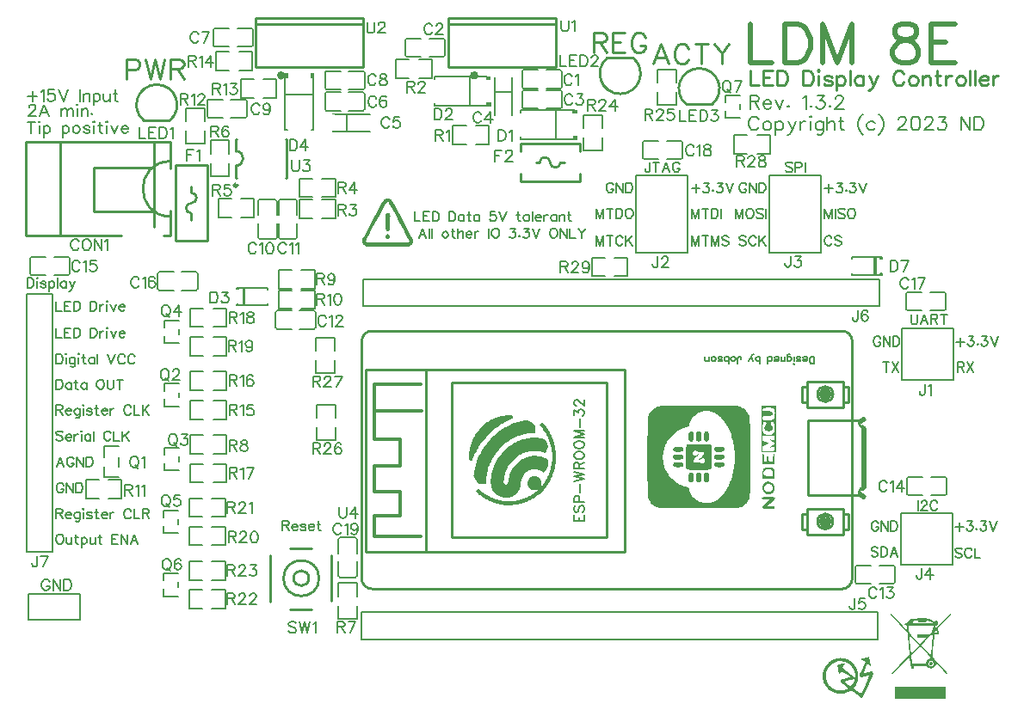
<source format=gto>
G04 Layer: TopSilkscreenLayer*
G04 EasyEDA v6.5.23, 2023-06-03 16:32:00*
G04 4babc638b9e54a0eac15f07bdc89f0ce,0997c0c323a540828c61b468e30a80a1,10*
G04 Gerber Generator version 0.2*
G04 Scale: 100 percent, Rotated: No, Reflected: No *
G04 Dimensions in millimeters *
G04 leading zeros omitted , absolute positions ,4 integer and 5 decimal *
%FSLAX45Y45*%
%MOMM*%

%ADD10C,0.1500*%
%ADD11C,0.5000*%
%ADD12C,0.2500*%
%ADD13C,0.2300*%
%ADD14C,0.1524*%
%ADD15C,0.1270*%
%ADD16C,0.2540*%
%ADD17C,0.1520*%
%ADD18C,0.2030*%
%ADD19C,0.2032*%
%ADD20C,0.2997*%
%ADD21C,0.4000*%
%ADD22C,0.3000*%
%ADD23C,0.0155*%

%LPD*%
G36*
X9119260Y-5894984D02*
G01*
X9080195Y-5934303D01*
X9018930Y-5996838D01*
X8998712Y-6017107D01*
X8988196Y-6027318D01*
X8979763Y-6035040D01*
X8973261Y-6040475D01*
X8968384Y-6043879D01*
X8966454Y-6044844D01*
X8964879Y-6045352D01*
X8963609Y-6045403D01*
X8962593Y-6045047D01*
X8961831Y-6044336D01*
X8960866Y-6041796D01*
X8960510Y-6037986D01*
X8960815Y-6027674D01*
X8962034Y-6022746D01*
X8964320Y-6020460D01*
X8973820Y-6020562D01*
X8980373Y-6018225D01*
X8986316Y-6014059D01*
X8990533Y-6008674D01*
X8992463Y-6003594D01*
X8993073Y-5998616D01*
X8992565Y-5993790D01*
X8991041Y-5989269D01*
X8988653Y-5985205D01*
X8985504Y-5981700D01*
X8981744Y-5978855D01*
X8977528Y-5976874D01*
X8973007Y-5975807D01*
X8968282Y-5975807D01*
X8963507Y-5976975D01*
X8955735Y-5981242D01*
X8952687Y-5981242D01*
X8948420Y-5979261D01*
X8936329Y-5971641D01*
X8930233Y-5968441D01*
X8923578Y-5965444D01*
X8916619Y-5962700D01*
X8909405Y-5960262D01*
X8902141Y-5958179D01*
X8894978Y-5956503D01*
X8882634Y-5954369D01*
X8878874Y-5953150D01*
X8876487Y-5951524D01*
X8874760Y-5948019D01*
X8873642Y-5947003D01*
X8871508Y-5946190D01*
X8868003Y-5945682D01*
X8855405Y-5945124D01*
X8832799Y-5944971D01*
X8812428Y-5945124D01*
X8799728Y-5945632D01*
X8795816Y-5946038D01*
X8793226Y-5946597D01*
X8791854Y-5947308D01*
X8790686Y-5949137D01*
X8788704Y-5950102D01*
X8781389Y-5952083D01*
X8770721Y-5953912D01*
X8757920Y-5955436D01*
X8744204Y-5956503D01*
X8722207Y-5957011D01*
X8717534Y-5957671D01*
X8715603Y-5959297D01*
X8714582Y-5965240D01*
X8808059Y-5965240D01*
X8809075Y-5963412D01*
X8812834Y-5962345D01*
X8820454Y-5961786D01*
X8833104Y-5961634D01*
X8845702Y-5961786D01*
X8853322Y-5962345D01*
X8857081Y-5963412D01*
X8858097Y-5965240D01*
X8857081Y-5967018D01*
X8853322Y-5968136D01*
X8845702Y-5968644D01*
X8833104Y-5968796D01*
X8820454Y-5968644D01*
X8812834Y-5968136D01*
X8809075Y-5967018D01*
X8808059Y-5965240D01*
X8714582Y-5965240D01*
X8713165Y-5967526D01*
X8710523Y-5969965D01*
X8702903Y-5974740D01*
X8698839Y-5977940D01*
X8694674Y-5981649D01*
X8690762Y-5985662D01*
X8687257Y-5989675D01*
X8684463Y-5993384D01*
X8682583Y-5996584D01*
X8681262Y-6000343D01*
X8679484Y-6001359D01*
X8676487Y-6001918D01*
X8672372Y-6002121D01*
X8697671Y-6002121D01*
X8707323Y-5992215D01*
X8709914Y-5989929D01*
X8711996Y-5988405D01*
X8713266Y-5987846D01*
X8714028Y-5988405D01*
X8714638Y-5989929D01*
X8715044Y-5992215D01*
X8715197Y-5995009D01*
X8714994Y-5998921D01*
X8713876Y-6001054D01*
X8711234Y-6001969D01*
X8706459Y-6002121D01*
X8746185Y-6002121D01*
X8746185Y-5984189D01*
X8746439Y-5980531D01*
X8747302Y-5977890D01*
X8749131Y-5975959D01*
X8752179Y-5974588D01*
X8756853Y-5973521D01*
X8789619Y-5969101D01*
X8790330Y-5969711D01*
X8790889Y-5971692D01*
X8791244Y-5974638D01*
X8791397Y-5987846D01*
X8874760Y-5987846D01*
X8874760Y-5979515D01*
X8875166Y-5973876D01*
X8877960Y-5971641D01*
X8885377Y-5972454D01*
X8899753Y-5975959D01*
X8907221Y-5978042D01*
X8914333Y-5980480D01*
X8920886Y-5983122D01*
X8926779Y-5985916D01*
X8931910Y-5988812D01*
X8936126Y-5991707D01*
X8939377Y-5994654D01*
X8941460Y-5997448D01*
X8942019Y-5998972D01*
X8941816Y-5999581D01*
X8941155Y-6000140D01*
X8939834Y-6000597D01*
X8934805Y-6001258D01*
X8925610Y-6001715D01*
X8890406Y-6002070D01*
X8666988Y-6002274D01*
X8664143Y-6003239D01*
X8663025Y-6005677D01*
X8662822Y-6010300D01*
X8663025Y-6014974D01*
X8664244Y-6017514D01*
X8667242Y-6018682D01*
X8683091Y-6020003D01*
X8683188Y-6021171D01*
X8943797Y-6021171D01*
X8943797Y-6032093D01*
X8943594Y-6037630D01*
X8942882Y-6041186D01*
X8941409Y-6043218D01*
X8936482Y-6045555D01*
X8935059Y-6048502D01*
X8934399Y-6054547D01*
X8934246Y-6084366D01*
X8933126Y-6085484D01*
X8955684Y-6085484D01*
X8958173Y-6079744D01*
X8963914Y-6071768D01*
X8970365Y-6064707D01*
X8975039Y-6061659D01*
X8975852Y-6062776D01*
X8976512Y-6065875D01*
X8976969Y-6070396D01*
X8977122Y-6090208D01*
X8960866Y-6090056D01*
X8957614Y-6089345D01*
X8956090Y-6087922D01*
X8955684Y-6085484D01*
X8933126Y-6085484D01*
X8893810Y-6124651D01*
X8893810Y-6104534D01*
X8789009Y-6104534D01*
X8789009Y-6140145D01*
X8877198Y-6141415D01*
X8814054Y-6204102D01*
X8730640Y-6115558D01*
X8722664Y-6106718D01*
X8716467Y-6099352D01*
X8711895Y-6093002D01*
X8710066Y-6090056D01*
X8707374Y-6084316D01*
X8705545Y-6078474D01*
X8704376Y-6072022D01*
X8703614Y-6064453D01*
X8700465Y-6021171D01*
X8683188Y-6021171D01*
X8685530Y-6049975D01*
X8686190Y-6062878D01*
X8686088Y-6065621D01*
X8684920Y-6064961D01*
X8676741Y-6057341D01*
X8661857Y-6042507D01*
X8641689Y-6021832D01*
X8546795Y-5922518D01*
X8531656Y-5906973D01*
X8521750Y-5897372D01*
X8521090Y-5898032D01*
X8520531Y-5899759D01*
X8520125Y-5902350D01*
X8520074Y-5906871D01*
X8520988Y-5910021D01*
X8523427Y-5914288D01*
X8527999Y-5920282D01*
X8535263Y-5928817D01*
X8545779Y-5940501D01*
X8607856Y-6006490D01*
X8673693Y-6075730D01*
X8688984Y-6091478D01*
X8691190Y-6117031D01*
X8708288Y-6117031D01*
X8708390Y-6114846D01*
X8708796Y-6114034D01*
X8719312Y-6124244D01*
X8763000Y-6169558D01*
X8785148Y-6193129D01*
X8799626Y-6209080D01*
X8803335Y-6213602D01*
X8802856Y-6214516D01*
X8824417Y-6214516D01*
X8908440Y-6129223D01*
X8921445Y-6116472D01*
X8929827Y-6108801D01*
X8932570Y-6106617D01*
X8934551Y-6105347D01*
X8935770Y-6104940D01*
X8936431Y-6105296D01*
X8936583Y-6106972D01*
X8917635Y-6310172D01*
X8917025Y-6309969D01*
X8912402Y-6305905D01*
X8893352Y-6286804D01*
X8824417Y-6214516D01*
X8802856Y-6214516D01*
X8801150Y-6216751D01*
X8795308Y-6223406D01*
X8776157Y-6243726D01*
X8753144Y-6267094D01*
X8733586Y-6286093D01*
X8727389Y-6291681D01*
X8725560Y-6293053D01*
X8724798Y-6293358D01*
X8724138Y-6290005D01*
X8721750Y-6268923D01*
X8718448Y-6233718D01*
X8712860Y-6167272D01*
X8708288Y-6117031D01*
X8691190Y-6117031D01*
X8708136Y-6312712D01*
X8705695Y-6315202D01*
X8725255Y-6315202D01*
X8792159Y-6248095D01*
X8808567Y-6232042D01*
X8815324Y-6225946D01*
X8817457Y-6227775D01*
X8835390Y-6246012D01*
X8858758Y-6270498D01*
X8890254Y-6304127D01*
X8901176Y-6316268D01*
X8908338Y-6324904D01*
X8912555Y-6330950D01*
X8913723Y-6333286D01*
X8914434Y-6335268D01*
X8914790Y-6336995D01*
X8914892Y-6340906D01*
X8914434Y-6343599D01*
X8913215Y-6345326D01*
X8911183Y-6346342D01*
X8905798Y-6348171D01*
X8900769Y-6350406D01*
X8896045Y-6352946D01*
X8891676Y-6355842D01*
X8887714Y-6359042D01*
X8884056Y-6362547D01*
X8880856Y-6366357D01*
X8878062Y-6370421D01*
X8875674Y-6374739D01*
X8873744Y-6379311D01*
X8872270Y-6384086D01*
X8870430Y-6394805D01*
X8894876Y-6394805D01*
X8895638Y-6389573D01*
X8897569Y-6384188D01*
X8900617Y-6379210D01*
X8904427Y-6375247D01*
X8908948Y-6372352D01*
X8913926Y-6370523D01*
X8919260Y-6369812D01*
X8924798Y-6370269D01*
X8930386Y-6371894D01*
X8935821Y-6374790D01*
X8938158Y-6376924D01*
X8940495Y-6380073D01*
X8942527Y-6383883D01*
X8944102Y-6387896D01*
X8945118Y-6392773D01*
X8945321Y-6397447D01*
X8944711Y-6401816D01*
X8943289Y-6405930D01*
X8941104Y-6409639D01*
X8938158Y-6412941D01*
X8934500Y-6415735D01*
X8930182Y-6417970D01*
X8924696Y-6419646D01*
X8919362Y-6420154D01*
X8914333Y-6419596D01*
X8909608Y-6418122D01*
X8905392Y-6415735D01*
X8901734Y-6412636D01*
X8898788Y-6408877D01*
X8896553Y-6404559D01*
X8895232Y-6399834D01*
X8894876Y-6394805D01*
X8870430Y-6394805D01*
X8869680Y-6399733D01*
X8732672Y-6399733D01*
X8725255Y-6315202D01*
X8705695Y-6315202D01*
X8611006Y-6411468D01*
X8530793Y-6492544D01*
X8541562Y-6503314D01*
X8594191Y-6449110D01*
X8642959Y-6399682D01*
X8698687Y-6343853D01*
X8709355Y-6333642D01*
X8710777Y-6345885D01*
X8715349Y-6394450D01*
X8717026Y-6407099D01*
X8717889Y-6411163D01*
X8718753Y-6414008D01*
X8719769Y-6415836D01*
X8722664Y-6418580D01*
X8723884Y-6421475D01*
X8724544Y-6425844D01*
X8724747Y-6431991D01*
X8724747Y-6444996D01*
X8755684Y-6444996D01*
X8755684Y-6418783D01*
X8876792Y-6418783D01*
X8881922Y-6425996D01*
X8884970Y-6429705D01*
X8888425Y-6432956D01*
X8892336Y-6435801D01*
X8896553Y-6438188D01*
X8901074Y-6440119D01*
X8905798Y-6441643D01*
X8910726Y-6442659D01*
X8915755Y-6443268D01*
X8920886Y-6443370D01*
X8926017Y-6443065D01*
X8931097Y-6442252D01*
X8936126Y-6440932D01*
X8940952Y-6439204D01*
X8945626Y-6436969D01*
X8950045Y-6434226D01*
X8954160Y-6431026D01*
X8958630Y-6425946D01*
X8962593Y-6419138D01*
X8965996Y-6410807D01*
X8968740Y-6401206D01*
X8971432Y-6389522D01*
X9043974Y-6466027D01*
X9065463Y-6488226D01*
X9077248Y-6499758D01*
X9078163Y-6499402D01*
X9081109Y-6497066D01*
X9083243Y-6494678D01*
X9083802Y-6493205D01*
X9083294Y-6491071D01*
X9081465Y-6487871D01*
X9077909Y-6483197D01*
X9072219Y-6476492D01*
X9053017Y-6455511D01*
X8984234Y-6382664D01*
X8959494Y-6356146D01*
X8944457Y-6339179D01*
X8939834Y-6333490D01*
X8936837Y-6329222D01*
X8935110Y-6326022D01*
X8934348Y-6323634D01*
X8934704Y-6315862D01*
X8939276Y-6263081D01*
X8952179Y-6122974D01*
X8953296Y-6108700D01*
X8954008Y-6106515D01*
X8956802Y-6105245D01*
X8962999Y-6104636D01*
X8994140Y-6104534D01*
X8993022Y-6042812D01*
X9085122Y-5949035D01*
X9098381Y-5935319D01*
X9107779Y-5925210D01*
X9113977Y-5917996D01*
X9117634Y-5912916D01*
X9118701Y-5910935D01*
X9119768Y-5907532D01*
X9119971Y-5904331D01*
X9119565Y-5895746D01*
G37*
G36*
X8919565Y-6378549D02*
G01*
X8913774Y-6379921D01*
X8908491Y-6383832D01*
X8904833Y-6388963D01*
X8903563Y-6394196D01*
X8904681Y-6399580D01*
X8908237Y-6405372D01*
X8913520Y-6409893D01*
X8919565Y-6411569D01*
X8925763Y-6410299D01*
X8931452Y-6406134D01*
X8935212Y-6400495D01*
X8936431Y-6394551D01*
X8935059Y-6388760D01*
X8931148Y-6383477D01*
X8925509Y-6379768D01*
G37*
G36*
X8569960Y-6623558D02*
G01*
X8569960Y-6744970D01*
X9065209Y-6744970D01*
X9065209Y-6623558D01*
G37*
G36*
X8308136Y-6330797D02*
G01*
X8303158Y-6331559D01*
X8291423Y-6334404D01*
X8233105Y-6349847D01*
X8234019Y-6351371D01*
X8237981Y-6355080D01*
X8244382Y-6360363D01*
X8274100Y-6382816D01*
X8234121Y-6471970D01*
X8222742Y-6498082D01*
X8220049Y-6505194D01*
X8218881Y-6509715D01*
X8218728Y-6512712D01*
X8219338Y-6515201D01*
X8220964Y-6520180D01*
X8222335Y-6523126D01*
X8224012Y-6525463D01*
X8226196Y-6527190D01*
X8229041Y-6528307D01*
X8232648Y-6528816D01*
X8237169Y-6528714D01*
X8242808Y-6528054D01*
X8249666Y-6526784D01*
X8267700Y-6522516D01*
X8307070Y-6512509D01*
X8318957Y-6509867D01*
X8315655Y-6518198D01*
X8306308Y-6539585D01*
X8269478Y-6621322D01*
X8242452Y-6679844D01*
X8235238Y-6694830D01*
X8234070Y-6696862D01*
X8221929Y-6688124D01*
X8156600Y-6639204D01*
X8169300Y-6624116D01*
X8176056Y-6614972D01*
X8182102Y-6605524D01*
X8187436Y-6595872D01*
X8192058Y-6585915D01*
X8196021Y-6575806D01*
X8199272Y-6565493D01*
X8201863Y-6555079D01*
X8203793Y-6544564D01*
X8205114Y-6533946D01*
X8205724Y-6523329D01*
X8205724Y-6512661D01*
X8205063Y-6502044D01*
X8203793Y-6491528D01*
X8201914Y-6481064D01*
X8199424Y-6470751D01*
X8196325Y-6460540D01*
X8192668Y-6450584D01*
X8188401Y-6440830D01*
X8183575Y-6431330D01*
X8178139Y-6422136D01*
X8172145Y-6413246D01*
X8165642Y-6404711D01*
X8158581Y-6396583D01*
X8150961Y-6388862D01*
X8142782Y-6381648D01*
X8134146Y-6374841D01*
X8124952Y-6368592D01*
X8115300Y-6362903D01*
X8105089Y-6357772D01*
X8094472Y-6353302D01*
X8083702Y-6349492D01*
X8072932Y-6346444D01*
X8062163Y-6344107D01*
X8051444Y-6342430D01*
X8040776Y-6341465D01*
X8030209Y-6341160D01*
X8019745Y-6341516D01*
X8009432Y-6342481D01*
X7999222Y-6344056D01*
X7989214Y-6346190D01*
X7979359Y-6348933D01*
X7969758Y-6352235D01*
X7960359Y-6356096D01*
X7951266Y-6360464D01*
X7942376Y-6365290D01*
X7933842Y-6370675D01*
X7925612Y-6376466D01*
X7917738Y-6382766D01*
X7910220Y-6389471D01*
X7903057Y-6396583D01*
X7896352Y-6404152D01*
X7890052Y-6412077D01*
X7884210Y-6420358D01*
X7878876Y-6428994D01*
X7874000Y-6437934D01*
X7869631Y-6447231D01*
X7865821Y-6456832D01*
X7862570Y-6466687D01*
X7859877Y-6476796D01*
X7857794Y-6487160D01*
X7856372Y-6497777D01*
X7855559Y-6508597D01*
X7855407Y-6516928D01*
X7886496Y-6516928D01*
X7886801Y-6506768D01*
X7887868Y-6496812D01*
X7889595Y-6486956D01*
X7892034Y-6477355D01*
X7895132Y-6467957D01*
X7898841Y-6458864D01*
X7903108Y-6450025D01*
X7907985Y-6441490D01*
X7913420Y-6433312D01*
X7919415Y-6425539D01*
X7925866Y-6418122D01*
X7932826Y-6411214D01*
X7940243Y-6404711D01*
X7948066Y-6398768D01*
X7956296Y-6393332D01*
X7964881Y-6388455D01*
X7973872Y-6384137D01*
X7983169Y-6380480D01*
X7992770Y-6377482D01*
X8002676Y-6375095D01*
X8012836Y-6373469D01*
X8023250Y-6372606D01*
X8028482Y-6372402D01*
X8039201Y-6372707D01*
X8050072Y-6373774D01*
X8061045Y-6375704D01*
X8066633Y-6376974D01*
X8077453Y-6380175D01*
X8087766Y-6384086D01*
X8097570Y-6388760D01*
X8106867Y-6394043D01*
X8115604Y-6400038D01*
X8123783Y-6406540D01*
X8131403Y-6413601D01*
X8138464Y-6421221D01*
X8144967Y-6429248D01*
X8150809Y-6437680D01*
X8156041Y-6446520D01*
X8160664Y-6455664D01*
X8164677Y-6465112D01*
X8167979Y-6474815D01*
X8170621Y-6484670D01*
X8172602Y-6494729D01*
X8173923Y-6504889D01*
X8174481Y-6515150D01*
X8174329Y-6525412D01*
X8173466Y-6535674D01*
X8171840Y-6545884D01*
X8169452Y-6555994D01*
X8166303Y-6565950D01*
X8162340Y-6575704D01*
X8157616Y-6585305D01*
X8152079Y-6594551D01*
X8145678Y-6603542D01*
X8135924Y-6615074D01*
X8133892Y-6617055D01*
X8131708Y-6617868D01*
X8128812Y-6617258D01*
X8124647Y-6614972D01*
X8110016Y-6604406D01*
X8068919Y-6573469D01*
X8122005Y-6559702D01*
X8140242Y-6554470D01*
X8147100Y-6552082D01*
X8152688Y-6549847D01*
X8157006Y-6547612D01*
X8160258Y-6545326D01*
X8162493Y-6542938D01*
X8163915Y-6540347D01*
X8164575Y-6537553D01*
X8164575Y-6534404D01*
X8163712Y-6529019D01*
X8163204Y-6527292D01*
X8162290Y-6525615D01*
X8160867Y-6523685D01*
X8158683Y-6521348D01*
X8151114Y-6514846D01*
X8138007Y-6504635D01*
X8051800Y-6439966D01*
X8066989Y-6406489D01*
X8072577Y-6393434D01*
X8073288Y-6391351D01*
X8067548Y-6392570D01*
X8053578Y-6396024D01*
X8009686Y-6407708D01*
X7999171Y-6410706D01*
X7997494Y-6411366D01*
X7998104Y-6415024D01*
X8003438Y-6437833D01*
X8011414Y-6469989D01*
X8021066Y-6506514D01*
X8021980Y-6505448D01*
X8027162Y-6495135D01*
X8034883Y-6478320D01*
X8038185Y-6471869D01*
X8040674Y-6468059D01*
X8042198Y-6466941D01*
X8046618Y-6469888D01*
X8069325Y-6486550D01*
X8098485Y-6508546D01*
X8122056Y-6526936D01*
X8122767Y-6527749D01*
X8110829Y-6531203D01*
X8058150Y-6545224D01*
X8049971Y-6547713D01*
X8044027Y-6549898D01*
X8039811Y-6551980D01*
X8036915Y-6554063D01*
X8034883Y-6556451D01*
X8033207Y-6559296D01*
X8031734Y-6562445D01*
X8030768Y-6565290D01*
X8030362Y-6568033D01*
X8030616Y-6570725D01*
X8031581Y-6573469D01*
X8033410Y-6576415D01*
X8036102Y-6579666D01*
X8039811Y-6583324D01*
X8044535Y-6587540D01*
X8057591Y-6597853D01*
X8099501Y-6629704D01*
X8109915Y-6637883D01*
X8088528Y-6648196D01*
X8077555Y-6652564D01*
X8066481Y-6655917D01*
X8055254Y-6658356D01*
X8044027Y-6659880D01*
X8032750Y-6660489D01*
X8021574Y-6660235D01*
X8010499Y-6659118D01*
X8005013Y-6658254D01*
X7994192Y-6655866D01*
X7983626Y-6652666D01*
X7973314Y-6648602D01*
X7963306Y-6643827D01*
X7953705Y-6638239D01*
X7944510Y-6631889D01*
X7935823Y-6624828D01*
X7927594Y-6617004D01*
X7923733Y-6612890D01*
X7916418Y-6604000D01*
X7909763Y-6594500D01*
X7903768Y-6584289D01*
X7898688Y-6573824D01*
X7894624Y-6563461D01*
X7891373Y-6553047D01*
X7888986Y-6542684D01*
X7887411Y-6532321D01*
X7886598Y-6522008D01*
X7886496Y-6516928D01*
X7855407Y-6516928D01*
X7855610Y-6525158D01*
X7856524Y-6536435D01*
X7858150Y-6547866D01*
X7860487Y-6559092D01*
X7863535Y-6569964D01*
X7867243Y-6580479D01*
X7871612Y-6590588D01*
X7876540Y-6600291D01*
X7882077Y-6609588D01*
X7888173Y-6618478D01*
X7894726Y-6626910D01*
X7901838Y-6634937D01*
X7909356Y-6642455D01*
X7917281Y-6649466D01*
X7925612Y-6656019D01*
X7934299Y-6662064D01*
X7943291Y-6667601D01*
X7952638Y-6672580D01*
X7962188Y-6677050D01*
X7972044Y-6680962D01*
X7982051Y-6684264D01*
X7992262Y-6687007D01*
X8002625Y-6689140D01*
X8013090Y-6690664D01*
X8023606Y-6691579D01*
X8034223Y-6691833D01*
X8044840Y-6691426D01*
X8055457Y-6690410D01*
X8066024Y-6688683D01*
X8076488Y-6686245D01*
X8086902Y-6683146D01*
X8097164Y-6679285D01*
X8107273Y-6674764D01*
X8117230Y-6669430D01*
X8126882Y-6663385D01*
X8136026Y-6657238D01*
X8219186Y-6719519D01*
X8231530Y-6728459D01*
X8239556Y-6733895D01*
X8244281Y-6736537D01*
X8245652Y-6736943D01*
X8246516Y-6736892D01*
X8247024Y-6736435D01*
X8285988Y-6650075D01*
X8343239Y-6521754D01*
X8354517Y-6495999D01*
X8354669Y-6491427D01*
X8352993Y-6486093D01*
X8350046Y-6481064D01*
X8346236Y-6477355D01*
X8343747Y-6475984D01*
X8340953Y-6475171D01*
X8337346Y-6474917D01*
X8332520Y-6475374D01*
X8326018Y-6476492D01*
X8306409Y-6481165D01*
X8271052Y-6490208D01*
X8260689Y-6492646D01*
X8254949Y-6493764D01*
X8254136Y-6493764D01*
X8260588Y-6478727D01*
X8289086Y-6414719D01*
X8295944Y-6399834D01*
X8301481Y-6403543D01*
X8326678Y-6422339D01*
X8329066Y-6423710D01*
X8330641Y-6423863D01*
X8331403Y-6422745D01*
X8331403Y-6420104D01*
X8330692Y-6415836D01*
X8308949Y-6331051D01*
G37*
G36*
X3575964Y-1815134D02*
G01*
X3568954Y-1815236D01*
X3562502Y-1816303D01*
X3555593Y-1818843D01*
X3547872Y-1822907D01*
X3540556Y-1827733D01*
X3534664Y-1832965D01*
X3530803Y-1839417D01*
X3513378Y-1870608D01*
X3486150Y-1920341D01*
X3408527Y-2064004D01*
X3348634Y-2176475D01*
X3328314Y-2216150D01*
X3326790Y-2221738D01*
X3326129Y-2226818D01*
X3325957Y-2232558D01*
X3362604Y-2232558D01*
X3364534Y-2227681D01*
X3370021Y-2216353D01*
X3392881Y-2171700D01*
X3422091Y-2116226D01*
X3455822Y-2052980D01*
X3490315Y-1988870D01*
X3521964Y-1930755D01*
X3547059Y-1885543D01*
X3555949Y-1869897D01*
X3561892Y-1860092D01*
X3564026Y-1856993D01*
X3568649Y-1853590D01*
X3573424Y-1851964D01*
X3578504Y-1852015D01*
X3584092Y-1853844D01*
X3585159Y-1855012D01*
X3590036Y-1862632D01*
X3598164Y-1876450D01*
X3622294Y-1919274D01*
X3653739Y-1976424D01*
X3693160Y-2049068D01*
X3731615Y-2120950D01*
X3760622Y-2176119D01*
X3782568Y-2219147D01*
X3787292Y-2229307D01*
X3788410Y-2232558D01*
X3788054Y-2235606D01*
X3786987Y-2238552D01*
X3785209Y-2241499D01*
X3782720Y-2244394D01*
X3776979Y-2250084D01*
X3374034Y-2250084D01*
X3368344Y-2244394D01*
X3365804Y-2241499D01*
X3364026Y-2238552D01*
X3362960Y-2235606D01*
X3362604Y-2232558D01*
X3325957Y-2232558D01*
X3326282Y-2237435D01*
X3327095Y-2242820D01*
X3328466Y-2248052D01*
X3330244Y-2253132D01*
X3332530Y-2257907D01*
X3337255Y-2265375D01*
X3342640Y-2271572D01*
X3349244Y-2276906D01*
X3357524Y-2281885D01*
X3365550Y-2286203D01*
X3785463Y-2286203D01*
X3793540Y-2281885D01*
X3801770Y-2276906D01*
X3808374Y-2271572D01*
X3813759Y-2265375D01*
X3818483Y-2257907D01*
X3820769Y-2253132D01*
X3822598Y-2248052D01*
X3823919Y-2242820D01*
X3824782Y-2237486D01*
X3825087Y-2232101D01*
X3824935Y-2226818D01*
X3824224Y-2221738D01*
X3822700Y-2216099D01*
X3819144Y-2208682D01*
X3802227Y-2175916D01*
X3775303Y-2125167D01*
X3706571Y-1997252D01*
X3672281Y-1934108D01*
X3643071Y-1880819D01*
X3622649Y-1844243D01*
X3616960Y-1834438D01*
X3615029Y-1831492D01*
X3610051Y-1827123D01*
X3604158Y-1823313D01*
X3597554Y-1820164D01*
X3590493Y-1817674D01*
X3583228Y-1815998D01*
G37*
G36*
X3573932Y-1957578D02*
G01*
X3570020Y-1957882D01*
X3566566Y-1958543D01*
X3563975Y-1959457D01*
X3561842Y-1960880D01*
X3559454Y-1962861D01*
X3555187Y-1967534D01*
X3553206Y-1970684D01*
X3552545Y-1972614D01*
X3551986Y-1975205D01*
X3551478Y-1983536D01*
X3551682Y-1997862D01*
X3553866Y-2053793D01*
X3556355Y-2104440D01*
X3557524Y-2118106D01*
X3558133Y-2122830D01*
X3558844Y-2126437D01*
X3559657Y-2129129D01*
X3560622Y-2131161D01*
X3561689Y-2132787D01*
X3562959Y-2134209D01*
X3568649Y-2137765D01*
X3575507Y-2138934D01*
X3582415Y-2137714D01*
X3588105Y-2134158D01*
X3589426Y-2132736D01*
X3590544Y-2131110D01*
X3591458Y-2129078D01*
X3592322Y-2126386D01*
X3593642Y-2118156D01*
X3594709Y-2104694D01*
X3595776Y-2084171D01*
X3597859Y-2034489D01*
X3599484Y-2001418D01*
X3600094Y-1992782D01*
X3600399Y-1985010D01*
X3599840Y-1978253D01*
X3598418Y-1972411D01*
X3596081Y-1967534D01*
X3592880Y-1963674D01*
X3588816Y-1960727D01*
X3583838Y-1958746D01*
X3578047Y-1957730D01*
G37*
G36*
X3574796Y-2166975D02*
G01*
X3570224Y-2167686D01*
X3565753Y-2169414D01*
X3562654Y-2171446D01*
X3559759Y-2174036D01*
X3557219Y-2177186D01*
X3555187Y-2180590D01*
X3553256Y-2184908D01*
X3552494Y-2188260D01*
X3552799Y-2191664D01*
X3554222Y-2196134D01*
X3557676Y-2202586D01*
X3562959Y-2207920D01*
X3569157Y-2211628D01*
X3575507Y-2212949D01*
X3581857Y-2211628D01*
X3588054Y-2207971D01*
X3593287Y-2202637D01*
X3596741Y-2196287D01*
X3598062Y-2192020D01*
X3598468Y-2188667D01*
X3597910Y-2185416D01*
X3596436Y-2181402D01*
X3594049Y-2176983D01*
X3591051Y-2173274D01*
X3587496Y-2170430D01*
X3583533Y-2168347D01*
X3579266Y-2167178D01*
G37*
G36*
X4770729Y-3951020D02*
G01*
X4757674Y-3951274D01*
X4744618Y-3951935D01*
X4731613Y-3953052D01*
X4718608Y-3954678D01*
X4705654Y-3956659D01*
X4692751Y-3959148D01*
X4679950Y-3962044D01*
X4667250Y-3965346D01*
X4654600Y-3969105D01*
X4642104Y-3973271D01*
X4629708Y-3977843D01*
X4617466Y-3982872D01*
X4605375Y-3988257D01*
X4593437Y-3994048D01*
X4581702Y-4000246D01*
X4570171Y-4006850D01*
X4558842Y-4013860D01*
X4547717Y-4021226D01*
X4539386Y-4027322D01*
X4530445Y-4034485D01*
X4521098Y-4042562D01*
X4511446Y-4051401D01*
X4501692Y-4060799D01*
X4491990Y-4070604D01*
X4482541Y-4080662D01*
X4473448Y-4090720D01*
X4464913Y-4100677D01*
X4457141Y-4110380D01*
X4450232Y-4119575D01*
X4444390Y-4128160D01*
X4437888Y-4138625D01*
X4431741Y-4149242D01*
X4425848Y-4160012D01*
X4420311Y-4170934D01*
X4415078Y-4182008D01*
X4410151Y-4193184D01*
X4405579Y-4204512D01*
X4401312Y-4215942D01*
X4397400Y-4227525D01*
X4393793Y-4239158D01*
X4390542Y-4250944D01*
X4387596Y-4262780D01*
X4384954Y-4274718D01*
X4382719Y-4286707D01*
X4380788Y-4298746D01*
X4379214Y-4310837D01*
X4377994Y-4322978D01*
X4377131Y-4335170D01*
X4376420Y-4353509D01*
X4376420Y-4389678D01*
X4393895Y-4397146D01*
X4401921Y-4400042D01*
X4403902Y-4400448D01*
X4405477Y-4398822D01*
X4407865Y-4394352D01*
X4410760Y-4387697D01*
X4418126Y-4368444D01*
X4426813Y-4347921D01*
X4437075Y-4325315D01*
X4447895Y-4303115D01*
X4459579Y-4281271D01*
X4465675Y-4270552D01*
X4478477Y-4249470D01*
X4488586Y-4234027D01*
X4495495Y-4223867D01*
X4509922Y-4204055D01*
X4525010Y-4184802D01*
X4540707Y-4166209D01*
X4557115Y-4148175D01*
X4574133Y-4130801D01*
X4582820Y-4122369D01*
X4600752Y-4106011D01*
X4614519Y-4094175D01*
X4633417Y-4079036D01*
X4652822Y-4064609D01*
X4672787Y-4050944D01*
X4693208Y-4038041D01*
X4703622Y-4031843D01*
X4724755Y-4020108D01*
X4746345Y-4009186D01*
X4762804Y-4001515D01*
X4798872Y-3986276D01*
X4806086Y-3982161D01*
X4808524Y-3978148D01*
X4807915Y-3972763D01*
X4806188Y-3965854D01*
X4804410Y-3960520D01*
X4802225Y-3956710D01*
X4799126Y-3954018D01*
X4794859Y-3952392D01*
X4788916Y-3951478D01*
X4781042Y-3951122D01*
G37*
G36*
X4950764Y-3996537D02*
G01*
X4918557Y-4001922D01*
X4894732Y-4006697D01*
X4882896Y-4009440D01*
X4859426Y-4015689D01*
X4847742Y-4019194D01*
X4830419Y-4024934D01*
X4818938Y-4028998D01*
X4796180Y-4037939D01*
X4784953Y-4042714D01*
X4773828Y-4047744D01*
X4751832Y-4058513D01*
X4730292Y-4070146D01*
X4709210Y-4082694D01*
X4698847Y-4089298D01*
X4683556Y-4099560D01*
X4663643Y-4113987D01*
X4649114Y-4125366D01*
X4639614Y-4133189D01*
X4625543Y-4145432D01*
X4616399Y-4153814D01*
X4598568Y-4171289D01*
X4585665Y-4184954D01*
X4577232Y-4194251D01*
X4564989Y-4208627D01*
X4549241Y-4228388D01*
X4534255Y-4248810D01*
X4520082Y-4269841D01*
X4513275Y-4280611D01*
X4503470Y-4296968D01*
X4491177Y-4319219D01*
X4479696Y-4341977D01*
X4471670Y-4359300D01*
X4461814Y-4382770D01*
X4455007Y-4400550D01*
X4450791Y-4412538D01*
X4446828Y-4424578D01*
X4439615Y-4448860D01*
X4436414Y-4461052D01*
X4432046Y-4479493D01*
X4426864Y-4505807D01*
X4422394Y-4532477D01*
X4421174Y-4542434D01*
X4422343Y-4546600D01*
X4425391Y-4553508D01*
X4429861Y-4562195D01*
X4438497Y-4576673D01*
X4445660Y-4587544D01*
X4453178Y-4598365D01*
X4460189Y-4607915D01*
X4467656Y-4617212D01*
X4471263Y-4621326D01*
X4474464Y-4624324D01*
X4477512Y-4626406D01*
X4480763Y-4627676D01*
X4484522Y-4628388D01*
X4489196Y-4628692D01*
X4503318Y-4628591D01*
X4521504Y-4627372D01*
X4529124Y-4626508D01*
X4545076Y-4624222D01*
X4545126Y-4591304D01*
X4545533Y-4580178D01*
X4546244Y-4568901D01*
X4547362Y-4557471D01*
X4548835Y-4545939D01*
X4550664Y-4534255D01*
X4552848Y-4522470D01*
X4555337Y-4510582D01*
X4558182Y-4498644D01*
X4561382Y-4486706D01*
X4564888Y-4474667D01*
X4572863Y-4450638D01*
X4577334Y-4438650D01*
X4582109Y-4426661D01*
X4592523Y-4402937D01*
X4598162Y-4391152D01*
X4604105Y-4379518D01*
X4610303Y-4367987D01*
X4616805Y-4356608D01*
X4623562Y-4345381D01*
X4629658Y-4335780D01*
X4635804Y-4327093D01*
X4642866Y-4317746D01*
X4650790Y-4307941D01*
X4659376Y-4297781D01*
X4668520Y-4287418D01*
X4687874Y-4266742D01*
X4697780Y-4256735D01*
X4717491Y-4237939D01*
X4735982Y-4221937D01*
X4744466Y-4215333D01*
X4753711Y-4208780D01*
X4764379Y-4201668D01*
X4775301Y-4194810D01*
X4786325Y-4188256D01*
X4797552Y-4182008D01*
X4808880Y-4176064D01*
X4820361Y-4170426D01*
X4831943Y-4165092D01*
X4843627Y-4160062D01*
X4861356Y-4153204D01*
X4873193Y-4148988D01*
X4885131Y-4145127D01*
X4897069Y-4141622D01*
X4909007Y-4138472D01*
X4920996Y-4135678D01*
X4932934Y-4133240D01*
X4944872Y-4131157D01*
X4956759Y-4129481D01*
X4968595Y-4128160D01*
X4980330Y-4127195D01*
X5010912Y-4125315D01*
X5015738Y-4124756D01*
X5019649Y-4124045D01*
X5022748Y-4123029D01*
X5025085Y-4121658D01*
X5026812Y-4119879D01*
X5028031Y-4117594D01*
X5028793Y-4114749D01*
X5029250Y-4111244D01*
X5030724Y-4055059D01*
X5007406Y-4035450D01*
X4997399Y-4027728D01*
X4986578Y-4019804D01*
X4976215Y-4012641D01*
G37*
G36*
X5095189Y-4019956D02*
G01*
X5090820Y-4022750D01*
X5083810Y-4029557D01*
X5079136Y-4034485D01*
X5075326Y-4038904D01*
X5072786Y-4042410D01*
X5071821Y-4044442D01*
X5073142Y-4047032D01*
X5076748Y-4052062D01*
X5082082Y-4058818D01*
X5092395Y-4070908D01*
X5099862Y-4080052D01*
X5107127Y-4089603D01*
X5114188Y-4099509D01*
X5121046Y-4109770D01*
X5127650Y-4120337D01*
X5134000Y-4131208D01*
X5140096Y-4142282D01*
X5145887Y-4153662D01*
X5151475Y-4165244D01*
X5156708Y-4176979D01*
X5161686Y-4188917D01*
X5166309Y-4201007D01*
X5170627Y-4213199D01*
X5174589Y-4225493D01*
X5178247Y-4237888D01*
X5181498Y-4250334D01*
X5184394Y-4262729D01*
X5186730Y-4274108D01*
X5188458Y-4284980D01*
X5189982Y-4296562D01*
X5192217Y-4321149D01*
X5193334Y-4346905D01*
X5193487Y-4359859D01*
X5192979Y-4385310D01*
X5192268Y-4397552D01*
X5191302Y-4409287D01*
X5190083Y-4420412D01*
X5188559Y-4430725D01*
X5186375Y-4442104D01*
X5183530Y-4455160D01*
X5180228Y-4468164D01*
X5176621Y-4481118D01*
X5172608Y-4494022D01*
X5168290Y-4506772D01*
X5163616Y-4519422D01*
X5158689Y-4531868D01*
X5153406Y-4544110D01*
X5147868Y-4556150D01*
X5142026Y-4567885D01*
X5135930Y-4579366D01*
X5129631Y-4590542D01*
X5123078Y-4601311D01*
X5116271Y-4611725D01*
X5109311Y-4621733D01*
X5102148Y-4631334D01*
X5094782Y-4640427D01*
X5075478Y-4662627D01*
X5082641Y-4646828D01*
X5084826Y-4641545D01*
X5086502Y-4636262D01*
X5087772Y-4630978D01*
X5088585Y-4625746D01*
X5088991Y-4620564D01*
X5089042Y-4615434D01*
X5088636Y-4610404D01*
X5087924Y-4605477D01*
X5086807Y-4600600D01*
X5085384Y-4595926D01*
X5083657Y-4591304D01*
X5081625Y-4586884D01*
X5079288Y-4582617D01*
X5073802Y-4574540D01*
X5070703Y-4570831D01*
X5067350Y-4567326D01*
X5063794Y-4564075D01*
X5060035Y-4561027D01*
X5056124Y-4558233D01*
X5052060Y-4555744D01*
X5047792Y-4553508D01*
X5043424Y-4551578D01*
X5038953Y-4549952D01*
X5034381Y-4548632D01*
X5029708Y-4547666D01*
X5024932Y-4547057D01*
X5020157Y-4546803D01*
X5015331Y-4546904D01*
X5010454Y-4547412D01*
X5005578Y-4548327D01*
X5000752Y-4549648D01*
X4995875Y-4551426D01*
X4991100Y-4553610D01*
X4986375Y-4556302D01*
X4981702Y-4559452D01*
X4976876Y-4563211D01*
X4972507Y-4567326D01*
X4968544Y-4571695D01*
X4964988Y-4576267D01*
X4961890Y-4581042D01*
X4959146Y-4585970D01*
X4956860Y-4591100D01*
X4954981Y-4596333D01*
X4953558Y-4601718D01*
X4952492Y-4607102D01*
X4951882Y-4612589D01*
X4951679Y-4618126D01*
X4951933Y-4623612D01*
X4952542Y-4629099D01*
X4953609Y-4634534D01*
X4955082Y-4639868D01*
X4956962Y-4645101D01*
X4959299Y-4650232D01*
X4962042Y-4655210D01*
X4965141Y-4659985D01*
X4968748Y-4664557D01*
X4972710Y-4668926D01*
X4977079Y-4673041D01*
X4981905Y-4676851D01*
X4986274Y-4679899D01*
X4990185Y-4682286D01*
X4993944Y-4684166D01*
X4997704Y-4685538D01*
X5001768Y-4686503D01*
X5006340Y-4687112D01*
X5017820Y-4687519D01*
X5027726Y-4687163D01*
X5036667Y-4685944D01*
X5044490Y-4684014D01*
X5050942Y-4681321D01*
X5062829Y-4674971D01*
X5051958Y-4686808D01*
X5045354Y-4693107D01*
X5037582Y-4699762D01*
X5028742Y-4706670D01*
X5019040Y-4713782D01*
X5008626Y-4720945D01*
X4997602Y-4728108D01*
X4986172Y-4735169D01*
X4974386Y-4742078D01*
X4962499Y-4748682D01*
X4950561Y-4754930D01*
X4938776Y-4760772D01*
X4927244Y-4766005D01*
X4916170Y-4770678D01*
X4905095Y-4774793D01*
X4893157Y-4778654D01*
X4880813Y-4782210D01*
X4868062Y-4785410D01*
X4854956Y-4788255D01*
X4841595Y-4790694D01*
X4828032Y-4792827D01*
X4814316Y-4794554D01*
X4800549Y-4795875D01*
X4786731Y-4796840D01*
X4773015Y-4797348D01*
X4759452Y-4797501D01*
X4746040Y-4797247D01*
X4732934Y-4796586D01*
X4720132Y-4795469D01*
X4707737Y-4793945D01*
X4695799Y-4792014D01*
X4683810Y-4789576D01*
X4671822Y-4786782D01*
X4659833Y-4783582D01*
X4647844Y-4779924D01*
X4635855Y-4775962D01*
X4618024Y-4769256D01*
X4606239Y-4764328D01*
X4594606Y-4759096D01*
X4583074Y-4753508D01*
X4571695Y-4747615D01*
X4555032Y-4738166D01*
X4544212Y-4731562D01*
X4533646Y-4724603D01*
X4523333Y-4717440D01*
X4513326Y-4710023D01*
X4503623Y-4702352D01*
X4494276Y-4694478D01*
X4485335Y-4686350D01*
X4466844Y-4668469D01*
X4449470Y-4687112D01*
X4445508Y-4691837D01*
X4442815Y-4695393D01*
X4441799Y-4697323D01*
X4443628Y-4699863D01*
X4448657Y-4704994D01*
X4456023Y-4712004D01*
X4470044Y-4724450D01*
X4480204Y-4732934D01*
X4490466Y-4741062D01*
X4500880Y-4748885D01*
X4511446Y-4756404D01*
X4522165Y-4763566D01*
X4532985Y-4770374D01*
X4543958Y-4776876D01*
X4555134Y-4783074D01*
X4566361Y-4788916D01*
X4577791Y-4794453D01*
X4589322Y-4799634D01*
X4601006Y-4804511D01*
X4618736Y-4811217D01*
X4630724Y-4815230D01*
X4642866Y-4818938D01*
X4655108Y-4822291D01*
X4667453Y-4825339D01*
X4679950Y-4828032D01*
X4692599Y-4830368D01*
X4703318Y-4832045D01*
X4714595Y-4833366D01*
X4726330Y-4834432D01*
X4738420Y-4835194D01*
X4757064Y-4835753D01*
X4782464Y-4835499D01*
X4795164Y-4834940D01*
X4807813Y-4834077D01*
X4820310Y-4832959D01*
X4832604Y-4831588D01*
X4844491Y-4829911D01*
X4856022Y-4828032D01*
X4867097Y-4825847D01*
X4877612Y-4823409D01*
X4888687Y-4820361D01*
X4906721Y-4814824D01*
X4918557Y-4810760D01*
X4930190Y-4806391D01*
X4941722Y-4801768D01*
X4953050Y-4796891D01*
X4964176Y-4791710D01*
X4975148Y-4786274D01*
X4985969Y-4780534D01*
X4996586Y-4774539D01*
X5007051Y-4768291D01*
X5017312Y-4761788D01*
X5027422Y-4754981D01*
X5037277Y-4747920D01*
X5046980Y-4740605D01*
X5056479Y-4733036D01*
X5065776Y-4725212D01*
X5074869Y-4717135D01*
X5083759Y-4708804D01*
X5092446Y-4700219D01*
X5100929Y-4691380D01*
X5109210Y-4682286D01*
X5117236Y-4672990D01*
X5125059Y-4663440D01*
X5136438Y-4648606D01*
X5143652Y-4638497D01*
X5150612Y-4628235D01*
X5157266Y-4617872D01*
X5166715Y-4602124D01*
X5172659Y-4591456D01*
X5178348Y-4580686D01*
X5188813Y-4558842D01*
X5193588Y-4547819D01*
X5200294Y-4531055D01*
X5206339Y-4514138D01*
X5211724Y-4497019D01*
X5214975Y-4485538D01*
X5217922Y-4474006D01*
X5220614Y-4462424D01*
X5223002Y-4450791D01*
X5226913Y-4427423D01*
X5229707Y-4403902D01*
X5230672Y-4392117D01*
X5231384Y-4380280D01*
X5231790Y-4368444D01*
X5231739Y-4344822D01*
X5231282Y-4332986D01*
X5230571Y-4321200D01*
X5228945Y-4303522D01*
X5225796Y-4280052D01*
X5223764Y-4268317D01*
X5221478Y-4256684D01*
X5218938Y-4245102D01*
X5216093Y-4233519D01*
X5211267Y-4216298D01*
X5207711Y-4204868D01*
X5203850Y-4193540D01*
X5199735Y-4182262D01*
X5195316Y-4171086D01*
X5190642Y-4160012D01*
X5185664Y-4148988D01*
X5180431Y-4138066D01*
X5174894Y-4127246D01*
X5169103Y-4116578D01*
X5163007Y-4105960D01*
X5156606Y-4095496D01*
X5149951Y-4085132D01*
X5142992Y-4074922D01*
X5135778Y-4064812D01*
X5127599Y-4053941D01*
X5118811Y-4042714D01*
X5110988Y-4033164D01*
X5103164Y-4024426D01*
X5098694Y-4020667D01*
G37*
G36*
X5019802Y-4172407D02*
G01*
X5006340Y-4172559D01*
X4993081Y-4173016D01*
X4980228Y-4173778D01*
X4967986Y-4174845D01*
X4956556Y-4176166D01*
X4946142Y-4177792D01*
X4933899Y-4180179D01*
X4921707Y-4182922D01*
X4909667Y-4186072D01*
X4897729Y-4189577D01*
X4885893Y-4193438D01*
X4874158Y-4197654D01*
X4862626Y-4202176D01*
X4851196Y-4207052D01*
X4839919Y-4212285D01*
X4828794Y-4217822D01*
X4817821Y-4223715D01*
X4807051Y-4229862D01*
X4796434Y-4236364D01*
X4786020Y-4243171D01*
X4775758Y-4250283D01*
X4765700Y-4257700D01*
X4755896Y-4265371D01*
X4746294Y-4273346D01*
X4736896Y-4281576D01*
X4727702Y-4290110D01*
X4718761Y-4298899D01*
X4710074Y-4307992D01*
X4701641Y-4317288D01*
X4693462Y-4326839D01*
X4685538Y-4336643D01*
X4677867Y-4346702D01*
X4670501Y-4357014D01*
X4663389Y-4367530D01*
X4656582Y-4378248D01*
X4650079Y-4389221D01*
X4643882Y-4400397D01*
X4637989Y-4411776D01*
X4632299Y-4423613D01*
X4626965Y-4435602D01*
X4621936Y-4447692D01*
X4617262Y-4459884D01*
X4612944Y-4472127D01*
X4608982Y-4484471D01*
X4605375Y-4496816D01*
X4602124Y-4509160D01*
X4599279Y-4521504D01*
X4596790Y-4533798D01*
X4594707Y-4546041D01*
X4593031Y-4558182D01*
X4591710Y-4570272D01*
X4590796Y-4582160D01*
X4590288Y-4593945D01*
X4590186Y-4605578D01*
X4590694Y-4619193D01*
X4591710Y-4632502D01*
X4593183Y-4643983D01*
X4594047Y-4648555D01*
X4594961Y-4652111D01*
X4596993Y-4658512D01*
X4601819Y-4670806D01*
X4607458Y-4682490D01*
X4613910Y-4693462D01*
X4621123Y-4703673D01*
X4624984Y-4708550D01*
X4633264Y-4717694D01*
X4642256Y-4726025D01*
X4647031Y-4729937D01*
X4656937Y-4737049D01*
X4667504Y-4743348D01*
X4678629Y-4748733D01*
X4684420Y-4751120D01*
X4690313Y-4753254D01*
X4702505Y-4756810D01*
X4708753Y-4758232D01*
X4715154Y-4759401D01*
X4727854Y-4760976D01*
X4739995Y-4761636D01*
X4745939Y-4761636D01*
X4757572Y-4760925D01*
X4763211Y-4760264D01*
X4768799Y-4759350D01*
X4779721Y-4756810D01*
X4785004Y-4755235D01*
X4795367Y-4751374D01*
X4805375Y-4746599D01*
X4815027Y-4740910D01*
X4824374Y-4734306D01*
X4833366Y-4726787D01*
X4842052Y-4718354D01*
X4850485Y-4708956D01*
X4858105Y-4699254D01*
X4864709Y-4689449D01*
X4870348Y-4679391D01*
X4872837Y-4674209D01*
X4877155Y-4663490D01*
X4880711Y-4652162D01*
X4883556Y-4640021D01*
X4885740Y-4626965D01*
X4891328Y-4587748D01*
X4892243Y-4582566D01*
X4893564Y-4577334D01*
X4895240Y-4572050D01*
X4897272Y-4566716D01*
X4899660Y-4561332D01*
X4902301Y-4556048D01*
X4905298Y-4550714D01*
X4908550Y-4545482D01*
X4915814Y-4535271D01*
X4919776Y-4530344D01*
X4928362Y-4520895D01*
X4937658Y-4512259D01*
X4942484Y-4508246D01*
X4947513Y-4504486D01*
X4952593Y-4501032D01*
X4957775Y-4497832D01*
X4963058Y-4494987D01*
X4967986Y-4492650D01*
X4973066Y-4490567D01*
X4983632Y-4487113D01*
X4994605Y-4484573D01*
X5005933Y-4483049D01*
X5011623Y-4482592D01*
X5017363Y-4482388D01*
X5023154Y-4482439D01*
X5034635Y-4483252D01*
X5040376Y-4483963D01*
X5051653Y-4486097D01*
X5057190Y-4487519D01*
X5067909Y-4491075D01*
X5073142Y-4493158D01*
X5078171Y-4495444D01*
X5083098Y-4497984D01*
X5092395Y-4503775D01*
X5107838Y-4514443D01*
X5123688Y-4498340D01*
X5127904Y-4493615D01*
X5135118Y-4484166D01*
X5138166Y-4479391D01*
X5140960Y-4474464D01*
X5143398Y-4469333D01*
X5145633Y-4463948D01*
X5147614Y-4458309D01*
X5151018Y-4445863D01*
X5154625Y-4428032D01*
X5157419Y-4411268D01*
X5157978Y-4404969D01*
X5157876Y-4399838D01*
X5157012Y-4395571D01*
X5155387Y-4392015D01*
X5152898Y-4388916D01*
X5149443Y-4386122D01*
X5145024Y-4383379D01*
X5132933Y-4377182D01*
X5121706Y-4372000D01*
X5110429Y-4367377D01*
X5098999Y-4363313D01*
X5087518Y-4359808D01*
X5075936Y-4356862D01*
X5064353Y-4354474D01*
X5052669Y-4352645D01*
X5041036Y-4351375D01*
X5029301Y-4350664D01*
X5017668Y-4350512D01*
X5005984Y-4350867D01*
X4994351Y-4351782D01*
X4982768Y-4353255D01*
X4971288Y-4355287D01*
X4959807Y-4357878D01*
X4948478Y-4360976D01*
X4937252Y-4364634D01*
X4926126Y-4368800D01*
X4915154Y-4373524D01*
X4904333Y-4378807D01*
X4893716Y-4384598D01*
X4883200Y-4390898D01*
X4872939Y-4397756D01*
X4862880Y-4405172D01*
X4854041Y-4412335D01*
X4845507Y-4420108D01*
X4837277Y-4428337D01*
X4829352Y-4437126D01*
X4821732Y-4446320D01*
X4814519Y-4455972D01*
X4807661Y-4465980D01*
X4801260Y-4476343D01*
X4795215Y-4487011D01*
X4789627Y-4497933D01*
X4784496Y-4509109D01*
X4779822Y-4520488D01*
X4775708Y-4532020D01*
X4772050Y-4543653D01*
X4768951Y-4555388D01*
X4766462Y-4567123D01*
X4764481Y-4578908D01*
X4762042Y-4599330D01*
X4760518Y-4607052D01*
X4758537Y-4613757D01*
X4756150Y-4619447D01*
X4753356Y-4624171D01*
X4750155Y-4627778D01*
X4746599Y-4630369D01*
X4742738Y-4631842D01*
X4738573Y-4632198D01*
X4734102Y-4631436D01*
X4729378Y-4629505D01*
X4724400Y-4626406D01*
X4721809Y-4624425D01*
X4719878Y-4622444D01*
X4718507Y-4620006D01*
X4717694Y-4616805D01*
X4717338Y-4612436D01*
X4717338Y-4606442D01*
X4718304Y-4588103D01*
X4719269Y-4576267D01*
X4720691Y-4564583D01*
X4722622Y-4552950D01*
X4724958Y-4541469D01*
X4727803Y-4530090D01*
X4731054Y-4518812D01*
X4734763Y-4507687D01*
X4738928Y-4496663D01*
X4743551Y-4485792D01*
X4748580Y-4475124D01*
X4754067Y-4464608D01*
X4759960Y-4454194D01*
X4766310Y-4444034D01*
X4773066Y-4434027D01*
X4780229Y-4424222D01*
X4787798Y-4414621D01*
X4795824Y-4405223D01*
X4804257Y-4396079D01*
X4813300Y-4386884D01*
X4822494Y-4378248D01*
X4831842Y-4370171D01*
X4841392Y-4362551D01*
X4851247Y-4355388D01*
X4861356Y-4348734D01*
X4871821Y-4342434D01*
X4882692Y-4336542D01*
X4893919Y-4331055D01*
X4905654Y-4325874D01*
X4917897Y-4321048D01*
X4930648Y-4316476D01*
X4942281Y-4312767D01*
X4952847Y-4310024D01*
X4963718Y-4308094D01*
X4976012Y-4306671D01*
X4991150Y-4305706D01*
X5027371Y-4304588D01*
X5041798Y-4304588D01*
X5054396Y-4305096D01*
X5066131Y-4306316D01*
X5077815Y-4308297D01*
X5090464Y-4311243D01*
X5104892Y-4315206D01*
X5122062Y-4320336D01*
X5124246Y-4320794D01*
X5126177Y-4320540D01*
X5128006Y-4319422D01*
X5129834Y-4317187D01*
X5131816Y-4313631D01*
X5134102Y-4308500D01*
X5140045Y-4292854D01*
X5150815Y-4263136D01*
X5141620Y-4232960D01*
X5135067Y-4214266D01*
X5128260Y-4196283D01*
X5123281Y-4184599D01*
X5122164Y-4182872D01*
X5092496Y-4177537D01*
X5082387Y-4175963D01*
X5071160Y-4174642D01*
X5059121Y-4173677D01*
X5046421Y-4172965D01*
X5033213Y-4172559D01*
G37*
G36*
X6590690Y-3855161D02*
G01*
X6451193Y-3855821D01*
X6389166Y-3856431D01*
X6335217Y-3857244D01*
X6291630Y-3858260D01*
X6260642Y-3859479D01*
X6250584Y-3860139D01*
X6244488Y-3860850D01*
X6232702Y-3864356D01*
X6222085Y-3868521D01*
X6211874Y-3873500D01*
X6202019Y-3879240D01*
X6192672Y-3885641D01*
X6183833Y-3892753D01*
X6175502Y-3900474D01*
X6167780Y-3908806D01*
X6160668Y-3917696D01*
X6154267Y-3927043D01*
X6148527Y-3936898D01*
X6143548Y-3947160D01*
X6139383Y-3957777D01*
X6136081Y-3968750D01*
X6135166Y-3975608D01*
X6133947Y-3999382D01*
X6132880Y-4036974D01*
X6132017Y-4086148D01*
X6130798Y-4218635D01*
X6130442Y-4364634D01*
X6282893Y-4364634D01*
X6282994Y-4353407D01*
X6283502Y-4342130D01*
X6284468Y-4330852D01*
X6285839Y-4319473D01*
X6287719Y-4308094D01*
X6290005Y-4296714D01*
X6292748Y-4285335D01*
X6296152Y-4273448D01*
X6300012Y-4261815D01*
X6304280Y-4250334D01*
X6309055Y-4239158D01*
X6314186Y-4228185D01*
X6319774Y-4217466D01*
X6325768Y-4207002D01*
X6332118Y-4196791D01*
X6338874Y-4186885D01*
X6346037Y-4177284D01*
X6353556Y-4167936D01*
X6361430Y-4158894D01*
X6369659Y-4150207D01*
X6378244Y-4141825D01*
X6387134Y-4133748D01*
X6396380Y-4126077D01*
X6405880Y-4118711D01*
X6415735Y-4111701D01*
X6425844Y-4105046D01*
X6436258Y-4098798D01*
X6446977Y-4092905D01*
X6457899Y-4087469D01*
X6469126Y-4082389D01*
X6480556Y-4077715D01*
X6492240Y-4073499D01*
X6504178Y-4069689D01*
X6516268Y-4066336D01*
X6528612Y-4063390D01*
X6533134Y-4061764D01*
X6536334Y-4058513D01*
X6538722Y-4052671D01*
X6542278Y-4037787D01*
X6545326Y-4027170D01*
X6549186Y-4016806D01*
X6553758Y-4006748D01*
X6559042Y-3997045D01*
X6564934Y-3987596D01*
X6571488Y-3978605D01*
X6578600Y-3969969D01*
X6586220Y-3961739D01*
X6594398Y-3953967D01*
X6602984Y-3946702D01*
X6612026Y-3939997D01*
X6621424Y-3933748D01*
X6631178Y-3928110D01*
X6641236Y-3923080D01*
X6651548Y-3918712D01*
X6662115Y-3914952D01*
X6672884Y-3911904D01*
X6683756Y-3909568D01*
X6694779Y-3907942D01*
X6705904Y-3907129D01*
X6717030Y-3907129D01*
X6727037Y-3907790D01*
X6735927Y-3908856D01*
X6744716Y-3910380D01*
X6753402Y-3912362D01*
X6761988Y-3914749D01*
X6770420Y-3917543D01*
X6778802Y-3920693D01*
X6787083Y-3924300D01*
X6795211Y-3928262D01*
X6807200Y-3934968D01*
X6815023Y-3939895D01*
X6822744Y-3945178D01*
X6830364Y-3950868D01*
X6837781Y-3956862D01*
X6845096Y-3963162D01*
X6852310Y-3969867D01*
X6859320Y-3976878D01*
X6866229Y-3984193D01*
X6872935Y-3991813D01*
X6879539Y-3999737D01*
X6885990Y-4008018D01*
X6892239Y-4016552D01*
X6898335Y-4025341D01*
X6904278Y-4034434D01*
X6910070Y-4043781D01*
X6915658Y-4053382D01*
X6921093Y-4063288D01*
X6931406Y-4083761D01*
X6936282Y-4094327D01*
X6945477Y-4116171D01*
X6953859Y-4138828D01*
X6957771Y-4150461D01*
X6961479Y-4162298D01*
X6968185Y-4186428D01*
X6971284Y-4198772D01*
X6975449Y-4217568D01*
X6980224Y-4243120D01*
X6982256Y-4256074D01*
X6984898Y-4275785D01*
X6987540Y-4302404D01*
X6988505Y-4315917D01*
X6989216Y-4329480D01*
X6989673Y-4343095D01*
X6989876Y-4356811D01*
X6989521Y-4384446D01*
X6988962Y-4398365D01*
X6986981Y-4426305D01*
X6984796Y-4447336D01*
X6980885Y-4475429D01*
X6978446Y-4489704D01*
X6975703Y-4504080D01*
X6972655Y-4518202D01*
X6969404Y-4532020D01*
X6965848Y-4545634D01*
X6962038Y-4558944D01*
X6958025Y-4572000D01*
X6953758Y-4584750D01*
X6949236Y-4597247D01*
X6944512Y-4609439D01*
X6939584Y-4621326D01*
X6934453Y-4632909D01*
X6929069Y-4644186D01*
X6923481Y-4655210D01*
X6917740Y-4665878D01*
X6905650Y-4686249D01*
X6899300Y-4695901D01*
X6892798Y-4705299D01*
X6886143Y-4714290D01*
X6879336Y-4722926D01*
X6872376Y-4731258D01*
X6865213Y-4739233D01*
X6857949Y-4746802D01*
X6850532Y-4754016D01*
X6843014Y-4760874D01*
X6835343Y-4767326D01*
X6827570Y-4773422D01*
X6819696Y-4779060D01*
X6811670Y-4784394D01*
X6803542Y-4789271D01*
X6795363Y-4793742D01*
X6787083Y-4797806D01*
X6778701Y-4801463D01*
X6770217Y-4804714D01*
X6761734Y-4807508D01*
X6753098Y-4809845D01*
X6744462Y-4811776D01*
X6735775Y-4813300D01*
X6726986Y-4814316D01*
X6718198Y-4814874D01*
X6709359Y-4815027D01*
X6700469Y-4814671D01*
X6691579Y-4813858D01*
X6682689Y-4812538D01*
X6673748Y-4810760D01*
X6664807Y-4808524D01*
X6655866Y-4805781D01*
X6646976Y-4802530D01*
X6638036Y-4798771D01*
X6628384Y-4794046D01*
X6623202Y-4791049D01*
X6612991Y-4784191D01*
X6607911Y-4780330D01*
X6598005Y-4771898D01*
X6588556Y-4762550D01*
X6579514Y-4752492D01*
X6571132Y-4741875D01*
X6563512Y-4730750D01*
X6559956Y-4725111D01*
X6553606Y-4713630D01*
X6548272Y-4701997D01*
X6545986Y-4696256D01*
X6544005Y-4690516D01*
X6538722Y-4669688D01*
X6536334Y-4663795D01*
X6533134Y-4660544D01*
X6528612Y-4658918D01*
X6516928Y-4656175D01*
X6505448Y-4653026D01*
X6494221Y-4649470D01*
X6483146Y-4645558D01*
X6472377Y-4641291D01*
X6461760Y-4636617D01*
X6451447Y-4631639D01*
X6441338Y-4626254D01*
X6431534Y-4620564D01*
X6421932Y-4614570D01*
X6412636Y-4608271D01*
X6403594Y-4601616D01*
X6394856Y-4594707D01*
X6386372Y-4587494D01*
X6378143Y-4580026D01*
X6370269Y-4572304D01*
X6362649Y-4564278D01*
X6355334Y-4555998D01*
X6348374Y-4547514D01*
X6341719Y-4538827D01*
X6335369Y-4529886D01*
X6329375Y-4520692D01*
X6323685Y-4511344D01*
X6318351Y-4501794D01*
X6313373Y-4492091D01*
X6308750Y-4482185D01*
X6304483Y-4472127D01*
X6300571Y-4461916D01*
X6297015Y-4451553D01*
X6292443Y-4435754D01*
X6289852Y-4425086D01*
X6287719Y-4414316D01*
X6285890Y-4403394D01*
X6284518Y-4392422D01*
X6283553Y-4381398D01*
X6282893Y-4364634D01*
X6130442Y-4364634D01*
X6131102Y-4539742D01*
X6132474Y-4657902D01*
X6133439Y-4702911D01*
X6134608Y-4735474D01*
X6135217Y-4746396D01*
X6135928Y-4753356D01*
X6136284Y-4755235D01*
X6139637Y-4765954D01*
X6141618Y-4771186D01*
X6146241Y-4781397D01*
X6151626Y-4791252D01*
X6157772Y-4800701D01*
X6164580Y-4809693D01*
X6172047Y-4818176D01*
X6180074Y-4826152D01*
X6188710Y-4833467D01*
X6197803Y-4840224D01*
X6207353Y-4846218D01*
X6217361Y-4851552D01*
X6227724Y-4856073D01*
X6233007Y-4858054D01*
X6243828Y-4861306D01*
X6248857Y-4862068D01*
X6270802Y-4863388D01*
X6306769Y-4864506D01*
X6354470Y-4865420D01*
X6411671Y-4866182D01*
X6545732Y-4867046D01*
X6672834Y-4867148D01*
X6753453Y-4866944D01*
X6883400Y-4865928D01*
X6937349Y-4865116D01*
X6980885Y-4864100D01*
X7011873Y-4862880D01*
X7021931Y-4862220D01*
X7027976Y-4861509D01*
X7034377Y-4859782D01*
X7045198Y-4856022D01*
X7055612Y-4851450D01*
X7065670Y-4846116D01*
X7075271Y-4840020D01*
X7084415Y-4833264D01*
X7093000Y-4825847D01*
X7101027Y-4817821D01*
X7108444Y-4809236D01*
X7115251Y-4800092D01*
X7121347Y-4790541D01*
X7126681Y-4780483D01*
X7131253Y-4770069D01*
X7135012Y-4759299D01*
X7136739Y-4752898D01*
X7137450Y-4746802D01*
X7138162Y-4736744D01*
X7139381Y-4705756D01*
X7140346Y-4662170D01*
X7141159Y-4608220D01*
X7141819Y-4546193D01*
X7142480Y-4388561D01*
X7142225Y-4244035D01*
X7141108Y-4106875D01*
X7140244Y-4054094D01*
X7139228Y-4011980D01*
X7137958Y-3982720D01*
X7137298Y-3973626D01*
X7136536Y-3968546D01*
X7135012Y-3963060D01*
X7131253Y-3952240D01*
X7126681Y-3941826D01*
X7121347Y-3931818D01*
X7115251Y-3922217D01*
X7108444Y-3913124D01*
X7101027Y-3904538D01*
X7097115Y-3900424D01*
X7088784Y-3892702D01*
X7079894Y-3885590D01*
X7070547Y-3879189D01*
X7060692Y-3873449D01*
X7055612Y-3870858D01*
X7045198Y-3866286D01*
X7039813Y-3864305D01*
X7028840Y-3861003D01*
X7023811Y-3860241D01*
X7001814Y-3858920D01*
X6965848Y-3857802D01*
X6918147Y-3856888D01*
X6796430Y-3855618D01*
X6717944Y-3855262D01*
G37*
G36*
X6636308Y-4108500D02*
G01*
X6631635Y-4108704D01*
X6627520Y-4109364D01*
X6623964Y-4110532D01*
X6620916Y-4112260D01*
X6618325Y-4114647D01*
X6616141Y-4117695D01*
X6614363Y-4121556D01*
X6612940Y-4126229D01*
X6611874Y-4131818D01*
X6611061Y-4138320D01*
X6610451Y-4145889D01*
X6609943Y-4162501D01*
X6610146Y-4176014D01*
X6610451Y-4181551D01*
X6610959Y-4186326D01*
X6611670Y-4190288D01*
X6612534Y-4193540D01*
X6613550Y-4196029D01*
X6616039Y-4199788D01*
X6619240Y-4202988D01*
X6622948Y-4205528D01*
X6627114Y-4207459D01*
X6631533Y-4208678D01*
X6636207Y-4209135D01*
X6640880Y-4208780D01*
X6645503Y-4207611D01*
X6648958Y-4206240D01*
X6651955Y-4204512D01*
X6654495Y-4202379D01*
X6656679Y-4199839D01*
X6658508Y-4196791D01*
X6659930Y-4193082D01*
X6661048Y-4188764D01*
X6661861Y-4183684D01*
X6662420Y-4177792D01*
X6662724Y-4163263D01*
X6662216Y-4145889D01*
X6661658Y-4138320D01*
X6660794Y-4131818D01*
X6659727Y-4126229D01*
X6658305Y-4121556D01*
X6656527Y-4117695D01*
X6654342Y-4114647D01*
X6651752Y-4112260D01*
X6648653Y-4110532D01*
X6645097Y-4109364D01*
X6640982Y-4108704D01*
G37*
G36*
X6712153Y-4108500D02*
G01*
X6707682Y-4108754D01*
X6703720Y-4109618D01*
X6700215Y-4111091D01*
X6697218Y-4113174D01*
X6694576Y-4116019D01*
X6692442Y-4119575D01*
X6690614Y-4123944D01*
X6689242Y-4129125D01*
X6688175Y-4135170D01*
X6687413Y-4142130D01*
X6687007Y-4150106D01*
X6686905Y-4169613D01*
X6687058Y-4177893D01*
X6687464Y-4184243D01*
X6688124Y-4189120D01*
X6689140Y-4192879D01*
X6690614Y-4195876D01*
X6692595Y-4198569D01*
X6695135Y-4201261D01*
X6699046Y-4204512D01*
X6703568Y-4207103D01*
X6708089Y-4208932D01*
X6712153Y-4209542D01*
X6716623Y-4209288D01*
X6720586Y-4208424D01*
X6724091Y-4207002D01*
X6727088Y-4204868D01*
X6729679Y-4202023D01*
X6731863Y-4198467D01*
X6733641Y-4194098D01*
X6735064Y-4188917D01*
X6736130Y-4182872D01*
X6736842Y-4175912D01*
X6737299Y-4167936D01*
X6737299Y-4150106D01*
X6736842Y-4142130D01*
X6736130Y-4135170D01*
X6735064Y-4129125D01*
X6733641Y-4123944D01*
X6731863Y-4119575D01*
X6729679Y-4116019D01*
X6727088Y-4113174D01*
X6724091Y-4111091D01*
X6720586Y-4109618D01*
X6716623Y-4108754D01*
G37*
G36*
X6560515Y-4108856D02*
G01*
X6556146Y-4109364D01*
X6551777Y-4110837D01*
X6547561Y-4113276D01*
X6543497Y-4116730D01*
X6541312Y-4119626D01*
X6539382Y-4123486D01*
X6537756Y-4128160D01*
X6536435Y-4133494D01*
X6535420Y-4139387D01*
X6534657Y-4145686D01*
X6534251Y-4152290D01*
X6534099Y-4158996D01*
X6534251Y-4165752D01*
X6534657Y-4172305D01*
X6535420Y-4178655D01*
X6536435Y-4184548D01*
X6537756Y-4189882D01*
X6539382Y-4194556D01*
X6541312Y-4198416D01*
X6543497Y-4201261D01*
X6547408Y-4204512D01*
X6551930Y-4207103D01*
X6556451Y-4208932D01*
X6560515Y-4209542D01*
X6564985Y-4209288D01*
X6568948Y-4208424D01*
X6572453Y-4207002D01*
X6575450Y-4204868D01*
X6578041Y-4202023D01*
X6580225Y-4198467D01*
X6582003Y-4194098D01*
X6583425Y-4188917D01*
X6584492Y-4182872D01*
X6585203Y-4175912D01*
X6585661Y-4167936D01*
X6585762Y-4148429D01*
X6585203Y-4133799D01*
X6584543Y-4128922D01*
X6583527Y-4125163D01*
X6582054Y-4122165D01*
X6580073Y-4119473D01*
X6577533Y-4116730D01*
X6573469Y-4113276D01*
X6569252Y-4110837D01*
X6564934Y-4109364D01*
G37*
G36*
X6627672Y-4233926D02*
G01*
X6593789Y-4234332D01*
X6563055Y-4235297D01*
X6538112Y-4236821D01*
X6528612Y-4237786D01*
X6521450Y-4238904D01*
X6517081Y-4240174D01*
X6515963Y-4240834D01*
X6515404Y-4241850D01*
X6514338Y-4246575D01*
X6513322Y-4254449D01*
X6511544Y-4278071D01*
X6509708Y-4321302D01*
X6572503Y-4321302D01*
X6573266Y-4318762D01*
X6575348Y-4315155D01*
X6578549Y-4310989D01*
X6582511Y-4306671D01*
X6586626Y-4303064D01*
X6590792Y-4300474D01*
X6595008Y-4298899D01*
X6599224Y-4298289D01*
X6603492Y-4298696D01*
X6607759Y-4300067D01*
X6612077Y-4302455D01*
X6618173Y-4307027D01*
X6620611Y-4308043D01*
X6623862Y-4308856D01*
X6627977Y-4309516D01*
X6639001Y-4310380D01*
X6654292Y-4310634D01*
X6686854Y-4310634D01*
X6686702Y-4327296D01*
X6686143Y-4330852D01*
X6684924Y-4334256D01*
X6682943Y-4337862D01*
X6679946Y-4341926D01*
X6670294Y-4352442D01*
X6654139Y-4368749D01*
X6646621Y-4376775D01*
X6641541Y-4382617D01*
X6639712Y-4385513D01*
X6641236Y-4387850D01*
X6645351Y-4387799D01*
X6651040Y-4385564D01*
X6662369Y-4378147D01*
X6667246Y-4376064D01*
X6672072Y-4374997D01*
X6676745Y-4374896D01*
X6681216Y-4375658D01*
X6685330Y-4377131D01*
X6689039Y-4379315D01*
X6692290Y-4382109D01*
X6694982Y-4385411D01*
X6696964Y-4389120D01*
X6698234Y-4393184D01*
X6698691Y-4397451D01*
X6698234Y-4401921D01*
X6696760Y-4406442D01*
X6694220Y-4410913D01*
X6690512Y-4415332D01*
X6686296Y-4419041D01*
X6682079Y-4421733D01*
X6677812Y-4423410D01*
X6673545Y-4424070D01*
X6669278Y-4423664D01*
X6664959Y-4422292D01*
X6660642Y-4419904D01*
X6654495Y-4415282D01*
X6652056Y-4414266D01*
X6648805Y-4413453D01*
X6644690Y-4412792D01*
X6639661Y-4412284D01*
X6626555Y-4411776D01*
X6585762Y-4411675D01*
X6585915Y-4395012D01*
X6586524Y-4391507D01*
X6587744Y-4388053D01*
X6589725Y-4384446D01*
X6592722Y-4380433D01*
X6596888Y-4375658D01*
X6618528Y-4353560D01*
X6626047Y-4345533D01*
X6631127Y-4339691D01*
X6632956Y-4336846D01*
X6631431Y-4334510D01*
X6627317Y-4334560D01*
X6621627Y-4336745D01*
X6610603Y-4344009D01*
X6605828Y-4346041D01*
X6601053Y-4347108D01*
X6596380Y-4347260D01*
X6591808Y-4346600D01*
X6587490Y-4345076D01*
X6583578Y-4342790D01*
X6580073Y-4339793D01*
X6577126Y-4336084D01*
X6574790Y-4331766D01*
X6573266Y-4326788D01*
X6572503Y-4321302D01*
X6509708Y-4321302D01*
X6508902Y-4354576D01*
X6508445Y-4391355D01*
X6508699Y-4432706D01*
X6509613Y-4458157D01*
X6510324Y-4467148D01*
X6511188Y-4473194D01*
X6511696Y-4474921D01*
X6513626Y-4478629D01*
X6514846Y-4480204D01*
X6516420Y-4481626D01*
X6518300Y-4482896D01*
X6520637Y-4484014D01*
X6526987Y-4485843D01*
X6535978Y-4487164D01*
X6548272Y-4488027D01*
X6564375Y-4488535D01*
X6584950Y-4488738D01*
X6625437Y-4488637D01*
X6680758Y-4488078D01*
X6716877Y-4487418D01*
X6738772Y-4486402D01*
X6745579Y-4485690D01*
X6750405Y-4484776D01*
X6753606Y-4483658D01*
X6755841Y-4482287D01*
X6756704Y-4481474D01*
X6757365Y-4480407D01*
X6758025Y-4478578D01*
X6759194Y-4472736D01*
X6760209Y-4464405D01*
X6761124Y-4453788D01*
X6762496Y-4427169D01*
X6763562Y-4378452D01*
X6763461Y-4335322D01*
X6762750Y-4302709D01*
X6761530Y-4274566D01*
X6760667Y-4262983D01*
X6759702Y-4253484D01*
X6758584Y-4246321D01*
X6757365Y-4241952D01*
X6756653Y-4240834D01*
X6755587Y-4240174D01*
X6753758Y-4239514D01*
X6747916Y-4238345D01*
X6739585Y-4237329D01*
X6728968Y-4236415D01*
X6702348Y-4235043D01*
X6670649Y-4234180D01*
G37*
G36*
X6434175Y-4260088D02*
G01*
X6425234Y-4260240D01*
X6417310Y-4260646D01*
X6410299Y-4261408D01*
X6404254Y-4262475D01*
X6399072Y-4263847D01*
X6394704Y-4265625D01*
X6391148Y-4267809D01*
X6388303Y-4270400D01*
X6386220Y-4273448D01*
X6384747Y-4276902D01*
X6383883Y-4280865D01*
X6383629Y-4285335D01*
X6384290Y-4289399D01*
X6386068Y-4293971D01*
X6388658Y-4298442D01*
X6391859Y-4302353D01*
X6394602Y-4304944D01*
X6397294Y-4306925D01*
X6400292Y-4308348D01*
X6404051Y-4309364D01*
X6408928Y-4310024D01*
X6415278Y-4310430D01*
X6434175Y-4310634D01*
X6443116Y-4310481D01*
X6451041Y-4310075D01*
X6458000Y-4309364D01*
X6464046Y-4308297D01*
X6469278Y-4306874D01*
X6473596Y-4305096D01*
X6477203Y-4302912D01*
X6479997Y-4300321D01*
X6482130Y-4297273D01*
X6483604Y-4293768D01*
X6484416Y-4289806D01*
X6484721Y-4285335D01*
X6484416Y-4280865D01*
X6483604Y-4276902D01*
X6482130Y-4273448D01*
X6479997Y-4270400D01*
X6477203Y-4267809D01*
X6473596Y-4265625D01*
X6469278Y-4263847D01*
X6464046Y-4262475D01*
X6458000Y-4261408D01*
X6451041Y-4260646D01*
X6443116Y-4260240D01*
G37*
G36*
X6838492Y-4260088D02*
G01*
X6829552Y-4260240D01*
X6821627Y-4260646D01*
X6814667Y-4261408D01*
X6808622Y-4262475D01*
X6803440Y-4263847D01*
X6799072Y-4265625D01*
X6795516Y-4267809D01*
X6792671Y-4270400D01*
X6790537Y-4273448D01*
X6789064Y-4276902D01*
X6788251Y-4280865D01*
X6787946Y-4285335D01*
X6788607Y-4289399D01*
X6790385Y-4293971D01*
X6793026Y-4298442D01*
X6796227Y-4302353D01*
X6798970Y-4304944D01*
X6801662Y-4306925D01*
X6804659Y-4308348D01*
X6808419Y-4309364D01*
X6813296Y-4310024D01*
X6819646Y-4310430D01*
X6838492Y-4310634D01*
X6847433Y-4310481D01*
X6855409Y-4310075D01*
X6862368Y-4309364D01*
X6868414Y-4308297D01*
X6873595Y-4306874D01*
X6877964Y-4305096D01*
X6881520Y-4302912D01*
X6884365Y-4300321D01*
X6886498Y-4297273D01*
X6887921Y-4293768D01*
X6888784Y-4289806D01*
X6889038Y-4285335D01*
X6888784Y-4280865D01*
X6887921Y-4276902D01*
X6886498Y-4273448D01*
X6884365Y-4270400D01*
X6881520Y-4267809D01*
X6877964Y-4265625D01*
X6873595Y-4263847D01*
X6868414Y-4262475D01*
X6862368Y-4261408D01*
X6855409Y-4260646D01*
X6847433Y-4260240D01*
G37*
G36*
X6434175Y-4335881D02*
G01*
X6424371Y-4335983D01*
X6415887Y-4336338D01*
X6408623Y-4336897D01*
X6402476Y-4337812D01*
X6397345Y-4339082D01*
X6393230Y-4340707D01*
X6389928Y-4342790D01*
X6387439Y-4345330D01*
X6385661Y-4348429D01*
X6384442Y-4352036D01*
X6383832Y-4356303D01*
X6383629Y-4361180D01*
X6384137Y-4365447D01*
X6385509Y-4370120D01*
X6387541Y-4374642D01*
X6390030Y-4378452D01*
X6392214Y-4380992D01*
X6394500Y-4382871D01*
X6397294Y-4384294D01*
X6401054Y-4385259D01*
X6406184Y-4385868D01*
X6413144Y-4386224D01*
X6434175Y-4386427D01*
X6452412Y-4386021D01*
X6459728Y-4385411D01*
X6465874Y-4384548D01*
X6470954Y-4383278D01*
X6475120Y-4381652D01*
X6478422Y-4379569D01*
X6480911Y-4377029D01*
X6482689Y-4373930D01*
X6483858Y-4370324D01*
X6484518Y-4366056D01*
X6484721Y-4361180D01*
X6484518Y-4356303D01*
X6483858Y-4352036D01*
X6482689Y-4348429D01*
X6480911Y-4345330D01*
X6478422Y-4342790D01*
X6475120Y-4340707D01*
X6470954Y-4339082D01*
X6465874Y-4337812D01*
X6459728Y-4336897D01*
X6452412Y-4336338D01*
X6443929Y-4335983D01*
G37*
G36*
X6838492Y-4335881D02*
G01*
X6828739Y-4335983D01*
X6820255Y-4336338D01*
X6812991Y-4336897D01*
X6806844Y-4337812D01*
X6801713Y-4339082D01*
X6797548Y-4340707D01*
X6794296Y-4342790D01*
X6791756Y-4345330D01*
X6789978Y-4348429D01*
X6788810Y-4352036D01*
X6788150Y-4356303D01*
X6787946Y-4361180D01*
X6788454Y-4365447D01*
X6789877Y-4370120D01*
X6791909Y-4374642D01*
X6794398Y-4378452D01*
X6796582Y-4380992D01*
X6798868Y-4382871D01*
X6801662Y-4384294D01*
X6805422Y-4385259D01*
X6810552Y-4385868D01*
X6817512Y-4386224D01*
X6838492Y-4386427D01*
X6856780Y-4386021D01*
X6864045Y-4385411D01*
X6870192Y-4384548D01*
X6875322Y-4383278D01*
X6879488Y-4381652D01*
X6882739Y-4379569D01*
X6885228Y-4377029D01*
X6887057Y-4373930D01*
X6888225Y-4370324D01*
X6888835Y-4366056D01*
X6889038Y-4361180D01*
X6888835Y-4356303D01*
X6888225Y-4352036D01*
X6887057Y-4348429D01*
X6885228Y-4345330D01*
X6882739Y-4342790D01*
X6879488Y-4340707D01*
X6875322Y-4339082D01*
X6870192Y-4337812D01*
X6864045Y-4336897D01*
X6856780Y-4336338D01*
X6848297Y-4335983D01*
G37*
G36*
X6434175Y-4411675D02*
G01*
X6425234Y-4411827D01*
X6417310Y-4412234D01*
X6410299Y-4412996D01*
X6404254Y-4414062D01*
X6399072Y-4415485D01*
X6394704Y-4417263D01*
X6391148Y-4419447D01*
X6388303Y-4422038D01*
X6386220Y-4425035D01*
X6384747Y-4428540D01*
X6383883Y-4432503D01*
X6383629Y-4436973D01*
X6384290Y-4440986D01*
X6386068Y-4445558D01*
X6388658Y-4450080D01*
X6391859Y-4453940D01*
X6394602Y-4456531D01*
X6397294Y-4458512D01*
X6400292Y-4459986D01*
X6404051Y-4461002D01*
X6408928Y-4461662D01*
X6423609Y-4462221D01*
X6443116Y-4462119D01*
X6451041Y-4461662D01*
X6458000Y-4460951D01*
X6464046Y-4459884D01*
X6469278Y-4458462D01*
X6473596Y-4456684D01*
X6477203Y-4454499D01*
X6479997Y-4451908D01*
X6482130Y-4448911D01*
X6483604Y-4445406D01*
X6484416Y-4441444D01*
X6484721Y-4436973D01*
X6484416Y-4432503D01*
X6483604Y-4428540D01*
X6482130Y-4425035D01*
X6479997Y-4422038D01*
X6477203Y-4419447D01*
X6473596Y-4417263D01*
X6469278Y-4415485D01*
X6464046Y-4414062D01*
X6458000Y-4412996D01*
X6451041Y-4412234D01*
X6443116Y-4411827D01*
G37*
G36*
X6838492Y-4411675D02*
G01*
X6829552Y-4411827D01*
X6821627Y-4412234D01*
X6814667Y-4412996D01*
X6808622Y-4414062D01*
X6803440Y-4415485D01*
X6799072Y-4417263D01*
X6795516Y-4419447D01*
X6792671Y-4422038D01*
X6790537Y-4425035D01*
X6789064Y-4428540D01*
X6788251Y-4432503D01*
X6787946Y-4436973D01*
X6788607Y-4440986D01*
X6790385Y-4445558D01*
X6793026Y-4450080D01*
X6796227Y-4453940D01*
X6798970Y-4456531D01*
X6801662Y-4458512D01*
X6804659Y-4459986D01*
X6808419Y-4461002D01*
X6813296Y-4461662D01*
X6827926Y-4462221D01*
X6847433Y-4462119D01*
X6855409Y-4461662D01*
X6862368Y-4460951D01*
X6868414Y-4459884D01*
X6873595Y-4458462D01*
X6877964Y-4456684D01*
X6881520Y-4454499D01*
X6884365Y-4451908D01*
X6886498Y-4448911D01*
X6887921Y-4445406D01*
X6888784Y-4441444D01*
X6889038Y-4436973D01*
X6888784Y-4432503D01*
X6887921Y-4428540D01*
X6886498Y-4425035D01*
X6884365Y-4422038D01*
X6881520Y-4419447D01*
X6877964Y-4417263D01*
X6873595Y-4415485D01*
X6868414Y-4414062D01*
X6862368Y-4412996D01*
X6855409Y-4412234D01*
X6847433Y-4411827D01*
G37*
G36*
X6636308Y-4512767D02*
G01*
X6631635Y-4512970D01*
X6627520Y-4513630D01*
X6623964Y-4514799D01*
X6620916Y-4516526D01*
X6618325Y-4518914D01*
X6616141Y-4521962D01*
X6614363Y-4525822D01*
X6612940Y-4530496D01*
X6611874Y-4536084D01*
X6611061Y-4542586D01*
X6610451Y-4550156D01*
X6609943Y-4566767D01*
X6610146Y-4580280D01*
X6610451Y-4585817D01*
X6610959Y-4590592D01*
X6611670Y-4594606D01*
X6612534Y-4597806D01*
X6613550Y-4600295D01*
X6616039Y-4604054D01*
X6619240Y-4607255D01*
X6622948Y-4609846D01*
X6627114Y-4611725D01*
X6631533Y-4612944D01*
X6636207Y-4613402D01*
X6640880Y-4613097D01*
X6645503Y-4611878D01*
X6648958Y-4610506D01*
X6651955Y-4608779D01*
X6654495Y-4606645D01*
X6656679Y-4604105D01*
X6658508Y-4601057D01*
X6659930Y-4597349D01*
X6661048Y-4593031D01*
X6661861Y-4587951D01*
X6662420Y-4582058D01*
X6662724Y-4567529D01*
X6662216Y-4550156D01*
X6661658Y-4542586D01*
X6660794Y-4536084D01*
X6659727Y-4530496D01*
X6658305Y-4525822D01*
X6656527Y-4521962D01*
X6654342Y-4518914D01*
X6651752Y-4516526D01*
X6648653Y-4514799D01*
X6645097Y-4513630D01*
X6640982Y-4512970D01*
G37*
G36*
X6712153Y-4512767D02*
G01*
X6707682Y-4513021D01*
X6703720Y-4513884D01*
X6700215Y-4515358D01*
X6697218Y-4517491D01*
X6694576Y-4520285D01*
X6692442Y-4523841D01*
X6690614Y-4528210D01*
X6689242Y-4533392D01*
X6688175Y-4539488D01*
X6687413Y-4546447D01*
X6687007Y-4554372D01*
X6686905Y-4573879D01*
X6687058Y-4582160D01*
X6687464Y-4588560D01*
X6688124Y-4593386D01*
X6689140Y-4597146D01*
X6690614Y-4600143D01*
X6692595Y-4602835D01*
X6695135Y-4605578D01*
X6699046Y-4608779D01*
X6703568Y-4611420D01*
X6708089Y-4613198D01*
X6712153Y-4613808D01*
X6716623Y-4613554D01*
X6720586Y-4612690D01*
X6724091Y-4611268D01*
X6727088Y-4609134D01*
X6729679Y-4606290D01*
X6731863Y-4602734D01*
X6733641Y-4598365D01*
X6735064Y-4593183D01*
X6736130Y-4587138D01*
X6736842Y-4580178D01*
X6737299Y-4572254D01*
X6737299Y-4554372D01*
X6736842Y-4546447D01*
X6736130Y-4539488D01*
X6735064Y-4533392D01*
X6733641Y-4528210D01*
X6731863Y-4523841D01*
X6729679Y-4520285D01*
X6727088Y-4517491D01*
X6724091Y-4515358D01*
X6720586Y-4513884D01*
X6716623Y-4513021D01*
G37*
G36*
X6560515Y-4513122D02*
G01*
X6556146Y-4513630D01*
X6551777Y-4515104D01*
X6547561Y-4517593D01*
X6543497Y-4521047D01*
X6541312Y-4523943D01*
X6539382Y-4527753D01*
X6537756Y-4532426D01*
X6536435Y-4537811D01*
X6535420Y-4543704D01*
X6534657Y-4550003D01*
X6534251Y-4556607D01*
X6534099Y-4563313D01*
X6534251Y-4570018D01*
X6534657Y-4576622D01*
X6535420Y-4582922D01*
X6536435Y-4588814D01*
X6537756Y-4594199D01*
X6539382Y-4598873D01*
X6541312Y-4602683D01*
X6543497Y-4605578D01*
X6547408Y-4608779D01*
X6551930Y-4611420D01*
X6556451Y-4613198D01*
X6560515Y-4613808D01*
X6564985Y-4613554D01*
X6568948Y-4612690D01*
X6572453Y-4611268D01*
X6575450Y-4609134D01*
X6578041Y-4606290D01*
X6580225Y-4602734D01*
X6582003Y-4598365D01*
X6583425Y-4593183D01*
X6584492Y-4587138D01*
X6585203Y-4580178D01*
X6585661Y-4572254D01*
X6585762Y-4552746D01*
X6585203Y-4538065D01*
X6584543Y-4533188D01*
X6583527Y-4529480D01*
X6582054Y-4526432D01*
X6580073Y-4523790D01*
X6577533Y-4521047D01*
X6573469Y-4517593D01*
X6569252Y-4515104D01*
X6564934Y-4513630D01*
G37*
G36*
X7251192Y-3854958D02*
G01*
X7251192Y-3979113D01*
X7260081Y-3979113D01*
X7260386Y-3970528D01*
X7261047Y-3967276D01*
X7262164Y-3964686D01*
X7263892Y-3962603D01*
X7266431Y-3961028D01*
X7269886Y-3959860D01*
X7274407Y-3959047D01*
X7280097Y-3958539D01*
X7295692Y-3958082D01*
X7315301Y-3957878D01*
X7324039Y-3957370D01*
X7332014Y-3956507D01*
X7339228Y-3955287D01*
X7345629Y-3953764D01*
X7351217Y-3951935D01*
X7355992Y-3949801D01*
X7359853Y-3947414D01*
X7362901Y-3944772D01*
X7365034Y-3941876D01*
X7366253Y-3938727D01*
X7366558Y-3935323D01*
X7365898Y-3931767D01*
X7364272Y-3928008D01*
X7361732Y-3924046D01*
X7358125Y-3919880D01*
X7354417Y-3916679D01*
X7350099Y-3914038D01*
X7345019Y-3912006D01*
X7339025Y-3910533D01*
X7331964Y-3909618D01*
X7323683Y-3909161D01*
X7314082Y-3909212D01*
X7289444Y-3910431D01*
X7279131Y-3910685D01*
X7271562Y-3910279D01*
X7266279Y-3909110D01*
X7262926Y-3906977D01*
X7261047Y-3903675D01*
X7260234Y-3899154D01*
X7260081Y-3893159D01*
X7260488Y-3890670D01*
X7261758Y-3888333D01*
X7263841Y-3886200D01*
X7266584Y-3884218D01*
X7269988Y-3882440D01*
X7274001Y-3880865D01*
X7278522Y-3879443D01*
X7283450Y-3878224D01*
X7294524Y-3876344D01*
X7306665Y-3875278D01*
X7319365Y-3875074D01*
X7332167Y-3875684D01*
X7338415Y-3876294D01*
X7344460Y-3877157D01*
X7350302Y-3878275D01*
X7355840Y-3879596D01*
X7361021Y-3881120D01*
X7365796Y-3882898D01*
X7370013Y-3884929D01*
X7373721Y-3887215D01*
X7376109Y-3889400D01*
X7378192Y-3892346D01*
X7379970Y-3896055D01*
X7381494Y-3900373D01*
X7382713Y-3905250D01*
X7383678Y-3910584D01*
X7384389Y-3916273D01*
X7384999Y-3928414D01*
X7384897Y-3934764D01*
X7383881Y-3947414D01*
X7383018Y-3953611D01*
X7381900Y-3959555D01*
X7380528Y-3965194D01*
X7378953Y-3970477D01*
X7377074Y-3975303D01*
X7374991Y-3979570D01*
X7372654Y-3983228D01*
X7370114Y-3986123D01*
X7366508Y-3989120D01*
X7362393Y-3991762D01*
X7357770Y-3994150D01*
X7352741Y-3996232D01*
X7347356Y-3997960D01*
X7341717Y-3999433D01*
X7335824Y-4000601D01*
X7329779Y-4001465D01*
X7323632Y-4002024D01*
X7311237Y-4002379D01*
X7305141Y-4002125D01*
X7299147Y-4001617D01*
X7293406Y-4000804D01*
X7287869Y-3999737D01*
X7282688Y-3998468D01*
X7277912Y-3996893D01*
X7273544Y-3995064D01*
X7269683Y-3992981D01*
X7266381Y-3990695D01*
X7263688Y-3988155D01*
X7261707Y-3985361D01*
X7260488Y-3982313D01*
X7260081Y-3979113D01*
X7251192Y-3979113D01*
X7251192Y-4075734D01*
X7259015Y-4075734D01*
X7259015Y-4069842D01*
X7259370Y-4063796D01*
X7260081Y-4057650D01*
X7261199Y-4051401D01*
X7262622Y-4045102D01*
X7264501Y-4038752D01*
X7266736Y-4032402D01*
X7269378Y-4026001D01*
X7272274Y-4019753D01*
X7274763Y-4015079D01*
X7277049Y-4011980D01*
X7279386Y-4010355D01*
X7281875Y-4010101D01*
X7284770Y-4011168D01*
X7288275Y-4013504D01*
X7296658Y-4020718D01*
X7299553Y-4023969D01*
X7301230Y-4027068D01*
X7301687Y-4030218D01*
X7300874Y-4033774D01*
X7298842Y-4037888D01*
X7295540Y-4042968D01*
X7290917Y-4049166D01*
X7287209Y-4054601D01*
X7284313Y-4059986D01*
X7282332Y-4065270D01*
X7281164Y-4070451D01*
X7280757Y-4075429D01*
X7281164Y-4080205D01*
X7282281Y-4084726D01*
X7284161Y-4088993D01*
X7286701Y-4092854D01*
X7289952Y-4096359D01*
X7293864Y-4099458D01*
X7298436Y-4102100D01*
X7303566Y-4104182D01*
X7309307Y-4105757D01*
X7315606Y-4106722D01*
X7322464Y-4107027D01*
X7329271Y-4106722D01*
X7335570Y-4105757D01*
X7341311Y-4104182D01*
X7346442Y-4102100D01*
X7351014Y-4099458D01*
X7354925Y-4096410D01*
X7358176Y-4092905D01*
X7360767Y-4089044D01*
X7362647Y-4084828D01*
X7363815Y-4080306D01*
X7364222Y-4075582D01*
X7363917Y-4070604D01*
X7362748Y-4065473D01*
X7360818Y-4060240D01*
X7358024Y-4054906D01*
X7350252Y-4043934D01*
X7347254Y-4039158D01*
X7345273Y-4034993D01*
X7344308Y-4031284D01*
X7344308Y-4027932D01*
X7345324Y-4024731D01*
X7347305Y-4021531D01*
X7350201Y-4018178D01*
X7353249Y-4015587D01*
X7356297Y-4014063D01*
X7359345Y-4013555D01*
X7362342Y-4014012D01*
X7365238Y-4015384D01*
X7368082Y-4017619D01*
X7370775Y-4020667D01*
X7373264Y-4024477D01*
X7375652Y-4028998D01*
X7377785Y-4034231D01*
X7379665Y-4040022D01*
X7381290Y-4046474D01*
X7382611Y-4053433D01*
X7383627Y-4060850D01*
X7384288Y-4068724D01*
X7384542Y-4076954D01*
X7384440Y-4083202D01*
X7383983Y-4089146D01*
X7383170Y-4094886D01*
X7382002Y-4100322D01*
X7380478Y-4105503D01*
X7378649Y-4110380D01*
X7376515Y-4114952D01*
X7374077Y-4119270D01*
X7371283Y-4123283D01*
X7368235Y-4126992D01*
X7364882Y-4130344D01*
X7361224Y-4133392D01*
X7357313Y-4136136D01*
X7353096Y-4138472D01*
X7348626Y-4140504D01*
X7343902Y-4142181D01*
X7338923Y-4143501D01*
X7333691Y-4144467D01*
X7328204Y-4145026D01*
X7322464Y-4145229D01*
X7316876Y-4145026D01*
X7311542Y-4144365D01*
X7306360Y-4143248D01*
X7301433Y-4141774D01*
X7296759Y-4139895D01*
X7292289Y-4137609D01*
X7288072Y-4135018D01*
X7284110Y-4132021D01*
X7280402Y-4128770D01*
X7276998Y-4125163D01*
X7273798Y-4121251D01*
X7270953Y-4117086D01*
X7268362Y-4112666D01*
X7266076Y-4107992D01*
X7264095Y-4103115D01*
X7262418Y-4097985D01*
X7261098Y-4092701D01*
X7260081Y-4087215D01*
X7259370Y-4081526D01*
X7259015Y-4075734D01*
X7251192Y-4075734D01*
X7251192Y-4149039D01*
X7384897Y-4149039D01*
X7384745Y-4179874D01*
X7384186Y-4185462D01*
X7382865Y-4189476D01*
X7380579Y-4192117D01*
X7377023Y-4193641D01*
X7371892Y-4194149D01*
X7364933Y-4193895D01*
X7326934Y-4189984D01*
X7364171Y-4211370D01*
X7370927Y-4215638D01*
X7376159Y-4219448D01*
X7379919Y-4222902D01*
X7382154Y-4226153D01*
X7382916Y-4229252D01*
X7382154Y-4232402D01*
X7379919Y-4235602D01*
X7376159Y-4239107D01*
X7370927Y-4242866D01*
X7364171Y-4247134D01*
X7326934Y-4268520D01*
X7364628Y-4264710D01*
X7371435Y-4264456D01*
X7376566Y-4264914D01*
X7380173Y-4266133D01*
X7382611Y-4268368D01*
X7384034Y-4271670D01*
X7384694Y-4276242D01*
X7384897Y-4282135D01*
X7384491Y-4290314D01*
X7383729Y-4293362D01*
X7382256Y-4295851D01*
X7379970Y-4297781D01*
X7376617Y-4299254D01*
X7371943Y-4300270D01*
X7365796Y-4301032D01*
X7358024Y-4301490D01*
X7336536Y-4301845D01*
X7260081Y-4301845D01*
X7260081Y-4278426D01*
X7260386Y-4271721D01*
X7261402Y-4265980D01*
X7263282Y-4261104D01*
X7266330Y-4256836D01*
X7270648Y-4252976D01*
X7276490Y-4249216D01*
X7284008Y-4245457D01*
X7293406Y-4241393D01*
X7326731Y-4227779D01*
X7300061Y-4215485D01*
X7289241Y-4210812D01*
X7279335Y-4207256D01*
X7271461Y-4205122D01*
X7266787Y-4204766D01*
X7264146Y-4203090D01*
X7262063Y-4197451D01*
X7260590Y-4188714D01*
X7260081Y-4177690D01*
X7260081Y-4149039D01*
X7251192Y-4149039D01*
X7251192Y-4313275D01*
X7393787Y-4313275D01*
X7393787Y-3854958D01*
G37*
G36*
X7268972Y-4328566D02*
G01*
X7267143Y-4329633D01*
X7265466Y-4332630D01*
X7263942Y-4337456D01*
X7262622Y-4343857D01*
X7261555Y-4351680D01*
X7260742Y-4360824D01*
X7260234Y-4370984D01*
X7260081Y-4435551D01*
X7384897Y-4435551D01*
X7384897Y-4382058D01*
X7384694Y-4370984D01*
X7384186Y-4360824D01*
X7383373Y-4351680D01*
X7382306Y-4343857D01*
X7381036Y-4337456D01*
X7379512Y-4332630D01*
X7377785Y-4329633D01*
X7375956Y-4328566D01*
X7374178Y-4329379D01*
X7372502Y-4331614D01*
X7370978Y-4335119D01*
X7369657Y-4339793D01*
X7368590Y-4345432D01*
X7367727Y-4351934D01*
X7367219Y-4359097D01*
X7366965Y-4378655D01*
X7366508Y-4387799D01*
X7365492Y-4394504D01*
X7363714Y-4399229D01*
X7360970Y-4402277D01*
X7357008Y-4404004D01*
X7351674Y-4404766D01*
X7344765Y-4404969D01*
X7338212Y-4404766D01*
X7333030Y-4404106D01*
X7329119Y-4402683D01*
X7326274Y-4400397D01*
X7324394Y-4396994D01*
X7323226Y-4392269D01*
X7322616Y-4386122D01*
X7322464Y-4378248D01*
X7321753Y-4367834D01*
X7319873Y-4359351D01*
X7317028Y-4353610D01*
X7313574Y-4351477D01*
X7310120Y-4353610D01*
X7307275Y-4359351D01*
X7305344Y-4367834D01*
X7303871Y-4390288D01*
X7301484Y-4398619D01*
X7297318Y-4403394D01*
X7291273Y-4404969D01*
X7287818Y-4404512D01*
X7284923Y-4403039D01*
X7282586Y-4400499D01*
X7280808Y-4396689D01*
X7279487Y-4391558D01*
X7278573Y-4384903D01*
X7278065Y-4376724D01*
X7277709Y-4359097D01*
X7277201Y-4351934D01*
X7276388Y-4345432D01*
X7275271Y-4339793D01*
X7273950Y-4335119D01*
X7272477Y-4331614D01*
X7270800Y-4329379D01*
G37*
G36*
X7322464Y-4462272D02*
G01*
X7315555Y-4462373D01*
X7309103Y-4462780D01*
X7303160Y-4463491D01*
X7297623Y-4464558D01*
X7292594Y-4465878D01*
X7287971Y-4467606D01*
X7283754Y-4469688D01*
X7279944Y-4472178D01*
X7276490Y-4475022D01*
X7273442Y-4478324D01*
X7270750Y-4482084D01*
X7268413Y-4486249D01*
X7266431Y-4490974D01*
X7264704Y-4496155D01*
X7263282Y-4501845D01*
X7262164Y-4508042D01*
X7260932Y-4519269D01*
X7273036Y-4519269D01*
X7273239Y-4515256D01*
X7274052Y-4511192D01*
X7275575Y-4507077D01*
X7277760Y-4502912D01*
X7280656Y-4498746D01*
X7284262Y-4494580D01*
X7288631Y-4490516D01*
X7293305Y-4486960D01*
X7298181Y-4484116D01*
X7303262Y-4481880D01*
X7308443Y-4480306D01*
X7313675Y-4479391D01*
X7318959Y-4479036D01*
X7324191Y-4479239D01*
X7329322Y-4480052D01*
X7334351Y-4481372D01*
X7339228Y-4483201D01*
X7343851Y-4485538D01*
X7348169Y-4488281D01*
X7352182Y-4491532D01*
X7355840Y-4495190D01*
X7359040Y-4499254D01*
X7361783Y-4503724D01*
X7364018Y-4508550D01*
X7365695Y-4513681D01*
X7366711Y-4519117D01*
X7367066Y-4524908D01*
X7366812Y-4535525D01*
X7366355Y-4539437D01*
X7365390Y-4542637D01*
X7363815Y-4545076D01*
X7361428Y-4546955D01*
X7358176Y-4548276D01*
X7353808Y-4549190D01*
X7348220Y-4549698D01*
X7332675Y-4550105D01*
X7322464Y-4550105D01*
X7315657Y-4549851D01*
X7309307Y-4549190D01*
X7303414Y-4548022D01*
X7297978Y-4546498D01*
X7293051Y-4544568D01*
X7288580Y-4542332D01*
X7284669Y-4539742D01*
X7281316Y-4536897D01*
X7278471Y-4533798D01*
X7276236Y-4530445D01*
X7274559Y-4526889D01*
X7273493Y-4523130D01*
X7273036Y-4519269D01*
X7260932Y-4519269D01*
X7260336Y-4530090D01*
X7260081Y-4576826D01*
X7384897Y-4576826D01*
X7384592Y-4530090D01*
X7384237Y-4522165D01*
X7383627Y-4514850D01*
X7382764Y-4508042D01*
X7381646Y-4501845D01*
X7380274Y-4496155D01*
X7378547Y-4490974D01*
X7376515Y-4486249D01*
X7374178Y-4482084D01*
X7371486Y-4478324D01*
X7368438Y-4475022D01*
X7365034Y-4472178D01*
X7361224Y-4469688D01*
X7357008Y-4467606D01*
X7352385Y-4465878D01*
X7347305Y-4464558D01*
X7341819Y-4463491D01*
X7335875Y-4462780D01*
X7329424Y-4462373D01*
G37*
G36*
X7322464Y-4603597D02*
G01*
X7316419Y-4603851D01*
X7310577Y-4604562D01*
X7305040Y-4605731D01*
X7299807Y-4607356D01*
X7294880Y-4609388D01*
X7290257Y-4611776D01*
X7285990Y-4614570D01*
X7282027Y-4617770D01*
X7278420Y-4621225D01*
X7275118Y-4625035D01*
X7272274Y-4629150D01*
X7269734Y-4633518D01*
X7267600Y-4638141D01*
X7265873Y-4642967D01*
X7264552Y-4648047D01*
X7263688Y-4653330D01*
X7263180Y-4658766D01*
X7263180Y-4664303D01*
X7263446Y-4668062D01*
X7277100Y-4668062D01*
X7277303Y-4663744D01*
X7278065Y-4659426D01*
X7279487Y-4655108D01*
X7281570Y-4650790D01*
X7284313Y-4646574D01*
X7287768Y-4642459D01*
X7291933Y-4638497D01*
X7296302Y-4635195D01*
X7300874Y-4632502D01*
X7305649Y-4630369D01*
X7310577Y-4628845D01*
X7315555Y-4627880D01*
X7320584Y-4627473D01*
X7325614Y-4627524D01*
X7330592Y-4628134D01*
X7335418Y-4629200D01*
X7340092Y-4630775D01*
X7344562Y-4632756D01*
X7348728Y-4635144D01*
X7352639Y-4637989D01*
X7356144Y-4641189D01*
X7359294Y-4644745D01*
X7361936Y-4648708D01*
X7364120Y-4652975D01*
X7365695Y-4657547D01*
X7366711Y-4662373D01*
X7367066Y-4667554D01*
X7366711Y-4672990D01*
X7365746Y-4677968D01*
X7364069Y-4682591D01*
X7361834Y-4686706D01*
X7358938Y-4690414D01*
X7355433Y-4693666D01*
X7351318Y-4696460D01*
X7346645Y-4698746D01*
X7341412Y-4700524D01*
X7335672Y-4701844D01*
X7329322Y-4702606D01*
X7322464Y-4702911D01*
X7316317Y-4702606D01*
X7310526Y-4701794D01*
X7305141Y-4700473D01*
X7300214Y-4698644D01*
X7295642Y-4696460D01*
X7291578Y-4693869D01*
X7287971Y-4690922D01*
X7284821Y-4687620D01*
X7282180Y-4684115D01*
X7280097Y-4680356D01*
X7278522Y-4676394D01*
X7277506Y-4672279D01*
X7277100Y-4668062D01*
X7263446Y-4668062D01*
X7264501Y-4675886D01*
X7265822Y-4681778D01*
X7267651Y-4687773D01*
X7269988Y-4693818D01*
X7272832Y-4699863D01*
X7275322Y-4704384D01*
X7278065Y-4708448D01*
X7281011Y-4712208D01*
X7284161Y-4715560D01*
X7287514Y-4718558D01*
X7291019Y-4721148D01*
X7294676Y-4723434D01*
X7298486Y-4725365D01*
X7302398Y-4726940D01*
X7306360Y-4728210D01*
X7310424Y-4729124D01*
X7314539Y-4729734D01*
X7318705Y-4729988D01*
X7327138Y-4729632D01*
X7335469Y-4728057D01*
X7339533Y-4726838D01*
X7343597Y-4725314D01*
X7347559Y-4723536D01*
X7355128Y-4719167D01*
X7358735Y-4716576D01*
X7362190Y-4713732D01*
X7365441Y-4710684D01*
X7368489Y-4707382D01*
X7371384Y-4703826D01*
X7374026Y-4700016D01*
X7376414Y-4696053D01*
X7378547Y-4691786D01*
X7380427Y-4687366D01*
X7381951Y-4682744D01*
X7383221Y-4677918D01*
X7384135Y-4672888D01*
X7384694Y-4667656D01*
X7384897Y-4662271D01*
X7384491Y-4656988D01*
X7383424Y-4651654D01*
X7381697Y-4646422D01*
X7379360Y-4641240D01*
X7376414Y-4636211D01*
X7373010Y-4631334D01*
X7369149Y-4626711D01*
X7364882Y-4622393D01*
X7360310Y-4618380D01*
X7355382Y-4614722D01*
X7350201Y-4611522D01*
X7344867Y-4608779D01*
X7339380Y-4606594D01*
X7333742Y-4604969D01*
X7328103Y-4603953D01*
G37*
G36*
X7322464Y-4752543D02*
G01*
X7307478Y-4752898D01*
X7294168Y-4753864D01*
X7282586Y-4755388D01*
X7272832Y-4757318D01*
X7265009Y-4759655D01*
X7259167Y-4762195D01*
X7257084Y-4763566D01*
X7255459Y-4764938D01*
X7254443Y-4766310D01*
X7253935Y-4767732D01*
X7254036Y-4769104D01*
X7254697Y-4770526D01*
X7255916Y-4771847D01*
X7257796Y-4773168D01*
X7260234Y-4774438D01*
X7263333Y-4775606D01*
X7271461Y-4777740D01*
X7276490Y-4778705D01*
X7288580Y-4780178D01*
X7331202Y-4783124D01*
X7289647Y-4819345D01*
X7278624Y-4829606D01*
X7270089Y-4838496D01*
X7266787Y-4842408D01*
X7264146Y-4846066D01*
X7262164Y-4849368D01*
X7260793Y-4852416D01*
X7260081Y-4855159D01*
X7260081Y-4857648D01*
X7260691Y-4859934D01*
X7262012Y-4861915D01*
X7263993Y-4863642D01*
X7266686Y-4865217D01*
X7270038Y-4866538D01*
X7274102Y-4867656D01*
X7278878Y-4868621D01*
X7290511Y-4869992D01*
X7305040Y-4870704D01*
X7322464Y-4870958D01*
X7354925Y-4870500D01*
X7362596Y-4870043D01*
X7368844Y-4869383D01*
X7373874Y-4868570D01*
X7377785Y-4867452D01*
X7380681Y-4866081D01*
X7382713Y-4864455D01*
X7383983Y-4862474D01*
X7384694Y-4860086D01*
X7384897Y-4857394D01*
X7384542Y-4853584D01*
X7383475Y-4850638D01*
X7381392Y-4848453D01*
X7378090Y-4846929D01*
X7373467Y-4846066D01*
X7367219Y-4845812D01*
X7359243Y-4846015D01*
X7341311Y-4847285D01*
X7334453Y-4847488D01*
X7328662Y-4847386D01*
X7323937Y-4846929D01*
X7320229Y-4846116D01*
X7317587Y-4844948D01*
X7316012Y-4843322D01*
X7315504Y-4841240D01*
X7316012Y-4838750D01*
X7317587Y-4835804D01*
X7320229Y-4832299D01*
X7323937Y-4828336D01*
X7328662Y-4823866D01*
X7334453Y-4818786D01*
X7361681Y-4796942D01*
X7371588Y-4788154D01*
X7375550Y-4784191D01*
X7378903Y-4780483D01*
X7381544Y-4777079D01*
X7383576Y-4773930D01*
X7384897Y-4771034D01*
X7385558Y-4768392D01*
X7385558Y-4765954D01*
X7384897Y-4763770D01*
X7383525Y-4761839D01*
X7381494Y-4760061D01*
X7378750Y-4758537D01*
X7375347Y-4757216D01*
X7371232Y-4756048D01*
X7366406Y-4755083D01*
X7354620Y-4753610D01*
X7339990Y-4752797D01*
G37*
D10*
X340154Y-5123469D02*
G01*
X331063Y-5128026D01*
X321978Y-5137111D01*
X317426Y-5146202D01*
X312892Y-5159829D01*
X312892Y-5182555D01*
X317426Y-5196197D01*
X321978Y-5205282D01*
X331063Y-5214373D01*
X340154Y-5218925D01*
X358348Y-5218925D01*
X367421Y-5214373D01*
X376529Y-5205282D01*
X381063Y-5196197D01*
X385620Y-5182555D01*
X385620Y-5159829D01*
X381063Y-5146202D01*
X376529Y-5137111D01*
X367421Y-5128026D01*
X358348Y-5123469D01*
X340154Y-5123469D01*
X415612Y-5155288D02*
G01*
X415612Y-5200749D01*
X420151Y-5214373D01*
X429237Y-5218925D01*
X442884Y-5218925D01*
X451970Y-5214373D01*
X465612Y-5200749D01*
X465612Y-5155288D02*
G01*
X465612Y-5218925D01*
X509252Y-5123469D02*
G01*
X509252Y-5200749D01*
X513791Y-5214373D01*
X522876Y-5218925D01*
X531967Y-5218925D01*
X495614Y-5155288D02*
G01*
X527433Y-5155288D01*
X561969Y-5155288D02*
G01*
X561969Y-5250743D01*
X561969Y-5168930D02*
G01*
X571073Y-5159829D01*
X580146Y-5155288D01*
X593788Y-5155288D01*
X602891Y-5159829D01*
X611964Y-5168930D01*
X616516Y-5182555D01*
X616516Y-5191645D01*
X611964Y-5205282D01*
X602891Y-5214373D01*
X593788Y-5218925D01*
X580146Y-5218925D01*
X571073Y-5214373D01*
X561969Y-5205282D01*
X646518Y-5155288D02*
G01*
X646518Y-5200749D01*
X651075Y-5214373D01*
X660138Y-5218925D01*
X673785Y-5218925D01*
X682894Y-5214373D01*
X696531Y-5200749D01*
X696531Y-5155288D02*
G01*
X696531Y-5218925D01*
X740158Y-5123469D02*
G01*
X740158Y-5200749D01*
X744692Y-5214373D01*
X753778Y-5218925D01*
X762868Y-5218925D01*
X726516Y-5155288D02*
G01*
X758334Y-5155288D01*
X862881Y-5123469D02*
G01*
X862881Y-5218925D01*
X862881Y-5123469D02*
G01*
X921979Y-5123469D01*
X862881Y-5168930D02*
G01*
X899241Y-5168930D01*
X862881Y-5218925D02*
G01*
X921979Y-5218925D01*
X951981Y-5123469D02*
G01*
X951981Y-5218925D01*
X951981Y-5123469D02*
G01*
X1015619Y-5218925D01*
X1015619Y-5123469D02*
G01*
X1015619Y-5218925D01*
X1081956Y-5123469D02*
G01*
X1045616Y-5218925D01*
X1081956Y-5123469D02*
G01*
X1118321Y-5218925D01*
X1059248Y-5187106D02*
G01*
X1104684Y-5187106D01*
X312999Y-4872532D02*
G01*
X312999Y-4967988D01*
X312999Y-4872532D02*
G01*
X353903Y-4872532D01*
X367527Y-4877089D01*
X372079Y-4881618D01*
X376636Y-4890709D01*
X376636Y-4899799D01*
X372079Y-4908892D01*
X367527Y-4913442D01*
X353903Y-4917993D01*
X312999Y-4917993D01*
X344817Y-4917993D02*
G01*
X376636Y-4967988D01*
X406615Y-4931618D02*
G01*
X461162Y-4931618D01*
X461162Y-4922527D01*
X456610Y-4913442D01*
X452076Y-4908892D01*
X442991Y-4904351D01*
X429343Y-4904351D01*
X420258Y-4908892D01*
X411172Y-4917993D01*
X406615Y-4931618D01*
X406615Y-4940708D01*
X411172Y-4954346D01*
X420258Y-4963436D01*
X429343Y-4967988D01*
X442991Y-4967988D01*
X452076Y-4963436D01*
X461162Y-4954346D01*
X545716Y-4904351D02*
G01*
X545716Y-4977079D01*
X541159Y-4990721D01*
X536630Y-4995255D01*
X527540Y-4999807D01*
X513897Y-4999807D01*
X504812Y-4995255D01*
X545716Y-4917993D02*
G01*
X536630Y-4908892D01*
X527540Y-4904351D01*
X513897Y-4904351D01*
X504812Y-4908892D01*
X495721Y-4917993D01*
X491164Y-4931618D01*
X491164Y-4940708D01*
X495721Y-4954346D01*
X504812Y-4963436D01*
X513897Y-4967988D01*
X527540Y-4967988D01*
X536630Y-4963436D01*
X545716Y-4954346D01*
X575713Y-4872532D02*
G01*
X580252Y-4877089D01*
X584804Y-4872532D01*
X580252Y-4867981D01*
X575713Y-4872532D01*
X580252Y-4904351D02*
G01*
X580252Y-4967988D01*
X664819Y-4917993D02*
G01*
X660245Y-4908892D01*
X646625Y-4904351D01*
X633001Y-4904351D01*
X619340Y-4908892D01*
X614806Y-4917993D01*
X619340Y-4927084D01*
X628444Y-4931618D01*
X651182Y-4936169D01*
X660245Y-4940708D01*
X664819Y-4949812D01*
X664819Y-4954346D01*
X660245Y-4963436D01*
X646625Y-4967988D01*
X633001Y-4967988D01*
X619340Y-4963436D01*
X614806Y-4954346D01*
X708446Y-4872532D02*
G01*
X708446Y-4949812D01*
X712980Y-4963436D01*
X722083Y-4967988D01*
X731164Y-4967988D01*
X694804Y-4904351D02*
G01*
X726630Y-4904351D01*
X761166Y-4931618D02*
G01*
X815723Y-4931618D01*
X815723Y-4922527D01*
X811176Y-4913442D01*
X806620Y-4908892D01*
X797529Y-4904351D01*
X783904Y-4904351D01*
X774801Y-4908892D01*
X765710Y-4917993D01*
X761166Y-4931618D01*
X761166Y-4940708D01*
X765710Y-4954346D01*
X774801Y-4963436D01*
X783904Y-4967988D01*
X797529Y-4967988D01*
X806620Y-4963436D01*
X815723Y-4954346D01*
X845726Y-4904351D02*
G01*
X845726Y-4967988D01*
X845726Y-4931618D02*
G01*
X850259Y-4917993D01*
X859350Y-4908892D01*
X868441Y-4904351D01*
X882078Y-4904351D01*
X1050244Y-4895265D02*
G01*
X1045723Y-4886175D01*
X1036619Y-4877089D01*
X1027536Y-4872532D01*
X1009347Y-4872532D01*
X1000244Y-4877089D01*
X991181Y-4886175D01*
X986619Y-4895265D01*
X982073Y-4908892D01*
X982073Y-4931618D01*
X986619Y-4945260D01*
X991181Y-4954346D01*
X1000244Y-4963436D01*
X1009347Y-4967988D01*
X1027536Y-4967988D01*
X1036619Y-4963436D01*
X1045723Y-4954346D01*
X1050244Y-4945260D01*
X1080246Y-4872532D02*
G01*
X1080246Y-4967988D01*
X1080246Y-4967988D02*
G01*
X1134805Y-4967988D01*
X1164808Y-4872532D02*
G01*
X1164808Y-4967988D01*
X1164808Y-4872532D02*
G01*
X1205704Y-4872532D01*
X1219342Y-4877089D01*
X1223898Y-4881618D01*
X1228445Y-4890709D01*
X1228445Y-4899799D01*
X1223898Y-4908892D01*
X1219342Y-4913442D01*
X1205704Y-4917993D01*
X1164808Y-4917993D01*
X1196627Y-4917993D02*
G01*
X1228445Y-4967988D01*
X384477Y-4640112D02*
G01*
X379943Y-4631021D01*
X370834Y-4621936D01*
X361751Y-4617379D01*
X343568Y-4617379D01*
X334482Y-4621936D01*
X325391Y-4631021D01*
X320840Y-4640112D01*
X316306Y-4653739D01*
X316306Y-4676465D01*
X320840Y-4690107D01*
X325391Y-4699193D01*
X334482Y-4708283D01*
X343568Y-4712835D01*
X361751Y-4712835D01*
X370834Y-4708283D01*
X379943Y-4699193D01*
X384477Y-4690107D01*
X384477Y-4676465D01*
X361751Y-4676465D02*
G01*
X384477Y-4676465D01*
X414479Y-4617379D02*
G01*
X414479Y-4712835D01*
X414479Y-4617379D02*
G01*
X478116Y-4712835D01*
X478116Y-4617379D02*
G01*
X478116Y-4712835D01*
X508119Y-4617379D02*
G01*
X508119Y-4712835D01*
X508119Y-4617379D02*
G01*
X539937Y-4617379D01*
X553557Y-4621936D01*
X562665Y-4631021D01*
X567199Y-4640112D01*
X571756Y-4653739D01*
X571756Y-4676465D01*
X567199Y-4690107D01*
X562665Y-4699193D01*
X553557Y-4708283D01*
X539937Y-4712835D01*
X508119Y-4712835D01*
X352633Y-4360717D02*
G01*
X316311Y-4456221D01*
X352633Y-4360717D02*
G01*
X388955Y-4456221D01*
X330027Y-4424217D02*
G01*
X375493Y-4424217D01*
X487253Y-4383323D02*
G01*
X482681Y-4374433D01*
X473537Y-4365289D01*
X464393Y-4360717D01*
X446359Y-4360717D01*
X437215Y-4365289D01*
X428071Y-4374433D01*
X423499Y-4383323D01*
X418927Y-4397039D01*
X418927Y-4419645D01*
X423499Y-4433361D01*
X428071Y-4442505D01*
X437215Y-4451649D01*
X446359Y-4456221D01*
X464393Y-4456221D01*
X473537Y-4451649D01*
X482681Y-4442505D01*
X487253Y-4433361D01*
X487253Y-4419645D01*
X464393Y-4419645D02*
G01*
X487253Y-4419645D01*
X517225Y-4360717D02*
G01*
X517225Y-4456221D01*
X517225Y-4360717D02*
G01*
X580725Y-4456221D01*
X580725Y-4360717D02*
G01*
X580725Y-4456221D01*
X610951Y-4360717D02*
G01*
X610951Y-4456221D01*
X610951Y-4360717D02*
G01*
X642701Y-4360717D01*
X656417Y-4365289D01*
X665307Y-4374433D01*
X669879Y-4383323D01*
X674451Y-4397039D01*
X674451Y-4419645D01*
X669879Y-4433361D01*
X665307Y-4442505D01*
X656417Y-4451649D01*
X642701Y-4456221D01*
X610951Y-4456221D01*
X377144Y-4120321D02*
G01*
X368035Y-4111236D01*
X354411Y-4106679D01*
X336217Y-4106679D01*
X322592Y-4111236D01*
X313507Y-4120321D01*
X313507Y-4129412D01*
X318041Y-4138498D01*
X322592Y-4143039D01*
X331683Y-4147588D01*
X358962Y-4156674D01*
X368035Y-4161231D01*
X372587Y-4165765D01*
X377144Y-4174855D01*
X377144Y-4188493D01*
X368035Y-4197583D01*
X354411Y-4202135D01*
X336217Y-4202135D01*
X322592Y-4197583D01*
X313507Y-4188493D01*
X407123Y-4165765D02*
G01*
X461670Y-4165765D01*
X461670Y-4156674D01*
X457118Y-4147588D01*
X452584Y-4143039D01*
X443499Y-4138498D01*
X429851Y-4138498D01*
X420766Y-4143039D01*
X411680Y-4152140D01*
X407123Y-4165765D01*
X407123Y-4174855D01*
X411680Y-4188493D01*
X420766Y-4197583D01*
X429851Y-4202135D01*
X443499Y-4202135D01*
X452584Y-4197583D01*
X461670Y-4188493D01*
X491672Y-4138498D02*
G01*
X491672Y-4202135D01*
X491672Y-4165765D02*
G01*
X496229Y-4152140D01*
X505320Y-4143039D01*
X514405Y-4138498D01*
X528048Y-4138498D01*
X558050Y-4106679D02*
G01*
X562584Y-4111236D01*
X567136Y-4106679D01*
X562584Y-4102127D01*
X558050Y-4106679D01*
X562584Y-4138498D02*
G01*
X562584Y-4202135D01*
X651690Y-4138498D02*
G01*
X651690Y-4202135D01*
X651690Y-4152140D02*
G01*
X642581Y-4143039D01*
X633509Y-4138498D01*
X619848Y-4138498D01*
X610763Y-4143039D01*
X601672Y-4152140D01*
X597138Y-4165765D01*
X597138Y-4174855D01*
X601672Y-4188493D01*
X610763Y-4197583D01*
X619848Y-4202135D01*
X633509Y-4202135D01*
X642581Y-4197583D01*
X651690Y-4188493D01*
X681669Y-4106679D02*
G01*
X681669Y-4202135D01*
X849853Y-4129412D02*
G01*
X845319Y-4120321D01*
X836211Y-4111236D01*
X827138Y-4106679D01*
X808944Y-4106679D01*
X799853Y-4111236D01*
X790768Y-4120321D01*
X786211Y-4129412D01*
X781682Y-4143039D01*
X781682Y-4165765D01*
X786211Y-4179407D01*
X790768Y-4188493D01*
X799853Y-4197583D01*
X808944Y-4202135D01*
X827138Y-4202135D01*
X836211Y-4197583D01*
X845319Y-4188493D01*
X849853Y-4179407D01*
X879850Y-4106679D02*
G01*
X879850Y-4202135D01*
X879850Y-4202135D02*
G01*
X934402Y-4202135D01*
X964404Y-4106679D02*
G01*
X964404Y-4202135D01*
X1028042Y-4106679D02*
G01*
X964404Y-4170316D01*
X987132Y-4147588D02*
G01*
X1028042Y-4202135D01*
X312193Y-3850772D02*
G01*
X312193Y-3946227D01*
X312193Y-3850772D02*
G01*
X353098Y-3850772D01*
X366722Y-3855328D01*
X371274Y-3859857D01*
X375831Y-3868948D01*
X375831Y-3878038D01*
X371274Y-3887132D01*
X366722Y-3891681D01*
X353098Y-3896232D01*
X312193Y-3896232D01*
X344012Y-3896232D02*
G01*
X375831Y-3946227D01*
X405810Y-3909857D02*
G01*
X460357Y-3909857D01*
X460357Y-3900766D01*
X455805Y-3891681D01*
X451271Y-3887132D01*
X442186Y-3882590D01*
X428538Y-3882590D01*
X419453Y-3887132D01*
X410367Y-3896232D01*
X405810Y-3909857D01*
X405810Y-3918948D01*
X410367Y-3932585D01*
X419453Y-3941676D01*
X428538Y-3946227D01*
X442186Y-3946227D01*
X451271Y-3941676D01*
X460357Y-3932585D01*
X544911Y-3882590D02*
G01*
X544911Y-3955318D01*
X540354Y-3968960D01*
X535825Y-3973494D01*
X526735Y-3978046D01*
X513092Y-3978046D01*
X504007Y-3973494D01*
X544911Y-3896232D02*
G01*
X535825Y-3887132D01*
X526735Y-3882590D01*
X513092Y-3882590D01*
X504007Y-3887132D01*
X494916Y-3896232D01*
X490359Y-3909857D01*
X490359Y-3918948D01*
X494916Y-3932585D01*
X504007Y-3941676D01*
X513092Y-3946227D01*
X526735Y-3946227D01*
X535825Y-3941676D01*
X544911Y-3932585D01*
X574908Y-3850772D02*
G01*
X579447Y-3855328D01*
X583999Y-3850772D01*
X579447Y-3846220D01*
X574908Y-3850772D01*
X579447Y-3882590D02*
G01*
X579447Y-3946227D01*
X664014Y-3896232D02*
G01*
X659439Y-3887132D01*
X645820Y-3882590D01*
X632195Y-3882590D01*
X618535Y-3887132D01*
X614001Y-3896232D01*
X618535Y-3905323D01*
X627639Y-3909857D01*
X650377Y-3914409D01*
X659439Y-3918948D01*
X664014Y-3928051D01*
X664014Y-3932585D01*
X659439Y-3941676D01*
X645820Y-3946227D01*
X632195Y-3946227D01*
X618535Y-3941676D01*
X614001Y-3932585D01*
X707641Y-3850772D02*
G01*
X707641Y-3928051D01*
X712175Y-3941676D01*
X721278Y-3946227D01*
X730359Y-3946227D01*
X693999Y-3882590D02*
G01*
X725825Y-3882590D01*
X760361Y-3909857D02*
G01*
X814918Y-3909857D01*
X814918Y-3900766D01*
X810371Y-3891681D01*
X805814Y-3887132D01*
X796724Y-3882590D01*
X783099Y-3882590D01*
X773996Y-3887132D01*
X764905Y-3896232D01*
X760361Y-3909857D01*
X760361Y-3918948D01*
X764905Y-3932585D01*
X773996Y-3941676D01*
X783099Y-3946227D01*
X796724Y-3946227D01*
X805814Y-3941676D01*
X814918Y-3932585D01*
X844920Y-3882590D02*
G01*
X844920Y-3946227D01*
X844920Y-3909857D02*
G01*
X849454Y-3896232D01*
X858545Y-3887132D01*
X867636Y-3882590D01*
X881273Y-3882590D01*
X1049439Y-3873505D02*
G01*
X1044917Y-3864414D01*
X1035814Y-3855328D01*
X1026731Y-3850772D01*
X1008542Y-3850772D01*
X999439Y-3855328D01*
X990376Y-3864414D01*
X985814Y-3873505D01*
X981268Y-3887132D01*
X981268Y-3909857D01*
X985814Y-3923499D01*
X990376Y-3932585D01*
X999439Y-3941676D01*
X1008542Y-3946227D01*
X1026731Y-3946227D01*
X1035814Y-3941676D01*
X1044917Y-3932585D01*
X1049439Y-3923499D01*
X1079441Y-3850772D02*
G01*
X1079441Y-3946227D01*
X1079441Y-3946227D02*
G01*
X1134000Y-3946227D01*
X1164003Y-3850772D02*
G01*
X1164003Y-3946227D01*
X1227640Y-3850772D02*
G01*
X1164003Y-3914409D01*
X1186718Y-3891681D02*
G01*
X1227640Y-3946227D01*
X313537Y-3599906D02*
G01*
X313537Y-3695410D01*
X313537Y-3599906D02*
G01*
X345287Y-3599906D01*
X359003Y-3604478D01*
X368147Y-3613622D01*
X372719Y-3622512D01*
X377291Y-3636228D01*
X377291Y-3658834D01*
X372719Y-3672550D01*
X368147Y-3681694D01*
X359003Y-3690838D01*
X345287Y-3695410D01*
X313537Y-3695410D01*
X461873Y-3631656D02*
G01*
X461873Y-3695410D01*
X461873Y-3645372D02*
G01*
X452729Y-3636228D01*
X443585Y-3631656D01*
X429869Y-3631656D01*
X420979Y-3636228D01*
X411835Y-3645372D01*
X407263Y-3658834D01*
X407263Y-3667978D01*
X411835Y-3681694D01*
X420979Y-3690838D01*
X429869Y-3695410D01*
X443585Y-3695410D01*
X452729Y-3690838D01*
X461873Y-3681694D01*
X505307Y-3599906D02*
G01*
X505307Y-3677122D01*
X509879Y-3690838D01*
X519023Y-3695410D01*
X528167Y-3695410D01*
X491845Y-3631656D02*
G01*
X523595Y-3631656D01*
X612749Y-3631656D02*
G01*
X612749Y-3695410D01*
X612749Y-3645372D02*
G01*
X603605Y-3636228D01*
X594461Y-3631656D01*
X580745Y-3631656D01*
X571855Y-3636228D01*
X562711Y-3645372D01*
X558139Y-3658834D01*
X558139Y-3667978D01*
X562711Y-3681694D01*
X571855Y-3690838D01*
X580745Y-3695410D01*
X594461Y-3695410D01*
X603605Y-3690838D01*
X612749Y-3681694D01*
X740003Y-3599906D02*
G01*
X730859Y-3604478D01*
X721715Y-3613622D01*
X717143Y-3622512D01*
X712571Y-3636228D01*
X712571Y-3658834D01*
X717143Y-3672550D01*
X721715Y-3681694D01*
X730859Y-3690838D01*
X740003Y-3695410D01*
X758037Y-3695410D01*
X767181Y-3690838D01*
X776325Y-3681694D01*
X780897Y-3672550D01*
X785469Y-3658834D01*
X785469Y-3636228D01*
X780897Y-3622512D01*
X776325Y-3613622D01*
X767181Y-3604478D01*
X758037Y-3599906D01*
X740003Y-3599906D01*
X815441Y-3599906D02*
G01*
X815441Y-3667978D01*
X820013Y-3681694D01*
X829157Y-3690838D01*
X842619Y-3695410D01*
X851763Y-3695410D01*
X865479Y-3690838D01*
X874369Y-3681694D01*
X878941Y-3667978D01*
X878941Y-3599906D01*
X940917Y-3599906D02*
G01*
X940917Y-3695410D01*
X908913Y-3599906D02*
G01*
X972667Y-3599906D01*
X312493Y-3347773D02*
G01*
X312493Y-3443229D01*
X312493Y-3347773D02*
G01*
X344312Y-3347773D01*
X357949Y-3352330D01*
X367022Y-3361415D01*
X371574Y-3370506D01*
X376130Y-3384133D01*
X376130Y-3406858D01*
X371574Y-3420501D01*
X367022Y-3429586D01*
X357949Y-3438677D01*
X344312Y-3443229D01*
X312493Y-3443229D01*
X406110Y-3347773D02*
G01*
X410667Y-3352330D01*
X415213Y-3347773D01*
X410667Y-3343221D01*
X406110Y-3347773D01*
X410667Y-3379591D02*
G01*
X410667Y-3443229D01*
X499750Y-3379591D02*
G01*
X499750Y-3452319D01*
X495216Y-3465962D01*
X490659Y-3470495D01*
X481568Y-3475047D01*
X467931Y-3475047D01*
X458840Y-3470495D01*
X499750Y-3393234D02*
G01*
X490659Y-3384133D01*
X481568Y-3379591D01*
X467931Y-3379591D01*
X458840Y-3384133D01*
X449750Y-3393234D01*
X445216Y-3406858D01*
X445216Y-3415949D01*
X449750Y-3429586D01*
X458840Y-3438677D01*
X467931Y-3443229D01*
X481568Y-3443229D01*
X490659Y-3438677D01*
X499750Y-3429586D01*
X529752Y-3347773D02*
G01*
X534304Y-3352330D01*
X538855Y-3347773D01*
X534304Y-3343221D01*
X529752Y-3347773D01*
X534304Y-3379591D02*
G01*
X534304Y-3443229D01*
X582482Y-3347773D02*
G01*
X582482Y-3425052D01*
X587039Y-3438677D01*
X596125Y-3443229D01*
X605210Y-3443229D01*
X568840Y-3379591D02*
G01*
X600659Y-3379591D01*
X689759Y-3379591D02*
G01*
X689759Y-3443229D01*
X689759Y-3393234D02*
G01*
X680656Y-3384133D01*
X671565Y-3379591D01*
X657941Y-3379591D01*
X648837Y-3384133D01*
X639747Y-3393234D01*
X635195Y-3406858D01*
X635195Y-3415949D01*
X639747Y-3429586D01*
X648837Y-3438677D01*
X657941Y-3443229D01*
X671565Y-3443229D01*
X680656Y-3438677D01*
X689759Y-3429586D01*
X719762Y-3347773D02*
G01*
X719762Y-3443229D01*
X819757Y-3347773D02*
G01*
X856117Y-3443229D01*
X892484Y-3347773D02*
G01*
X856117Y-3443229D01*
X990676Y-3370506D02*
G01*
X986119Y-3361415D01*
X977038Y-3352330D01*
X967925Y-3347773D01*
X949756Y-3347773D01*
X940676Y-3352330D01*
X931572Y-3361415D01*
X927039Y-3370506D01*
X922482Y-3384133D01*
X922482Y-3406858D01*
X927039Y-3420501D01*
X931572Y-3429586D01*
X940676Y-3438677D01*
X949756Y-3443229D01*
X967925Y-3443229D01*
X977038Y-3438677D01*
X986119Y-3429586D01*
X990676Y-3420501D01*
X1088852Y-3370506D02*
G01*
X1084295Y-3361415D01*
X1075197Y-3352330D01*
X1066116Y-3347773D01*
X1047927Y-3347773D01*
X1038849Y-3352330D01*
X1029746Y-3361415D01*
X1025212Y-3370506D01*
X1020655Y-3384133D01*
X1020655Y-3406858D01*
X1025212Y-3420501D01*
X1029746Y-3429586D01*
X1038849Y-3438677D01*
X1047927Y-3443229D01*
X1066116Y-3443229D01*
X1075197Y-3438677D01*
X1084295Y-3429586D01*
X1088852Y-3420501D01*
X312503Y-3090298D02*
G01*
X312503Y-3185754D01*
X312503Y-3185754D02*
G01*
X367032Y-3185754D01*
X397035Y-3090298D02*
G01*
X397035Y-3185754D01*
X397035Y-3090298D02*
G01*
X456115Y-3090298D01*
X397035Y-3135759D02*
G01*
X433405Y-3135759D01*
X397035Y-3185754D02*
G01*
X456115Y-3185754D01*
X486117Y-3090298D02*
G01*
X486117Y-3185754D01*
X486117Y-3090298D02*
G01*
X517936Y-3090298D01*
X531578Y-3094855D01*
X540664Y-3103940D01*
X545221Y-3113031D01*
X549755Y-3126658D01*
X549755Y-3149384D01*
X545221Y-3163026D01*
X540664Y-3172112D01*
X531578Y-3181202D01*
X517936Y-3185754D01*
X486117Y-3185754D01*
X649762Y-3090298D02*
G01*
X649762Y-3185754D01*
X649762Y-3090298D02*
G01*
X681581Y-3090298D01*
X695228Y-3094855D01*
X704319Y-3103940D01*
X708865Y-3113031D01*
X713404Y-3126658D01*
X713404Y-3149384D01*
X708865Y-3163026D01*
X704319Y-3172112D01*
X695228Y-3181202D01*
X681581Y-3185754D01*
X649762Y-3185754D01*
X743402Y-3122117D02*
G01*
X743402Y-3185754D01*
X743402Y-3149384D02*
G01*
X747941Y-3135759D01*
X757049Y-3126658D01*
X766135Y-3122117D01*
X779759Y-3122117D01*
X809757Y-3090298D02*
G01*
X814313Y-3094855D01*
X818847Y-3090298D01*
X814313Y-3085746D01*
X809757Y-3090298D01*
X814313Y-3122117D02*
G01*
X814313Y-3185754D01*
X848850Y-3122117D02*
G01*
X876134Y-3185754D01*
X903396Y-3122117D02*
G01*
X876134Y-3185754D01*
X933399Y-3149384D02*
G01*
X987950Y-3149384D01*
X987950Y-3140293D01*
X983421Y-3131207D01*
X978865Y-3126658D01*
X969774Y-3122117D01*
X956132Y-3122117D01*
X947059Y-3126658D01*
X937955Y-3135759D01*
X933399Y-3149384D01*
X933399Y-3158474D01*
X937955Y-3172112D01*
X947059Y-3181202D01*
X956132Y-3185754D01*
X969774Y-3185754D01*
X978865Y-3181202D01*
X987950Y-3172112D01*
X311698Y-2827835D02*
G01*
X311698Y-2923291D01*
X311698Y-2923291D02*
G01*
X366227Y-2923291D01*
X396229Y-2827835D02*
G01*
X396229Y-2923291D01*
X396229Y-2827835D02*
G01*
X455310Y-2827835D01*
X396229Y-2873296D02*
G01*
X432600Y-2873296D01*
X396229Y-2923291D02*
G01*
X455310Y-2923291D01*
X485312Y-2827835D02*
G01*
X485312Y-2923291D01*
X485312Y-2827835D02*
G01*
X517131Y-2827835D01*
X530773Y-2832392D01*
X539859Y-2841477D01*
X544415Y-2850568D01*
X548949Y-2864195D01*
X548949Y-2886920D01*
X544415Y-2900563D01*
X539859Y-2909648D01*
X530773Y-2918739D01*
X517131Y-2923291D01*
X485312Y-2923291D01*
X648957Y-2827835D02*
G01*
X648957Y-2923291D01*
X648957Y-2827835D02*
G01*
X680775Y-2827835D01*
X694423Y-2832392D01*
X703513Y-2841477D01*
X708060Y-2850568D01*
X712599Y-2864195D01*
X712599Y-2886920D01*
X708060Y-2900563D01*
X703513Y-2909648D01*
X694423Y-2918739D01*
X680775Y-2923291D01*
X648957Y-2923291D01*
X742596Y-2859653D02*
G01*
X742596Y-2923291D01*
X742596Y-2886920D02*
G01*
X747135Y-2873296D01*
X756244Y-2864195D01*
X765329Y-2859653D01*
X778954Y-2859653D01*
X808951Y-2827835D02*
G01*
X813508Y-2832392D01*
X818042Y-2827835D01*
X813508Y-2823283D01*
X808951Y-2827835D01*
X813508Y-2859653D02*
G01*
X813508Y-2923291D01*
X848045Y-2859653D02*
G01*
X875329Y-2923291D01*
X902591Y-2859653D02*
G01*
X875329Y-2923291D01*
X932594Y-2886920D02*
G01*
X987145Y-2886920D01*
X987145Y-2877830D01*
X982616Y-2868744D01*
X978060Y-2864195D01*
X968969Y-2859653D01*
X955327Y-2859653D01*
X946254Y-2864195D01*
X937150Y-2873296D01*
X932594Y-2886920D01*
X932594Y-2896011D01*
X937150Y-2909648D01*
X946254Y-2918739D01*
X955327Y-2923291D01*
X968969Y-2923291D01*
X978060Y-2918739D01*
X987145Y-2909648D01*
X29918Y-2599011D02*
G01*
X29918Y-2694515D01*
X29918Y-2599011D02*
G01*
X61922Y-2599011D01*
X75384Y-2603583D01*
X84528Y-2612727D01*
X89100Y-2621871D01*
X93672Y-2635333D01*
X93672Y-2658193D01*
X89100Y-2671909D01*
X84528Y-2680799D01*
X75384Y-2689943D01*
X61922Y-2694515D01*
X29918Y-2694515D01*
X123644Y-2599011D02*
G01*
X128216Y-2603583D01*
X132788Y-2599011D01*
X128216Y-2594439D01*
X123644Y-2599011D01*
X128216Y-2631015D02*
G01*
X128216Y-2694515D01*
X212798Y-2644477D02*
G01*
X208226Y-2635333D01*
X194510Y-2631015D01*
X180794Y-2631015D01*
X167332Y-2635333D01*
X162760Y-2644477D01*
X167332Y-2653621D01*
X176476Y-2658193D01*
X199082Y-2662765D01*
X208226Y-2667337D01*
X212798Y-2676481D01*
X212798Y-2680799D01*
X208226Y-2689943D01*
X194510Y-2694515D01*
X180794Y-2694515D01*
X167332Y-2689943D01*
X162760Y-2680799D01*
X242770Y-2631015D02*
G01*
X242770Y-2726265D01*
X242770Y-2644477D02*
G01*
X251914Y-2635333D01*
X260804Y-2631015D01*
X274520Y-2631015D01*
X283664Y-2635333D01*
X292808Y-2644477D01*
X297380Y-2658193D01*
X297380Y-2667337D01*
X292808Y-2680799D01*
X283664Y-2689943D01*
X274520Y-2694515D01*
X260804Y-2694515D01*
X251914Y-2689943D01*
X242770Y-2680799D01*
X327352Y-2599011D02*
G01*
X327352Y-2694515D01*
X411934Y-2631015D02*
G01*
X411934Y-2694515D01*
X411934Y-2644477D02*
G01*
X402790Y-2635333D01*
X393646Y-2631015D01*
X379930Y-2631015D01*
X370786Y-2635333D01*
X361896Y-2644477D01*
X357324Y-2658193D01*
X357324Y-2667337D01*
X361896Y-2680799D01*
X370786Y-2689943D01*
X379930Y-2694515D01*
X393646Y-2694515D01*
X402790Y-2689943D01*
X411934Y-2680799D01*
X446478Y-2631015D02*
G01*
X473656Y-2694515D01*
X500834Y-2631015D02*
G01*
X473656Y-2694515D01*
X464512Y-2712803D01*
X455368Y-2721693D01*
X446478Y-2726265D01*
X441906Y-2726265D01*
D11*
X7139978Y-96393D02*
G01*
X7139978Y-478154D01*
X7139978Y-478154D02*
G01*
X7358164Y-478154D01*
X7478052Y-96393D02*
G01*
X7478052Y-478154D01*
X7478052Y-96393D02*
G01*
X7605306Y-96393D01*
X7659916Y-114427D01*
X7696238Y-151003D01*
X7714526Y-187325D01*
X7732814Y-241935D01*
X7732814Y-332612D01*
X7714526Y-387222D01*
X7696238Y-423545D01*
X7659916Y-460120D01*
X7605306Y-478154D01*
X7478052Y-478154D01*
X7852702Y-96393D02*
G01*
X7852702Y-478154D01*
X7852702Y-96393D02*
G01*
X7998244Y-478154D01*
X8143532Y-96393D02*
G01*
X7998244Y-478154D01*
X8143532Y-96393D02*
G01*
X8143532Y-478154D01*
X8634514Y-96393D02*
G01*
X8579904Y-114427D01*
X8561870Y-151003D01*
X8561870Y-187325D01*
X8579904Y-223646D01*
X8616226Y-241935D01*
X8689124Y-259969D01*
X8743734Y-278256D01*
X8780056Y-314579D01*
X8798090Y-350901D01*
X8798090Y-405511D01*
X8780056Y-441832D01*
X8761768Y-460120D01*
X8707158Y-478154D01*
X8634514Y-478154D01*
X8579904Y-460120D01*
X8561870Y-441832D01*
X8543582Y-405511D01*
X8543582Y-350901D01*
X8561870Y-314579D01*
X8598192Y-278256D01*
X8652802Y-259969D01*
X8725446Y-241935D01*
X8761768Y-223646D01*
X8780056Y-187325D01*
X8780056Y-151003D01*
X8761768Y-114427D01*
X8707158Y-96393D01*
X8634514Y-96393D01*
X8918232Y-96393D02*
G01*
X8918232Y-478154D01*
X8918232Y-96393D02*
G01*
X9154452Y-96393D01*
X8918232Y-278256D02*
G01*
X9063520Y-278256D01*
X8918232Y-478154D02*
G01*
X9154452Y-478154D01*
D10*
X7225327Y-1040434D02*
G01*
X7218977Y-1027734D01*
X7206277Y-1015034D01*
X7193577Y-1008684D01*
X7168177Y-1008684D01*
X7155477Y-1015034D01*
X7142777Y-1027734D01*
X7136427Y-1040434D01*
X7130077Y-1059738D01*
X7130077Y-1091488D01*
X7136427Y-1110538D01*
X7142777Y-1123238D01*
X7155477Y-1135938D01*
X7168177Y-1142288D01*
X7193577Y-1142288D01*
X7206277Y-1135938D01*
X7218977Y-1123238D01*
X7225327Y-1110538D01*
X7299241Y-1053388D02*
G01*
X7286541Y-1059738D01*
X7273841Y-1072438D01*
X7267491Y-1091488D01*
X7267491Y-1104188D01*
X7273841Y-1123238D01*
X7286541Y-1135938D01*
X7299241Y-1142288D01*
X7318291Y-1142288D01*
X7330991Y-1135938D01*
X7343691Y-1123238D01*
X7350041Y-1104188D01*
X7350041Y-1091488D01*
X7343691Y-1072438D01*
X7330991Y-1059738D01*
X7318291Y-1053388D01*
X7299241Y-1053388D01*
X7392205Y-1053388D02*
G01*
X7392205Y-1186992D01*
X7392205Y-1072438D02*
G01*
X7404905Y-1059738D01*
X7417605Y-1053388D01*
X7436655Y-1053388D01*
X7449355Y-1059738D01*
X7462055Y-1072438D01*
X7468405Y-1091488D01*
X7468405Y-1104188D01*
X7462055Y-1123238D01*
X7449355Y-1135938D01*
X7436655Y-1142288D01*
X7417605Y-1142288D01*
X7404905Y-1135938D01*
X7392205Y-1123238D01*
X7516919Y-1053388D02*
G01*
X7555019Y-1142288D01*
X7593373Y-1053388D02*
G01*
X7555019Y-1142288D01*
X7542319Y-1167942D01*
X7529619Y-1180642D01*
X7516919Y-1186992D01*
X7510569Y-1186992D01*
X7635283Y-1053388D02*
G01*
X7635283Y-1142288D01*
X7635283Y-1091488D02*
G01*
X7641633Y-1072438D01*
X7654333Y-1059738D01*
X7667033Y-1053388D01*
X7686083Y-1053388D01*
X7728247Y-1008684D02*
G01*
X7734597Y-1015034D01*
X7740947Y-1008684D01*
X7734597Y-1002334D01*
X7728247Y-1008684D01*
X7734597Y-1053388D02*
G01*
X7734597Y-1142288D01*
X7859311Y-1053388D02*
G01*
X7859311Y-1154988D01*
X7852961Y-1174292D01*
X7846611Y-1180642D01*
X7833911Y-1186992D01*
X7814607Y-1186992D01*
X7801907Y-1180642D01*
X7859311Y-1072438D02*
G01*
X7846611Y-1059738D01*
X7833911Y-1053388D01*
X7814607Y-1053388D01*
X7801907Y-1059738D01*
X7789207Y-1072438D01*
X7782857Y-1091488D01*
X7782857Y-1104188D01*
X7789207Y-1123238D01*
X7801907Y-1135938D01*
X7814607Y-1142288D01*
X7833911Y-1142288D01*
X7846611Y-1135938D01*
X7859311Y-1123238D01*
X7901221Y-1008684D02*
G01*
X7901221Y-1142288D01*
X7901221Y-1078788D02*
G01*
X7920271Y-1059738D01*
X7932971Y-1053388D01*
X7952275Y-1053388D01*
X7964975Y-1059738D01*
X7971325Y-1078788D01*
X7971325Y-1142288D01*
X8032285Y-1008684D02*
G01*
X8032285Y-1116888D01*
X8038635Y-1135938D01*
X8051335Y-1142288D01*
X8064289Y-1142288D01*
X8013235Y-1053388D02*
G01*
X8057685Y-1053388D01*
X8248693Y-983284D02*
G01*
X8235993Y-995984D01*
X8223293Y-1015034D01*
X8210593Y-1040434D01*
X8204243Y-1072438D01*
X8204243Y-1097838D01*
X8210593Y-1129588D01*
X8223293Y-1154988D01*
X8235993Y-1174292D01*
X8248693Y-1186992D01*
X8367057Y-1072438D02*
G01*
X8354357Y-1059738D01*
X8341657Y-1053388D01*
X8322607Y-1053388D01*
X8309907Y-1059738D01*
X8296953Y-1072438D01*
X8290603Y-1091488D01*
X8290603Y-1104188D01*
X8296953Y-1123238D01*
X8309907Y-1135938D01*
X8322607Y-1142288D01*
X8341657Y-1142288D01*
X8354357Y-1135938D01*
X8367057Y-1123238D01*
X8408967Y-983284D02*
G01*
X8421921Y-995984D01*
X8434621Y-1015034D01*
X8447321Y-1040434D01*
X8453671Y-1072438D01*
X8453671Y-1097838D01*
X8447321Y-1129588D01*
X8434621Y-1154988D01*
X8421921Y-1174292D01*
X8408967Y-1186992D01*
X8599975Y-1040434D02*
G01*
X8599975Y-1034084D01*
X8606325Y-1021384D01*
X8612675Y-1015034D01*
X8625375Y-1008684D01*
X8650775Y-1008684D01*
X8663729Y-1015034D01*
X8670079Y-1021384D01*
X8676429Y-1034084D01*
X8676429Y-1046784D01*
X8670079Y-1059738D01*
X8657379Y-1078788D01*
X8593625Y-1142288D01*
X8682779Y-1142288D01*
X8762789Y-1008684D02*
G01*
X8743739Y-1015034D01*
X8731039Y-1034084D01*
X8724689Y-1066088D01*
X8724689Y-1085138D01*
X8731039Y-1116888D01*
X8743739Y-1135938D01*
X8762789Y-1142288D01*
X8775743Y-1142288D01*
X8794793Y-1135938D01*
X8807493Y-1116888D01*
X8813843Y-1085138D01*
X8813843Y-1066088D01*
X8807493Y-1034084D01*
X8794793Y-1015034D01*
X8775743Y-1008684D01*
X8762789Y-1008684D01*
X8862103Y-1040434D02*
G01*
X8862103Y-1034084D01*
X8868453Y-1021384D01*
X8874803Y-1015034D01*
X8887503Y-1008684D01*
X8913157Y-1008684D01*
X8925857Y-1015034D01*
X8932207Y-1021384D01*
X8938557Y-1034084D01*
X8938557Y-1046784D01*
X8932207Y-1059738D01*
X8919507Y-1078788D01*
X8855753Y-1142288D01*
X8944907Y-1142288D01*
X8999517Y-1008684D02*
G01*
X9069621Y-1008684D01*
X9031521Y-1059738D01*
X9050571Y-1059738D01*
X9063271Y-1066088D01*
X9069621Y-1072438D01*
X9075971Y-1091488D01*
X9075971Y-1104188D01*
X9069621Y-1123238D01*
X9056921Y-1135938D01*
X9037871Y-1142288D01*
X9018821Y-1142288D01*
X8999517Y-1135938D01*
X8993167Y-1129588D01*
X8986817Y-1116888D01*
X9215925Y-1008684D02*
G01*
X9215925Y-1142288D01*
X9215925Y-1008684D02*
G01*
X9305079Y-1142288D01*
X9305079Y-1008684D02*
G01*
X9305079Y-1142288D01*
X9346989Y-1008684D02*
G01*
X9346989Y-1142288D01*
X9346989Y-1008684D02*
G01*
X9391693Y-1008684D01*
X9410743Y-1015034D01*
X9423443Y-1027734D01*
X9429793Y-1040434D01*
X9436143Y-1059738D01*
X9436143Y-1091488D01*
X9429793Y-1110538D01*
X9423443Y-1123238D01*
X9410743Y-1135938D01*
X9391693Y-1142288D01*
X9346989Y-1142288D01*
X7915978Y-1675419D02*
G01*
X7915978Y-1757461D01*
X7875084Y-1716313D02*
G01*
X7956872Y-1716313D01*
X7995988Y-1661957D02*
G01*
X8046026Y-1661957D01*
X8018594Y-1698279D01*
X8032310Y-1698279D01*
X8041454Y-1702851D01*
X8046026Y-1707423D01*
X8050598Y-1720885D01*
X8050598Y-1730029D01*
X8046026Y-1743745D01*
X8036882Y-1752889D01*
X8023166Y-1757461D01*
X8009704Y-1757461D01*
X7995988Y-1752889D01*
X7991416Y-1748317D01*
X7986844Y-1739173D01*
X8085142Y-1734601D02*
G01*
X8080570Y-1739173D01*
X8085142Y-1743745D01*
X8089714Y-1739173D01*
X8085142Y-1734601D01*
X8128830Y-1661957D02*
G01*
X8178614Y-1661957D01*
X8151436Y-1698279D01*
X8165152Y-1698279D01*
X8174296Y-1702851D01*
X8178614Y-1707423D01*
X8183186Y-1720885D01*
X8183186Y-1730029D01*
X8178614Y-1743745D01*
X8169724Y-1752889D01*
X8156008Y-1757461D01*
X8142292Y-1757461D01*
X8128830Y-1752889D01*
X8124258Y-1748317D01*
X8119686Y-1739173D01*
X8213158Y-1661957D02*
G01*
X8249734Y-1757461D01*
X8286056Y-1661957D02*
G01*
X8249734Y-1757461D01*
X7557838Y-1472219D02*
G01*
X7548694Y-1463329D01*
X7534978Y-1458757D01*
X7516690Y-1458757D01*
X7503228Y-1463329D01*
X7494084Y-1472219D01*
X7494084Y-1481363D01*
X7498656Y-1490507D01*
X7503228Y-1495079D01*
X7512372Y-1499651D01*
X7539550Y-1508795D01*
X7548694Y-1513113D01*
X7553266Y-1517685D01*
X7557838Y-1526829D01*
X7557838Y-1540545D01*
X7548694Y-1549689D01*
X7534978Y-1554261D01*
X7516690Y-1554261D01*
X7503228Y-1549689D01*
X7494084Y-1540545D01*
X7587810Y-1458757D02*
G01*
X7587810Y-1554261D01*
X7587810Y-1458757D02*
G01*
X7628704Y-1458757D01*
X7642166Y-1463329D01*
X7646738Y-1467901D01*
X7651310Y-1476791D01*
X7651310Y-1490507D01*
X7646738Y-1499651D01*
X7642166Y-1504223D01*
X7628704Y-1508795D01*
X7587810Y-1508795D01*
X7681282Y-1458757D02*
G01*
X7681282Y-1554261D01*
X7104956Y-1684563D02*
G01*
X7100638Y-1675419D01*
X7091494Y-1666529D01*
X7082350Y-1661957D01*
X7064062Y-1661957D01*
X7055172Y-1666529D01*
X7046028Y-1675419D01*
X7041456Y-1684563D01*
X7036884Y-1698279D01*
X7036884Y-1720885D01*
X7041456Y-1734601D01*
X7046028Y-1743745D01*
X7055172Y-1752889D01*
X7064062Y-1757461D01*
X7082350Y-1757461D01*
X7091494Y-1752889D01*
X7100638Y-1743745D01*
X7104956Y-1734601D01*
X7104956Y-1720885D01*
X7082350Y-1720885D02*
G01*
X7104956Y-1720885D01*
X7135182Y-1661957D02*
G01*
X7135182Y-1757461D01*
X7135182Y-1661957D02*
G01*
X7198682Y-1757461D01*
X7198682Y-1661957D02*
G01*
X7198682Y-1757461D01*
X7228654Y-1661957D02*
G01*
X7228654Y-1757461D01*
X7228654Y-1661957D02*
G01*
X7260404Y-1661957D01*
X7274120Y-1666529D01*
X7283264Y-1675419D01*
X7287836Y-1684563D01*
X7292408Y-1698279D01*
X7292408Y-1720885D01*
X7287836Y-1734601D01*
X7283264Y-1743745D01*
X7274120Y-1752889D01*
X7260404Y-1757461D01*
X7228654Y-1757461D01*
X6998784Y-1915957D02*
G01*
X6998784Y-2011461D01*
X6998784Y-1915957D02*
G01*
X7035106Y-2011461D01*
X7071428Y-1915957D02*
G01*
X7035106Y-2011461D01*
X7071428Y-1915957D02*
G01*
X7071428Y-2011461D01*
X7128832Y-1915957D02*
G01*
X7119688Y-1920529D01*
X7110544Y-1929419D01*
X7105972Y-1938563D01*
X7101400Y-1952279D01*
X7101400Y-1974885D01*
X7105972Y-1988601D01*
X7110544Y-1997745D01*
X7119688Y-2006889D01*
X7128832Y-2011461D01*
X7146866Y-2011461D01*
X7156010Y-2006889D01*
X7165154Y-1997745D01*
X7169726Y-1988601D01*
X7174298Y-1974885D01*
X7174298Y-1952279D01*
X7169726Y-1938563D01*
X7165154Y-1929419D01*
X7156010Y-1920529D01*
X7146866Y-1915957D01*
X7128832Y-1915957D01*
X7267770Y-1929419D02*
G01*
X7258880Y-1920529D01*
X7245164Y-1915957D01*
X7226876Y-1915957D01*
X7213414Y-1920529D01*
X7204270Y-1929419D01*
X7204270Y-1938563D01*
X7208842Y-1947707D01*
X7213414Y-1952279D01*
X7222304Y-1956851D01*
X7249736Y-1965995D01*
X7258880Y-1970313D01*
X7263452Y-1974885D01*
X7267770Y-1984029D01*
X7267770Y-1997745D01*
X7258880Y-2006889D01*
X7245164Y-2011461D01*
X7226876Y-2011461D01*
X7213414Y-2006889D01*
X7204270Y-1997745D01*
X7297996Y-1915957D02*
G01*
X7297996Y-2011461D01*
X7100638Y-2196119D02*
G01*
X7091494Y-2187229D01*
X7077778Y-2182657D01*
X7059490Y-2182657D01*
X7046028Y-2187229D01*
X7036884Y-2196119D01*
X7036884Y-2205263D01*
X7041456Y-2214407D01*
X7046028Y-2218979D01*
X7055172Y-2223551D01*
X7082350Y-2232695D01*
X7091494Y-2237013D01*
X7096066Y-2241585D01*
X7100638Y-2250729D01*
X7100638Y-2264445D01*
X7091494Y-2273589D01*
X7077778Y-2278161D01*
X7059490Y-2278161D01*
X7046028Y-2273589D01*
X7036884Y-2264445D01*
X7198682Y-2205263D02*
G01*
X7194110Y-2196119D01*
X7184966Y-2187229D01*
X7176076Y-2182657D01*
X7157788Y-2182657D01*
X7148644Y-2187229D01*
X7139500Y-2196119D01*
X7135182Y-2205263D01*
X7130610Y-2218979D01*
X7130610Y-2241585D01*
X7135182Y-2255301D01*
X7139500Y-2264445D01*
X7148644Y-2273589D01*
X7157788Y-2278161D01*
X7176076Y-2278161D01*
X7184966Y-2273589D01*
X7194110Y-2264445D01*
X7198682Y-2255301D01*
X7228654Y-2182657D02*
G01*
X7228654Y-2278161D01*
X7292408Y-2182657D02*
G01*
X7228654Y-2246157D01*
X7251514Y-2223551D02*
G01*
X7292408Y-2278161D01*
X7943156Y-2205263D02*
G01*
X7938838Y-2196119D01*
X7929694Y-2187229D01*
X7920550Y-2182657D01*
X7902262Y-2182657D01*
X7893372Y-2187229D01*
X7884228Y-2196119D01*
X7879656Y-2205263D01*
X7875084Y-2218979D01*
X7875084Y-2241585D01*
X7879656Y-2255301D01*
X7884228Y-2264445D01*
X7893372Y-2273589D01*
X7902262Y-2278161D01*
X7920550Y-2278161D01*
X7929694Y-2273589D01*
X7938838Y-2264445D01*
X7943156Y-2255301D01*
X8036882Y-2196119D02*
G01*
X8027738Y-2187229D01*
X8014276Y-2182657D01*
X7995988Y-2182657D01*
X7982272Y-2187229D01*
X7973382Y-2196119D01*
X7973382Y-2205263D01*
X7977700Y-2214407D01*
X7982272Y-2218979D01*
X7991416Y-2223551D01*
X8018594Y-2232695D01*
X8027738Y-2237013D01*
X8032310Y-2241585D01*
X8036882Y-2250729D01*
X8036882Y-2264445D01*
X8027738Y-2273589D01*
X8014276Y-2278161D01*
X7995988Y-2278161D01*
X7982272Y-2273589D01*
X7973382Y-2264445D01*
X7875084Y-1915957D02*
G01*
X7875084Y-2011461D01*
X7875084Y-1915957D02*
G01*
X7911406Y-2011461D01*
X7947728Y-1915957D02*
G01*
X7911406Y-2011461D01*
X7947728Y-1915957D02*
G01*
X7947728Y-2011461D01*
X7977700Y-1915957D02*
G01*
X7977700Y-2011461D01*
X8071426Y-1929419D02*
G01*
X8062282Y-1920529D01*
X8048820Y-1915957D01*
X8030532Y-1915957D01*
X8016816Y-1920529D01*
X8007926Y-1929419D01*
X8007926Y-1938563D01*
X8012244Y-1947707D01*
X8016816Y-1952279D01*
X8025960Y-1956851D01*
X8053392Y-1965995D01*
X8062282Y-1970313D01*
X8066854Y-1974885D01*
X8071426Y-1984029D01*
X8071426Y-1997745D01*
X8062282Y-2006889D01*
X8048820Y-2011461D01*
X8030532Y-2011461D01*
X8016816Y-2006889D01*
X8007926Y-1997745D01*
X8128830Y-1915957D02*
G01*
X8119686Y-1920529D01*
X8110542Y-1929419D01*
X8105970Y-1938563D01*
X8101398Y-1952279D01*
X8101398Y-1974885D01*
X8105970Y-1988601D01*
X8110542Y-1997745D01*
X8119686Y-2006889D01*
X8128830Y-2011461D01*
X8146864Y-2011461D01*
X8156008Y-2006889D01*
X8165152Y-1997745D01*
X8169724Y-1988601D01*
X8174296Y-1974885D01*
X8174296Y-1952279D01*
X8169724Y-1938563D01*
X8165152Y-1929419D01*
X8156008Y-1920529D01*
X8146864Y-1915957D01*
X8128830Y-1915957D01*
X9182082Y-3426955D02*
G01*
X9182082Y-3522459D01*
X9182082Y-3426955D02*
G01*
X9222976Y-3426955D01*
X9236692Y-3431527D01*
X9241264Y-3436099D01*
X9245836Y-3444989D01*
X9245836Y-3454133D01*
X9241264Y-3463277D01*
X9236692Y-3467849D01*
X9222976Y-3472421D01*
X9182082Y-3472421D01*
X9213832Y-3472421D02*
G01*
X9245836Y-3522459D01*
X9275808Y-3426955D02*
G01*
X9339308Y-3522459D01*
X9339308Y-3426955D02*
G01*
X9275808Y-3522459D01*
X9210276Y-3186417D02*
G01*
X9210276Y-3268459D01*
X9169382Y-3227311D02*
G01*
X9251170Y-3227311D01*
X9290286Y-3172955D02*
G01*
X9340324Y-3172955D01*
X9312892Y-3209277D01*
X9326608Y-3209277D01*
X9335752Y-3213849D01*
X9340324Y-3218421D01*
X9344896Y-3231883D01*
X9344896Y-3241027D01*
X9340324Y-3254743D01*
X9331180Y-3263887D01*
X9317464Y-3268459D01*
X9304002Y-3268459D01*
X9290286Y-3263887D01*
X9285714Y-3259315D01*
X9281142Y-3250171D01*
X9379440Y-3245599D02*
G01*
X9374868Y-3250171D01*
X9379440Y-3254743D01*
X9384012Y-3250171D01*
X9379440Y-3245599D01*
X9423128Y-3172955D02*
G01*
X9472912Y-3172955D01*
X9445734Y-3209277D01*
X9459450Y-3209277D01*
X9468594Y-3213849D01*
X9472912Y-3218421D01*
X9477484Y-3231883D01*
X9477484Y-3241027D01*
X9472912Y-3254743D01*
X9464022Y-3263887D01*
X9450306Y-3268459D01*
X9436590Y-3268459D01*
X9423128Y-3263887D01*
X9418556Y-3259315D01*
X9413984Y-3250171D01*
X9507456Y-3172955D02*
G01*
X9544032Y-3268459D01*
X9580354Y-3172955D02*
G01*
X9544032Y-3268459D01*
X8724882Y-2957055D02*
G01*
X8724882Y-3025127D01*
X8729454Y-3038843D01*
X8738598Y-3047987D01*
X8752060Y-3052559D01*
X8761204Y-3052559D01*
X8774920Y-3047987D01*
X8784064Y-3038843D01*
X8788636Y-3025127D01*
X8788636Y-2957055D01*
X8854930Y-2957055D02*
G01*
X8818608Y-3052559D01*
X8854930Y-2957055D02*
G01*
X8891252Y-3052559D01*
X8832070Y-3020555D02*
G01*
X8877536Y-3020555D01*
X8921224Y-2957055D02*
G01*
X8921224Y-3052559D01*
X8921224Y-2957055D02*
G01*
X8962118Y-2957055D01*
X8975834Y-2961627D01*
X8980406Y-2966199D01*
X8984978Y-2975089D01*
X8984978Y-2984233D01*
X8980406Y-2993377D01*
X8975834Y-2997949D01*
X8962118Y-3002521D01*
X8921224Y-3002521D01*
X8952974Y-3002521D02*
G01*
X8984978Y-3052559D01*
X9046700Y-2957055D02*
G01*
X9046700Y-3052559D01*
X9014950Y-2957055D02*
G01*
X9078450Y-2957055D01*
X8424654Y-3195561D02*
G01*
X8420336Y-3186417D01*
X8411192Y-3177527D01*
X8402048Y-3172955D01*
X8383760Y-3172955D01*
X8374870Y-3177527D01*
X8365726Y-3186417D01*
X8361154Y-3195561D01*
X8356582Y-3209277D01*
X8356582Y-3231883D01*
X8361154Y-3245599D01*
X8365726Y-3254743D01*
X8374870Y-3263887D01*
X8383760Y-3268459D01*
X8402048Y-3268459D01*
X8411192Y-3263887D01*
X8420336Y-3254743D01*
X8424654Y-3245599D01*
X8424654Y-3231883D01*
X8402048Y-3231883D02*
G01*
X8424654Y-3231883D01*
X8454880Y-3172955D02*
G01*
X8454880Y-3268459D01*
X8454880Y-3172955D02*
G01*
X8518380Y-3268459D01*
X8518380Y-3172955D02*
G01*
X8518380Y-3268459D01*
X8548352Y-3172955D02*
G01*
X8548352Y-3268459D01*
X8548352Y-3172955D02*
G01*
X8580102Y-3172955D01*
X8593818Y-3177527D01*
X8602962Y-3186417D01*
X8607534Y-3195561D01*
X8612106Y-3209277D01*
X8612106Y-3231883D01*
X8607534Y-3245599D01*
X8602962Y-3254743D01*
X8593818Y-3263887D01*
X8580102Y-3268459D01*
X8548352Y-3268459D01*
X8477232Y-3426955D02*
G01*
X8477232Y-3522459D01*
X8445482Y-3426955D02*
G01*
X8509236Y-3426955D01*
X8539208Y-3426955D02*
G01*
X8602708Y-3522459D01*
X8602708Y-3426955D02*
G01*
X8539208Y-3522459D01*
X9223136Y-5273113D02*
G01*
X9213992Y-5264223D01*
X9200276Y-5259651D01*
X9181988Y-5259651D01*
X9168526Y-5264223D01*
X9159382Y-5273113D01*
X9159382Y-5282257D01*
X9163954Y-5291401D01*
X9168526Y-5295973D01*
X9177670Y-5300545D01*
X9204848Y-5309689D01*
X9213992Y-5314007D01*
X9218564Y-5318579D01*
X9223136Y-5327723D01*
X9223136Y-5341439D01*
X9213992Y-5350583D01*
X9200276Y-5355155D01*
X9181988Y-5355155D01*
X9168526Y-5350583D01*
X9159382Y-5341439D01*
X9321180Y-5282257D02*
G01*
X9316608Y-5273113D01*
X9307464Y-5264223D01*
X9298574Y-5259651D01*
X9280286Y-5259651D01*
X9271142Y-5264223D01*
X9261998Y-5273113D01*
X9257680Y-5282257D01*
X9253108Y-5295973D01*
X9253108Y-5318579D01*
X9257680Y-5332295D01*
X9261998Y-5341439D01*
X9271142Y-5350583D01*
X9280286Y-5355155D01*
X9298574Y-5355155D01*
X9307464Y-5350583D01*
X9316608Y-5341439D01*
X9321180Y-5332295D01*
X9351152Y-5259651D02*
G01*
X9351152Y-5355155D01*
X9351152Y-5355155D02*
G01*
X9405762Y-5355155D01*
X9200276Y-5006413D02*
G01*
X9200276Y-5088455D01*
X9159382Y-5047307D02*
G01*
X9241170Y-5047307D01*
X9280286Y-4992951D02*
G01*
X9330324Y-4992951D01*
X9302892Y-5029273D01*
X9316608Y-5029273D01*
X9325752Y-5033845D01*
X9330324Y-5038417D01*
X9334896Y-5051879D01*
X9334896Y-5061023D01*
X9330324Y-5074739D01*
X9321180Y-5083883D01*
X9307464Y-5088455D01*
X9294002Y-5088455D01*
X9280286Y-5083883D01*
X9275714Y-5079311D01*
X9271142Y-5070167D01*
X9369440Y-5065595D02*
G01*
X9364868Y-5070167D01*
X9369440Y-5074739D01*
X9374012Y-5070167D01*
X9369440Y-5065595D01*
X9413128Y-4992951D02*
G01*
X9462912Y-4992951D01*
X9435734Y-5029273D01*
X9449450Y-5029273D01*
X9458594Y-5033845D01*
X9462912Y-5038417D01*
X9467484Y-5051879D01*
X9467484Y-5061023D01*
X9462912Y-5074739D01*
X9454022Y-5083883D01*
X9440306Y-5088455D01*
X9426590Y-5088455D01*
X9413128Y-5083883D01*
X9408556Y-5079311D01*
X9403984Y-5070167D01*
X9497456Y-4992951D02*
G01*
X9534032Y-5088455D01*
X9570354Y-4992951D02*
G01*
X9534032Y-5088455D01*
X8791082Y-4789751D02*
G01*
X8791082Y-4885255D01*
X8825626Y-4812357D02*
G01*
X8825626Y-4807785D01*
X8830198Y-4798895D01*
X8834770Y-4794323D01*
X8843914Y-4789751D01*
X8861948Y-4789751D01*
X8871092Y-4794323D01*
X8875664Y-4798895D01*
X8880236Y-4807785D01*
X8880236Y-4816929D01*
X8875664Y-4826073D01*
X8866520Y-4839789D01*
X8821054Y-4885255D01*
X8884808Y-4885255D01*
X8982852Y-4812357D02*
G01*
X8978280Y-4803213D01*
X8969390Y-4794323D01*
X8960246Y-4789751D01*
X8941958Y-4789751D01*
X8932814Y-4794323D01*
X8923924Y-4803213D01*
X8919352Y-4812357D01*
X8914780Y-4826073D01*
X8914780Y-4848679D01*
X8919352Y-4862395D01*
X8923924Y-4871539D01*
X8932814Y-4880683D01*
X8941958Y-4885255D01*
X8960246Y-4885255D01*
X8969390Y-4880683D01*
X8978280Y-4871539D01*
X8982852Y-4862395D01*
X8401954Y-5015557D02*
G01*
X8397636Y-5006413D01*
X8388492Y-4997523D01*
X8379348Y-4992951D01*
X8361060Y-4992951D01*
X8352170Y-4997523D01*
X8343026Y-5006413D01*
X8338454Y-5015557D01*
X8333882Y-5029273D01*
X8333882Y-5051879D01*
X8338454Y-5065595D01*
X8343026Y-5074739D01*
X8352170Y-5083883D01*
X8361060Y-5088455D01*
X8379348Y-5088455D01*
X8388492Y-5083883D01*
X8397636Y-5074739D01*
X8401954Y-5065595D01*
X8401954Y-5051879D01*
X8379348Y-5051879D02*
G01*
X8401954Y-5051879D01*
X8432180Y-4992951D02*
G01*
X8432180Y-5088455D01*
X8432180Y-4992951D02*
G01*
X8495680Y-5088455D01*
X8495680Y-4992951D02*
G01*
X8495680Y-5088455D01*
X8525652Y-4992951D02*
G01*
X8525652Y-5088455D01*
X8525652Y-4992951D02*
G01*
X8557402Y-4992951D01*
X8571118Y-4997523D01*
X8580262Y-5006413D01*
X8584834Y-5015557D01*
X8589406Y-5029273D01*
X8589406Y-5051879D01*
X8584834Y-5065595D01*
X8580262Y-5074739D01*
X8571118Y-5083883D01*
X8557402Y-5088455D01*
X8525652Y-5088455D01*
X8397636Y-5260413D02*
G01*
X8388492Y-5251523D01*
X8374776Y-5246951D01*
X8356488Y-5246951D01*
X8343026Y-5251523D01*
X8333882Y-5260413D01*
X8333882Y-5269557D01*
X8338454Y-5278701D01*
X8343026Y-5283273D01*
X8352170Y-5287845D01*
X8379348Y-5296989D01*
X8388492Y-5301307D01*
X8393064Y-5305879D01*
X8397636Y-5315023D01*
X8397636Y-5328739D01*
X8388492Y-5337883D01*
X8374776Y-5342455D01*
X8356488Y-5342455D01*
X8343026Y-5337883D01*
X8333882Y-5328739D01*
X8427608Y-5246951D02*
G01*
X8427608Y-5342455D01*
X8427608Y-5246951D02*
G01*
X8459358Y-5246951D01*
X8473074Y-5251523D01*
X8481964Y-5260413D01*
X8486536Y-5269557D01*
X8491108Y-5283273D01*
X8491108Y-5305879D01*
X8486536Y-5319595D01*
X8481964Y-5328739D01*
X8473074Y-5337883D01*
X8459358Y-5342455D01*
X8427608Y-5342455D01*
X8557402Y-5246951D02*
G01*
X8521080Y-5342455D01*
X8557402Y-5246951D02*
G01*
X8593978Y-5342455D01*
X8534796Y-5310451D02*
G01*
X8580262Y-5310451D01*
X6605981Y-1675419D02*
G01*
X6605981Y-1757461D01*
X6565087Y-1716313D02*
G01*
X6646875Y-1716313D01*
X6685991Y-1661957D02*
G01*
X6736029Y-1661957D01*
X6708597Y-1698279D01*
X6722313Y-1698279D01*
X6731457Y-1702851D01*
X6736029Y-1707423D01*
X6740601Y-1720885D01*
X6740601Y-1730029D01*
X6736029Y-1743745D01*
X6726885Y-1752889D01*
X6713169Y-1757461D01*
X6699707Y-1757461D01*
X6685991Y-1752889D01*
X6681419Y-1748317D01*
X6676847Y-1739173D01*
X6775145Y-1734601D02*
G01*
X6770573Y-1739173D01*
X6775145Y-1743745D01*
X6779717Y-1739173D01*
X6775145Y-1734601D01*
X6818833Y-1661957D02*
G01*
X6868617Y-1661957D01*
X6841439Y-1698279D01*
X6855155Y-1698279D01*
X6864299Y-1702851D01*
X6868617Y-1707423D01*
X6873189Y-1720885D01*
X6873189Y-1730029D01*
X6868617Y-1743745D01*
X6859727Y-1752889D01*
X6846011Y-1757461D01*
X6832295Y-1757461D01*
X6818833Y-1752889D01*
X6814261Y-1748317D01*
X6809689Y-1739173D01*
X6903161Y-1661957D02*
G01*
X6939737Y-1757461D01*
X6976059Y-1661957D02*
G01*
X6939737Y-1757461D01*
X5794959Y-1684563D02*
G01*
X5790641Y-1675419D01*
X5781497Y-1666529D01*
X5772353Y-1661957D01*
X5754065Y-1661957D01*
X5745175Y-1666529D01*
X5736031Y-1675419D01*
X5731459Y-1684563D01*
X5726887Y-1698279D01*
X5726887Y-1720885D01*
X5731459Y-1734601D01*
X5736031Y-1743745D01*
X5745175Y-1752889D01*
X5754065Y-1757461D01*
X5772353Y-1757461D01*
X5781497Y-1752889D01*
X5790641Y-1743745D01*
X5794959Y-1734601D01*
X5794959Y-1720885D01*
X5772353Y-1720885D02*
G01*
X5794959Y-1720885D01*
X5825185Y-1661957D02*
G01*
X5825185Y-1757461D01*
X5825185Y-1661957D02*
G01*
X5888685Y-1757461D01*
X5888685Y-1661957D02*
G01*
X5888685Y-1757461D01*
X5918657Y-1661957D02*
G01*
X5918657Y-1757461D01*
X5918657Y-1661957D02*
G01*
X5950407Y-1661957D01*
X5964123Y-1666529D01*
X5973267Y-1675419D01*
X5977839Y-1684563D01*
X5982411Y-1698279D01*
X5982411Y-1720885D01*
X5977839Y-1734601D01*
X5973267Y-1743745D01*
X5964123Y-1752889D01*
X5950407Y-1757461D01*
X5918657Y-1757461D01*
X6153353Y-1458757D02*
G01*
X6153353Y-1531401D01*
X6148781Y-1545117D01*
X6144209Y-1549689D01*
X6135065Y-1554261D01*
X6126175Y-1554261D01*
X6117031Y-1549689D01*
X6112459Y-1545117D01*
X6107887Y-1531401D01*
X6107887Y-1522257D01*
X6215075Y-1458757D02*
G01*
X6215075Y-1554261D01*
X6183325Y-1458757D02*
G01*
X6247079Y-1458757D01*
X6313373Y-1458757D02*
G01*
X6277051Y-1554261D01*
X6313373Y-1458757D02*
G01*
X6349695Y-1554261D01*
X6290513Y-1522257D02*
G01*
X6335979Y-1522257D01*
X6447993Y-1481363D02*
G01*
X6443421Y-1472219D01*
X6434277Y-1463329D01*
X6425133Y-1458757D01*
X6407099Y-1458757D01*
X6397955Y-1463329D01*
X6388811Y-1472219D01*
X6384239Y-1481363D01*
X6379667Y-1495079D01*
X6379667Y-1517685D01*
X6384239Y-1531401D01*
X6388811Y-1540545D01*
X6397955Y-1549689D01*
X6407099Y-1554261D01*
X6425133Y-1554261D01*
X6434277Y-1549689D01*
X6443421Y-1540545D01*
X6447993Y-1531401D01*
X6447993Y-1517685D01*
X6425133Y-1517685D02*
G01*
X6447993Y-1517685D01*
X5625287Y-1915957D02*
G01*
X5625287Y-2011461D01*
X5625287Y-1915957D02*
G01*
X5661609Y-2011461D01*
X5697931Y-1915957D02*
G01*
X5661609Y-2011461D01*
X5697931Y-1915957D02*
G01*
X5697931Y-2011461D01*
X5759907Y-1915957D02*
G01*
X5759907Y-2011461D01*
X5727903Y-1915957D02*
G01*
X5791657Y-1915957D01*
X5821629Y-1915957D02*
G01*
X5821629Y-2011461D01*
X5821629Y-1915957D02*
G01*
X5853379Y-1915957D01*
X5867095Y-1920529D01*
X5876239Y-1929419D01*
X5880811Y-1938563D01*
X5885383Y-1952279D01*
X5885383Y-1974885D01*
X5880811Y-1988601D01*
X5876239Y-1997745D01*
X5867095Y-2006889D01*
X5853379Y-2011461D01*
X5821629Y-2011461D01*
X5942533Y-1915957D02*
G01*
X5933389Y-1920529D01*
X5924499Y-1929419D01*
X5919927Y-1938563D01*
X5915355Y-1952279D01*
X5915355Y-1974885D01*
X5919927Y-1988601D01*
X5924499Y-1997745D01*
X5933389Y-2006889D01*
X5942533Y-2011461D01*
X5960821Y-2011461D01*
X5969711Y-2006889D01*
X5978855Y-1997745D01*
X5983427Y-1988601D01*
X5987999Y-1974885D01*
X5987999Y-1952279D01*
X5983427Y-1938563D01*
X5978855Y-1929419D01*
X5969711Y-1920529D01*
X5960821Y-1915957D01*
X5942533Y-1915957D01*
X5625287Y-2182657D02*
G01*
X5625287Y-2278161D01*
X5625287Y-2182657D02*
G01*
X5661609Y-2278161D01*
X5697931Y-2182657D02*
G01*
X5661609Y-2278161D01*
X5697931Y-2182657D02*
G01*
X5697931Y-2278161D01*
X5759907Y-2182657D02*
G01*
X5759907Y-2278161D01*
X5727903Y-2182657D02*
G01*
X5791657Y-2182657D01*
X5889955Y-2205263D02*
G01*
X5885383Y-2196119D01*
X5876239Y-2187229D01*
X5867095Y-2182657D01*
X5848807Y-2182657D01*
X5839917Y-2187229D01*
X5830773Y-2196119D01*
X5826201Y-2205263D01*
X5821629Y-2218979D01*
X5821629Y-2241585D01*
X5826201Y-2255301D01*
X5830773Y-2264445D01*
X5839917Y-2273589D01*
X5848807Y-2278161D01*
X5867095Y-2278161D01*
X5876239Y-2273589D01*
X5885383Y-2264445D01*
X5889955Y-2255301D01*
X5919927Y-2182657D02*
G01*
X5919927Y-2278161D01*
X5983427Y-2182657D02*
G01*
X5919927Y-2246157D01*
X5942533Y-2223551D02*
G01*
X5983427Y-2278161D01*
X6565087Y-2182657D02*
G01*
X6565087Y-2278161D01*
X6565087Y-2182657D02*
G01*
X6601409Y-2278161D01*
X6637731Y-2182657D02*
G01*
X6601409Y-2278161D01*
X6637731Y-2182657D02*
G01*
X6637731Y-2278161D01*
X6699707Y-2182657D02*
G01*
X6699707Y-2278161D01*
X6667703Y-2182657D02*
G01*
X6731457Y-2182657D01*
X6761429Y-2182657D02*
G01*
X6761429Y-2278161D01*
X6761429Y-2182657D02*
G01*
X6797751Y-2278161D01*
X6834073Y-2182657D02*
G01*
X6797751Y-2278161D01*
X6834073Y-2182657D02*
G01*
X6834073Y-2278161D01*
X6927799Y-2196119D02*
G01*
X6918655Y-2187229D01*
X6905193Y-2182657D01*
X6886905Y-2182657D01*
X6873189Y-2187229D01*
X6864299Y-2196119D01*
X6864299Y-2205263D01*
X6868617Y-2214407D01*
X6873189Y-2218979D01*
X6882333Y-2223551D01*
X6909511Y-2232695D01*
X6918655Y-2237013D01*
X6923227Y-2241585D01*
X6927799Y-2250729D01*
X6927799Y-2264445D01*
X6918655Y-2273589D01*
X6905193Y-2278161D01*
X6886905Y-2278161D01*
X6873189Y-2273589D01*
X6864299Y-2264445D01*
X6565087Y-1915957D02*
G01*
X6565087Y-2011461D01*
X6565087Y-1915957D02*
G01*
X6601409Y-2011461D01*
X6637731Y-1915957D02*
G01*
X6601409Y-2011461D01*
X6637731Y-1915957D02*
G01*
X6637731Y-2011461D01*
X6699707Y-1915957D02*
G01*
X6699707Y-2011461D01*
X6667703Y-1915957D02*
G01*
X6731457Y-1915957D01*
X6761429Y-1915957D02*
G01*
X6761429Y-2011461D01*
X6761429Y-1915957D02*
G01*
X6793179Y-1915957D01*
X6806895Y-1920529D01*
X6816039Y-1929419D01*
X6820611Y-1938563D01*
X6825183Y-1952279D01*
X6825183Y-1974885D01*
X6820611Y-1988601D01*
X6816039Y-1997745D01*
X6806895Y-2006889D01*
X6793179Y-2011461D01*
X6761429Y-2011461D01*
X6855155Y-1915957D02*
G01*
X6855155Y-2011461D01*
D12*
X5599988Y-185026D02*
G01*
X5599988Y-378828D01*
X5599988Y-185026D02*
G01*
X5683046Y-185026D01*
X5710732Y-194170D01*
X5720130Y-203314D01*
X5729274Y-221856D01*
X5729274Y-240398D01*
X5720130Y-258940D01*
X5710732Y-268084D01*
X5683046Y-277228D01*
X5599988Y-277228D01*
X5664758Y-277228D02*
G01*
X5729274Y-378828D01*
X5790234Y-185026D02*
G01*
X5790234Y-378828D01*
X5790234Y-185026D02*
G01*
X5910376Y-185026D01*
X5790234Y-277228D02*
G01*
X5864148Y-277228D01*
X5790234Y-378828D02*
G01*
X5910376Y-378828D01*
X6109766Y-231254D02*
G01*
X6100622Y-212712D01*
X6082080Y-194170D01*
X6063538Y-185026D01*
X6026708Y-185026D01*
X6008166Y-194170D01*
X5989878Y-212712D01*
X5980480Y-231254D01*
X5971336Y-258940D01*
X5971336Y-304914D01*
X5980480Y-332854D01*
X5989878Y-351142D01*
X6008166Y-369684D01*
X6026708Y-378828D01*
X6063538Y-378828D01*
X6082080Y-369684D01*
X6100622Y-351142D01*
X6109766Y-332854D01*
X6109766Y-304914D01*
X6063538Y-304914D02*
G01*
X6109766Y-304914D01*
X1003561Y-443174D02*
G01*
X1003561Y-636976D01*
X1003561Y-443174D02*
G01*
X1086619Y-443174D01*
X1114305Y-452318D01*
X1123703Y-461462D01*
X1132847Y-480004D01*
X1132847Y-507690D01*
X1123703Y-526232D01*
X1114305Y-535376D01*
X1086619Y-544774D01*
X1003561Y-544774D01*
X1193807Y-443174D02*
G01*
X1240035Y-636976D01*
X1286263Y-443174D02*
G01*
X1240035Y-636976D01*
X1286263Y-443174D02*
G01*
X1332491Y-636976D01*
X1378465Y-443174D02*
G01*
X1332491Y-636976D01*
X1439425Y-443174D02*
G01*
X1439425Y-636976D01*
X1439425Y-443174D02*
G01*
X1522737Y-443174D01*
X1550423Y-452318D01*
X1559567Y-461462D01*
X1568711Y-480004D01*
X1568711Y-498546D01*
X1559567Y-517088D01*
X1550423Y-526232D01*
X1522737Y-535376D01*
X1439425Y-535376D01*
X1504195Y-535376D02*
G01*
X1568711Y-636976D01*
D10*
X2540101Y-4989149D02*
G01*
X2540101Y-5084653D01*
X2540101Y-4989149D02*
G01*
X2580995Y-4989149D01*
X2594457Y-4993721D01*
X2599029Y-4998293D01*
X2603601Y-5007183D01*
X2603601Y-5016327D01*
X2599029Y-5025471D01*
X2594457Y-5030043D01*
X2580995Y-5034615D01*
X2540101Y-5034615D01*
X2571851Y-5034615D02*
G01*
X2603601Y-5084653D01*
X2633573Y-5048077D02*
G01*
X2688183Y-5048077D01*
X2688183Y-5039187D01*
X2683611Y-5030043D01*
X2679039Y-5025471D01*
X2669895Y-5020899D01*
X2656433Y-5020899D01*
X2647289Y-5025471D01*
X2638145Y-5034615D01*
X2633573Y-5048077D01*
X2633573Y-5057221D01*
X2638145Y-5070937D01*
X2647289Y-5080081D01*
X2656433Y-5084653D01*
X2669895Y-5084653D01*
X2679039Y-5080081D01*
X2688183Y-5070937D01*
X2768193Y-5034615D02*
G01*
X2763621Y-5025471D01*
X2749905Y-5020899D01*
X2736443Y-5020899D01*
X2722727Y-5025471D01*
X2718155Y-5034615D01*
X2722727Y-5043505D01*
X2731871Y-5048077D01*
X2754477Y-5052649D01*
X2763621Y-5057221D01*
X2768193Y-5066365D01*
X2768193Y-5070937D01*
X2763621Y-5080081D01*
X2749905Y-5084653D01*
X2736443Y-5084653D01*
X2722727Y-5080081D01*
X2718155Y-5070937D01*
X2798165Y-5048077D02*
G01*
X2852775Y-5048077D01*
X2852775Y-5039187D01*
X2848203Y-5030043D01*
X2843631Y-5025471D01*
X2834487Y-5020899D01*
X2821025Y-5020899D01*
X2811881Y-5025471D01*
X2802737Y-5034615D01*
X2798165Y-5048077D01*
X2798165Y-5057221D01*
X2802737Y-5070937D01*
X2811881Y-5080081D01*
X2821025Y-5084653D01*
X2834487Y-5084653D01*
X2843631Y-5080081D01*
X2852775Y-5070937D01*
X2896463Y-4989149D02*
G01*
X2896463Y-5066365D01*
X2900781Y-5080081D01*
X2909925Y-5084653D01*
X2919069Y-5084653D01*
X2882747Y-5020899D02*
G01*
X2914497Y-5020899D01*
D12*
X6263838Y-294833D02*
G01*
X6189924Y-488889D01*
X6263838Y-294833D02*
G01*
X6337752Y-488889D01*
X6217610Y-424373D02*
G01*
X6310066Y-424373D01*
X6537396Y-341061D02*
G01*
X6527998Y-322773D01*
X6509456Y-304231D01*
X6491168Y-294833D01*
X6454084Y-294833D01*
X6435796Y-304231D01*
X6417254Y-322773D01*
X6407856Y-341061D01*
X6398712Y-368747D01*
X6398712Y-414975D01*
X6407856Y-442661D01*
X6417254Y-461203D01*
X6435796Y-479745D01*
X6454084Y-488889D01*
X6491168Y-488889D01*
X6509456Y-479745D01*
X6527998Y-461203D01*
X6537396Y-442661D01*
X6662872Y-294833D02*
G01*
X6662872Y-488889D01*
X6598356Y-294833D02*
G01*
X6727642Y-294833D01*
X6788602Y-294833D02*
G01*
X6862516Y-387289D01*
X6862516Y-488889D01*
X6936176Y-294833D02*
G01*
X6862516Y-387289D01*
D10*
X68115Y-1058951D02*
G01*
X68115Y-1173505D01*
X30015Y-1058951D02*
G01*
X106469Y-1058951D01*
X142283Y-1058951D02*
G01*
X147871Y-1064285D01*
X153205Y-1058951D01*
X147871Y-1053363D01*
X142283Y-1058951D01*
X147871Y-1097051D02*
G01*
X147871Y-1173505D01*
X189273Y-1097051D02*
G01*
X189273Y-1211605D01*
X189273Y-1113561D02*
G01*
X200195Y-1102639D01*
X211117Y-1097051D01*
X227373Y-1097051D01*
X238295Y-1102639D01*
X249217Y-1113561D01*
X254805Y-1129817D01*
X254805Y-1140739D01*
X249217Y-1156995D01*
X238295Y-1167917D01*
X227373Y-1173505D01*
X211117Y-1173505D01*
X200195Y-1167917D01*
X189273Y-1156995D01*
X374693Y-1097051D02*
G01*
X374693Y-1211605D01*
X374693Y-1113561D02*
G01*
X385615Y-1102639D01*
X396537Y-1097051D01*
X412793Y-1097051D01*
X423715Y-1102639D01*
X434637Y-1113561D01*
X440225Y-1129817D01*
X440225Y-1140739D01*
X434637Y-1156995D01*
X423715Y-1167917D01*
X412793Y-1173505D01*
X396537Y-1173505D01*
X385615Y-1167917D01*
X374693Y-1156995D01*
X503471Y-1097051D02*
G01*
X492549Y-1102639D01*
X481627Y-1113561D01*
X476293Y-1129817D01*
X476293Y-1140739D01*
X481627Y-1156995D01*
X492549Y-1167917D01*
X503471Y-1173505D01*
X519727Y-1173505D01*
X530649Y-1167917D01*
X541571Y-1156995D01*
X547159Y-1140739D01*
X547159Y-1129817D01*
X541571Y-1113561D01*
X530649Y-1102639D01*
X519727Y-1097051D01*
X503471Y-1097051D01*
X643171Y-1113561D02*
G01*
X637583Y-1102639D01*
X621327Y-1097051D01*
X604817Y-1097051D01*
X588561Y-1102639D01*
X582973Y-1113561D01*
X588561Y-1124483D01*
X599483Y-1129817D01*
X626661Y-1135151D01*
X637583Y-1140739D01*
X643171Y-1151661D01*
X643171Y-1156995D01*
X637583Y-1167917D01*
X621327Y-1173505D01*
X604817Y-1173505D01*
X588561Y-1167917D01*
X582973Y-1156995D01*
X678985Y-1058951D02*
G01*
X684573Y-1064285D01*
X689907Y-1058951D01*
X684573Y-1053363D01*
X678985Y-1058951D01*
X684573Y-1097051D02*
G01*
X684573Y-1173505D01*
X742485Y-1058951D02*
G01*
X742485Y-1151661D01*
X747819Y-1167917D01*
X758741Y-1173505D01*
X769663Y-1173505D01*
X725975Y-1097051D02*
G01*
X764075Y-1097051D01*
X805731Y-1058951D02*
G01*
X811065Y-1064285D01*
X816653Y-1058951D01*
X811065Y-1053363D01*
X805731Y-1058951D01*
X811065Y-1097051D02*
G01*
X811065Y-1173505D01*
X852467Y-1097051D02*
G01*
X885233Y-1173505D01*
X917999Y-1097051D02*
G01*
X885233Y-1173505D01*
X954067Y-1129817D02*
G01*
X1019345Y-1129817D01*
X1019345Y-1118895D01*
X1014011Y-1107973D01*
X1008423Y-1102639D01*
X997755Y-1097051D01*
X981245Y-1097051D01*
X970323Y-1102639D01*
X959401Y-1113561D01*
X954067Y-1129817D01*
X954067Y-1140739D01*
X959401Y-1156995D01*
X970323Y-1167917D01*
X981245Y-1173505D01*
X997755Y-1173505D01*
X1008423Y-1167917D01*
X1019345Y-1156995D01*
X45443Y-916203D02*
G01*
X45443Y-910615D01*
X51031Y-899693D01*
X56365Y-894359D01*
X67287Y-889025D01*
X89131Y-889025D01*
X100053Y-894359D01*
X105387Y-899693D01*
X110975Y-910615D01*
X110975Y-921537D01*
X105387Y-932459D01*
X94465Y-948969D01*
X40109Y-1003579D01*
X116309Y-1003579D01*
X196065Y-889025D02*
G01*
X152377Y-1003579D01*
X196065Y-889025D02*
G01*
X239753Y-1003579D01*
X168633Y-965225D02*
G01*
X223243Y-965225D01*
X359641Y-927125D02*
G01*
X359641Y-1003579D01*
X359641Y-948969D02*
G01*
X375897Y-932459D01*
X386819Y-927125D01*
X403329Y-927125D01*
X414251Y-932459D01*
X419585Y-948969D01*
X419585Y-1003579D01*
X419585Y-948969D02*
G01*
X436095Y-932459D01*
X447017Y-927125D01*
X463273Y-927125D01*
X474195Y-932459D01*
X479529Y-948969D01*
X479529Y-1003579D01*
X515597Y-889025D02*
G01*
X521185Y-894359D01*
X526519Y-889025D01*
X521185Y-883437D01*
X515597Y-889025D01*
X521185Y-927125D02*
G01*
X521185Y-1003579D01*
X562587Y-927125D02*
G01*
X562587Y-1003579D01*
X562587Y-948969D02*
G01*
X578843Y-932459D01*
X589765Y-927125D01*
X606275Y-927125D01*
X617197Y-932459D01*
X622531Y-948969D01*
X622531Y-1003579D01*
X663933Y-976147D02*
G01*
X658599Y-981735D01*
X663933Y-987069D01*
X669521Y-981735D01*
X663933Y-976147D01*
X79583Y-758921D02*
G01*
X79583Y-856965D01*
X30307Y-807943D02*
G01*
X128605Y-807943D01*
X164673Y-764255D02*
G01*
X175341Y-758921D01*
X191851Y-742411D01*
X191851Y-856965D01*
X293197Y-742411D02*
G01*
X238841Y-742411D01*
X233253Y-791687D01*
X238841Y-786099D01*
X255097Y-780765D01*
X271353Y-780765D01*
X287863Y-786099D01*
X298785Y-797021D01*
X304119Y-813531D01*
X304119Y-824199D01*
X298785Y-840709D01*
X287863Y-851631D01*
X271353Y-856965D01*
X255097Y-856965D01*
X238841Y-851631D01*
X233253Y-846043D01*
X227919Y-835121D01*
X340187Y-742411D02*
G01*
X383875Y-856965D01*
X427563Y-742411D02*
G01*
X383875Y-856965D01*
X547451Y-742411D02*
G01*
X547451Y-856965D01*
X583519Y-780765D02*
G01*
X583519Y-856965D01*
X583519Y-802609D02*
G01*
X599775Y-786099D01*
X610697Y-780765D01*
X627207Y-780765D01*
X638129Y-786099D01*
X643463Y-802609D01*
X643463Y-856965D01*
X679531Y-780765D02*
G01*
X679531Y-895319D01*
X679531Y-797021D02*
G01*
X690453Y-786099D01*
X701375Y-780765D01*
X717631Y-780765D01*
X728553Y-786099D01*
X739475Y-797021D01*
X744809Y-813531D01*
X744809Y-824199D01*
X739475Y-840709D01*
X728553Y-851631D01*
X717631Y-856965D01*
X701375Y-856965D01*
X690453Y-851631D01*
X679531Y-840709D01*
X780877Y-780765D02*
G01*
X780877Y-835121D01*
X786465Y-851631D01*
X797387Y-856965D01*
X813643Y-856965D01*
X824565Y-851631D01*
X840821Y-835121D01*
X840821Y-780765D02*
G01*
X840821Y-856965D01*
X893399Y-742411D02*
G01*
X893399Y-835121D01*
X898733Y-851631D01*
X909655Y-856965D01*
X920577Y-856965D01*
X876889Y-780765D02*
G01*
X914989Y-780765D01*
D13*
X7139901Y-553504D02*
G01*
X7139901Y-701586D01*
X7139901Y-701586D02*
G01*
X7224483Y-701586D01*
X7270965Y-553504D02*
G01*
X7270965Y-701586D01*
X7270965Y-553504D02*
G01*
X7362659Y-553504D01*
X7270965Y-624116D02*
G01*
X7327353Y-624116D01*
X7270965Y-701586D02*
G01*
X7362659Y-701586D01*
X7409141Y-553504D02*
G01*
X7409141Y-701586D01*
X7409141Y-553504D02*
G01*
X7458417Y-553504D01*
X7479499Y-560616D01*
X7493723Y-574840D01*
X7500835Y-588810D01*
X7507693Y-609892D01*
X7507693Y-645198D01*
X7500835Y-666280D01*
X7493723Y-680504D01*
X7479499Y-694474D01*
X7458417Y-701586D01*
X7409141Y-701586D01*
X7662633Y-553504D02*
G01*
X7662633Y-701586D01*
X7662633Y-553504D02*
G01*
X7712163Y-553504D01*
X7733245Y-560616D01*
X7747215Y-574840D01*
X7754327Y-588810D01*
X7761439Y-609892D01*
X7761439Y-645198D01*
X7754327Y-666280D01*
X7747215Y-680504D01*
X7733245Y-694474D01*
X7712163Y-701586D01*
X7662633Y-701586D01*
X7807921Y-553504D02*
G01*
X7815033Y-560616D01*
X7821891Y-553504D01*
X7815033Y-546646D01*
X7807921Y-553504D01*
X7815033Y-603034D02*
G01*
X7815033Y-701586D01*
X7946097Y-624116D02*
G01*
X7938985Y-609892D01*
X7917903Y-603034D01*
X7896567Y-603034D01*
X7875485Y-609892D01*
X7868373Y-624116D01*
X7875485Y-638086D01*
X7889709Y-645198D01*
X7924761Y-652310D01*
X7938985Y-659168D01*
X7946097Y-673392D01*
X7946097Y-680504D01*
X7938985Y-694474D01*
X7917903Y-701586D01*
X7896567Y-701586D01*
X7875485Y-694474D01*
X7868373Y-680504D01*
X7992579Y-603034D02*
G01*
X7992579Y-750862D01*
X7992579Y-624116D02*
G01*
X8006549Y-609892D01*
X8020773Y-603034D01*
X8041855Y-603034D01*
X8055825Y-609892D01*
X8070049Y-624116D01*
X8076907Y-645198D01*
X8076907Y-659168D01*
X8070049Y-680504D01*
X8055825Y-694474D01*
X8041855Y-701586D01*
X8020773Y-701586D01*
X8006549Y-694474D01*
X7992579Y-680504D01*
X8123643Y-553504D02*
G01*
X8123643Y-701586D01*
X8254453Y-603034D02*
G01*
X8254453Y-701586D01*
X8254453Y-624116D02*
G01*
X8240483Y-609892D01*
X8226513Y-603034D01*
X8205177Y-603034D01*
X8191207Y-609892D01*
X8176983Y-624116D01*
X8170125Y-645198D01*
X8170125Y-659168D01*
X8176983Y-680504D01*
X8191207Y-694474D01*
X8205177Y-701586D01*
X8226513Y-701586D01*
X8240483Y-694474D01*
X8254453Y-680504D01*
X8308047Y-603034D02*
G01*
X8350465Y-701586D01*
X8392629Y-603034D02*
G01*
X8350465Y-701586D01*
X8336241Y-729780D01*
X8322271Y-743750D01*
X8308047Y-750862D01*
X8301189Y-750862D01*
X8653233Y-588810D02*
G01*
X8646375Y-574840D01*
X8632151Y-560616D01*
X8618181Y-553504D01*
X8589987Y-553504D01*
X8575763Y-560616D01*
X8561793Y-574840D01*
X8554681Y-588810D01*
X8547569Y-609892D01*
X8547569Y-645198D01*
X8554681Y-666280D01*
X8561793Y-680504D01*
X8575763Y-694474D01*
X8589987Y-701586D01*
X8618181Y-701586D01*
X8632151Y-694474D01*
X8646375Y-680504D01*
X8653233Y-666280D01*
X8735021Y-603034D02*
G01*
X8721051Y-609892D01*
X8706827Y-624116D01*
X8699969Y-645198D01*
X8699969Y-659168D01*
X8706827Y-680504D01*
X8721051Y-694474D01*
X8735021Y-701586D01*
X8756103Y-701586D01*
X8770327Y-694474D01*
X8784297Y-680504D01*
X8791409Y-659168D01*
X8791409Y-645198D01*
X8784297Y-624116D01*
X8770327Y-609892D01*
X8756103Y-603034D01*
X8735021Y-603034D01*
X8837891Y-603034D02*
G01*
X8837891Y-701586D01*
X8837891Y-630974D02*
G01*
X8858973Y-609892D01*
X8873197Y-603034D01*
X8894279Y-603034D01*
X8908503Y-609892D01*
X8915361Y-630974D01*
X8915361Y-701586D01*
X8983179Y-553504D02*
G01*
X8983179Y-673392D01*
X8990037Y-694474D01*
X9004261Y-701586D01*
X9018231Y-701586D01*
X8961843Y-603034D02*
G01*
X9011373Y-603034D01*
X9064713Y-603034D02*
G01*
X9064713Y-701586D01*
X9064713Y-645198D02*
G01*
X9071825Y-624116D01*
X9086049Y-609892D01*
X9100019Y-603034D01*
X9121101Y-603034D01*
X9202889Y-603034D02*
G01*
X9188919Y-609892D01*
X9174695Y-624116D01*
X9167583Y-645198D01*
X9167583Y-659168D01*
X9174695Y-680504D01*
X9188919Y-694474D01*
X9202889Y-701586D01*
X9223971Y-701586D01*
X9238195Y-694474D01*
X9252165Y-680504D01*
X9259277Y-659168D01*
X9259277Y-645198D01*
X9252165Y-624116D01*
X9238195Y-609892D01*
X9223971Y-603034D01*
X9202889Y-603034D01*
X9305759Y-553504D02*
G01*
X9305759Y-701586D01*
X9352241Y-553504D02*
G01*
X9352241Y-701586D01*
X9398723Y-645198D02*
G01*
X9483305Y-645198D01*
X9483305Y-630974D01*
X9476193Y-617004D01*
X9469081Y-609892D01*
X9455111Y-603034D01*
X9434029Y-603034D01*
X9419805Y-609892D01*
X9405835Y-624116D01*
X9398723Y-645198D01*
X9398723Y-659168D01*
X9405835Y-680504D01*
X9419805Y-694474D01*
X9434029Y-701586D01*
X9455111Y-701586D01*
X9469081Y-694474D01*
X9483305Y-680504D01*
X9529787Y-603034D02*
G01*
X9529787Y-701586D01*
X9529787Y-645198D02*
G01*
X9536899Y-624116D01*
X9550869Y-609892D01*
X9565093Y-603034D01*
X9586175Y-603034D01*
D10*
X7139940Y-798829D02*
G01*
X7139940Y-932434D01*
X7139940Y-798829D02*
G01*
X7197343Y-798829D01*
X7216393Y-805179D01*
X7222743Y-811529D01*
X7229093Y-824229D01*
X7229093Y-836929D01*
X7222743Y-849629D01*
X7216393Y-855979D01*
X7197343Y-862329D01*
X7139940Y-862329D01*
X7184643Y-862329D02*
G01*
X7229093Y-932434D01*
X7271004Y-881379D02*
G01*
X7347458Y-881379D01*
X7347458Y-868679D01*
X7341108Y-855979D01*
X7334758Y-849629D01*
X7322058Y-843279D01*
X7303008Y-843279D01*
X7290054Y-849629D01*
X7277354Y-862329D01*
X7271004Y-881379D01*
X7271004Y-894079D01*
X7277354Y-913384D01*
X7290054Y-926084D01*
X7303008Y-932434D01*
X7322058Y-932434D01*
X7334758Y-926084D01*
X7347458Y-913384D01*
X7389368Y-843279D02*
G01*
X7427722Y-932434D01*
X7465822Y-843279D02*
G01*
X7427722Y-932434D01*
X7514081Y-900429D02*
G01*
X7507731Y-907034D01*
X7514081Y-913384D01*
X7520431Y-907034D01*
X7514081Y-900429D01*
X7660640Y-824229D02*
G01*
X7673340Y-817879D01*
X7692390Y-798829D01*
X7692390Y-932434D01*
X7740650Y-900429D02*
G01*
X7734300Y-907034D01*
X7740650Y-913384D01*
X7747000Y-907034D01*
X7740650Y-900429D01*
X7801863Y-798829D02*
G01*
X7871713Y-798829D01*
X7833613Y-849629D01*
X7852663Y-849629D01*
X7865363Y-855979D01*
X7871713Y-862329D01*
X7878063Y-881379D01*
X7878063Y-894079D01*
X7871713Y-913384D01*
X7859013Y-926084D01*
X7839963Y-932434D01*
X7820913Y-932434D01*
X7801863Y-926084D01*
X7795513Y-919734D01*
X7789163Y-907034D01*
X7926577Y-900429D02*
G01*
X7920227Y-907034D01*
X7926577Y-913384D01*
X7932927Y-907034D01*
X7926577Y-900429D01*
X7981188Y-830579D02*
G01*
X7981188Y-824229D01*
X7987538Y-811529D01*
X7993888Y-805179D01*
X8006841Y-798829D01*
X8032241Y-798829D01*
X8044941Y-805179D01*
X8051291Y-811529D01*
X8057641Y-824229D01*
X8057641Y-836929D01*
X8051291Y-849629D01*
X8038591Y-868679D01*
X7974838Y-932434D01*
X8063991Y-932434D01*
X3916314Y-2109155D02*
G01*
X3879992Y-2204659D01*
X3916314Y-2109155D02*
G01*
X3952636Y-2204659D01*
X3893708Y-2172655D02*
G01*
X3939174Y-2172655D01*
X3982608Y-2109155D02*
G01*
X3982608Y-2204659D01*
X4012834Y-2109155D02*
G01*
X4012834Y-2204659D01*
X4135516Y-2140905D02*
G01*
X4126372Y-2145477D01*
X4117228Y-2154621D01*
X4112656Y-2168083D01*
X4112656Y-2177227D01*
X4117228Y-2190943D01*
X4126372Y-2200087D01*
X4135516Y-2204659D01*
X4148978Y-2204659D01*
X4158122Y-2200087D01*
X4167266Y-2190943D01*
X4171838Y-2177227D01*
X4171838Y-2168083D01*
X4167266Y-2154621D01*
X4158122Y-2145477D01*
X4148978Y-2140905D01*
X4135516Y-2140905D01*
X4215526Y-2109155D02*
G01*
X4215526Y-2186371D01*
X4220098Y-2200087D01*
X4228988Y-2204659D01*
X4238132Y-2204659D01*
X4201810Y-2140905D02*
G01*
X4233560Y-2140905D01*
X4268104Y-2109155D02*
G01*
X4268104Y-2204659D01*
X4268104Y-2159193D02*
G01*
X4281820Y-2145477D01*
X4290964Y-2140905D01*
X4304426Y-2140905D01*
X4313570Y-2145477D01*
X4318142Y-2159193D01*
X4318142Y-2204659D01*
X4348114Y-2168083D02*
G01*
X4402724Y-2168083D01*
X4402724Y-2159193D01*
X4398152Y-2150049D01*
X4393580Y-2145477D01*
X4384436Y-2140905D01*
X4370974Y-2140905D01*
X4361830Y-2145477D01*
X4352686Y-2154621D01*
X4348114Y-2168083D01*
X4348114Y-2177227D01*
X4352686Y-2190943D01*
X4361830Y-2200087D01*
X4370974Y-2204659D01*
X4384436Y-2204659D01*
X4393580Y-2200087D01*
X4402724Y-2190943D01*
X4432696Y-2140905D02*
G01*
X4432696Y-2204659D01*
X4432696Y-2168083D02*
G01*
X4437268Y-2154621D01*
X4446412Y-2145477D01*
X4455556Y-2140905D01*
X4469018Y-2140905D01*
X4569094Y-2109155D02*
G01*
X4569094Y-2204659D01*
X4626244Y-2109155D02*
G01*
X4617354Y-2113727D01*
X4608210Y-2122617D01*
X4603638Y-2131761D01*
X4599066Y-2145477D01*
X4599066Y-2168083D01*
X4603638Y-2181799D01*
X4608210Y-2190943D01*
X4617354Y-2200087D01*
X4626244Y-2204659D01*
X4644532Y-2204659D01*
X4653676Y-2200087D01*
X4662820Y-2190943D01*
X4667138Y-2181799D01*
X4671710Y-2168083D01*
X4671710Y-2145477D01*
X4667138Y-2131761D01*
X4662820Y-2122617D01*
X4653676Y-2113727D01*
X4644532Y-2109155D01*
X4626244Y-2109155D01*
X4780930Y-2109155D02*
G01*
X4830968Y-2109155D01*
X4803536Y-2145477D01*
X4817252Y-2145477D01*
X4826396Y-2150049D01*
X4830968Y-2154621D01*
X4835540Y-2168083D01*
X4835540Y-2177227D01*
X4830968Y-2190943D01*
X4821824Y-2200087D01*
X4808108Y-2204659D01*
X4794646Y-2204659D01*
X4780930Y-2200087D01*
X4776358Y-2195515D01*
X4771786Y-2186371D01*
X4870084Y-2181799D02*
G01*
X4865512Y-2186371D01*
X4870084Y-2190943D01*
X4874656Y-2186371D01*
X4870084Y-2181799D01*
X4913518Y-2109155D02*
G01*
X4963556Y-2109155D01*
X4936378Y-2145477D01*
X4950094Y-2145477D01*
X4958984Y-2150049D01*
X4963556Y-2154621D01*
X4968128Y-2168083D01*
X4968128Y-2177227D01*
X4963556Y-2190943D01*
X4954412Y-2200087D01*
X4940950Y-2204659D01*
X4927234Y-2204659D01*
X4913518Y-2200087D01*
X4909200Y-2195515D01*
X4904628Y-2186371D01*
X4998100Y-2109155D02*
G01*
X5034422Y-2204659D01*
X5070998Y-2109155D02*
G01*
X5034422Y-2204659D01*
X5198252Y-2109155D02*
G01*
X5189108Y-2113727D01*
X5179964Y-2122617D01*
X5175392Y-2131761D01*
X5170820Y-2145477D01*
X5170820Y-2168083D01*
X5175392Y-2181799D01*
X5179964Y-2190943D01*
X5189108Y-2200087D01*
X5198252Y-2204659D01*
X5216286Y-2204659D01*
X5225430Y-2200087D01*
X5234574Y-2190943D01*
X5239146Y-2181799D01*
X5243718Y-2168083D01*
X5243718Y-2145477D01*
X5239146Y-2131761D01*
X5234574Y-2122617D01*
X5225430Y-2113727D01*
X5216286Y-2109155D01*
X5198252Y-2109155D01*
X5273690Y-2109155D02*
G01*
X5273690Y-2204659D01*
X5273690Y-2109155D02*
G01*
X5337190Y-2204659D01*
X5337190Y-2109155D02*
G01*
X5337190Y-2204659D01*
X5367162Y-2109155D02*
G01*
X5367162Y-2204659D01*
X5367162Y-2204659D02*
G01*
X5421772Y-2204659D01*
X5451744Y-2109155D02*
G01*
X5488066Y-2154621D01*
X5488066Y-2204659D01*
X5524642Y-2109155D02*
G01*
X5488066Y-2154621D01*
X3841892Y-1944055D02*
G01*
X3841892Y-2039559D01*
X3841892Y-2039559D02*
G01*
X3896502Y-2039559D01*
X3926474Y-1944055D02*
G01*
X3926474Y-2039559D01*
X3926474Y-1944055D02*
G01*
X3985402Y-1944055D01*
X3926474Y-1989521D02*
G01*
X3962796Y-1989521D01*
X3926474Y-2039559D02*
G01*
X3985402Y-2039559D01*
X4015628Y-1944055D02*
G01*
X4015628Y-2039559D01*
X4015628Y-1944055D02*
G01*
X4047378Y-1944055D01*
X4061094Y-1948627D01*
X4069984Y-1957517D01*
X4074556Y-1966661D01*
X4079128Y-1980377D01*
X4079128Y-2002983D01*
X4074556Y-2016699D01*
X4069984Y-2025843D01*
X4061094Y-2034987D01*
X4047378Y-2039559D01*
X4015628Y-2039559D01*
X4179204Y-1944055D02*
G01*
X4179204Y-2039559D01*
X4179204Y-1944055D02*
G01*
X4210954Y-1944055D01*
X4224670Y-1948627D01*
X4233814Y-1957517D01*
X4238132Y-1966661D01*
X4242704Y-1980377D01*
X4242704Y-2002983D01*
X4238132Y-2016699D01*
X4233814Y-2025843D01*
X4224670Y-2034987D01*
X4210954Y-2039559D01*
X4179204Y-2039559D01*
X4327286Y-1975805D02*
G01*
X4327286Y-2039559D01*
X4327286Y-1989521D02*
G01*
X4318142Y-1980377D01*
X4309252Y-1975805D01*
X4295536Y-1975805D01*
X4286392Y-1980377D01*
X4277248Y-1989521D01*
X4272676Y-2002983D01*
X4272676Y-2012127D01*
X4277248Y-2025843D01*
X4286392Y-2034987D01*
X4295536Y-2039559D01*
X4309252Y-2039559D01*
X4318142Y-2034987D01*
X4327286Y-2025843D01*
X4370974Y-1944055D02*
G01*
X4370974Y-2021271D01*
X4375546Y-2034987D01*
X4384690Y-2039559D01*
X4393834Y-2039559D01*
X4357258Y-1975805D02*
G01*
X4389262Y-1975805D01*
X4478162Y-1975805D02*
G01*
X4478162Y-2039559D01*
X4478162Y-1989521D02*
G01*
X4469272Y-1980377D01*
X4460128Y-1975805D01*
X4446412Y-1975805D01*
X4437268Y-1980377D01*
X4428378Y-1989521D01*
X4423806Y-2002983D01*
X4423806Y-2012127D01*
X4428378Y-2025843D01*
X4437268Y-2034987D01*
X4446412Y-2039559D01*
X4460128Y-2039559D01*
X4469272Y-2034987D01*
X4478162Y-2025843D01*
X4632848Y-1944055D02*
G01*
X4587382Y-1944055D01*
X4582810Y-1984949D01*
X4587382Y-1980377D01*
X4601098Y-1975805D01*
X4614560Y-1975805D01*
X4628276Y-1980377D01*
X4637420Y-1989521D01*
X4641992Y-2002983D01*
X4641992Y-2012127D01*
X4637420Y-2025843D01*
X4628276Y-2034987D01*
X4614560Y-2039559D01*
X4601098Y-2039559D01*
X4587382Y-2034987D01*
X4582810Y-2030415D01*
X4578238Y-2021271D01*
X4671964Y-1944055D02*
G01*
X4708286Y-2039559D01*
X4744608Y-1944055D02*
G01*
X4708286Y-2039559D01*
X4858146Y-1944055D02*
G01*
X4858146Y-2021271D01*
X4862718Y-2034987D01*
X4871862Y-2039559D01*
X4881006Y-2039559D01*
X4844684Y-1975805D02*
G01*
X4876434Y-1975805D01*
X4933584Y-1975805D02*
G01*
X4924694Y-1980377D01*
X4915550Y-1989521D01*
X4910978Y-2002983D01*
X4910978Y-2012127D01*
X4915550Y-2025843D01*
X4924694Y-2034987D01*
X4933584Y-2039559D01*
X4947300Y-2039559D01*
X4956444Y-2034987D01*
X4965588Y-2025843D01*
X4970160Y-2012127D01*
X4970160Y-2002983D01*
X4965588Y-1989521D01*
X4956444Y-1980377D01*
X4947300Y-1975805D01*
X4933584Y-1975805D01*
X5000132Y-1944055D02*
G01*
X5000132Y-2039559D01*
X5030104Y-2002983D02*
G01*
X5084714Y-2002983D01*
X5084714Y-1994093D01*
X5080142Y-1984949D01*
X5075570Y-1980377D01*
X5066426Y-1975805D01*
X5052710Y-1975805D01*
X5043820Y-1980377D01*
X5034676Y-1989521D01*
X5030104Y-2002983D01*
X5030104Y-2012127D01*
X5034676Y-2025843D01*
X5043820Y-2034987D01*
X5052710Y-2039559D01*
X5066426Y-2039559D01*
X5075570Y-2034987D01*
X5084714Y-2025843D01*
X5114686Y-1975805D02*
G01*
X5114686Y-2039559D01*
X5114686Y-2002983D02*
G01*
X5119258Y-1989521D01*
X5128148Y-1980377D01*
X5137292Y-1975805D01*
X5151008Y-1975805D01*
X5235590Y-1975805D02*
G01*
X5235590Y-2039559D01*
X5235590Y-1989521D02*
G01*
X5226446Y-1980377D01*
X5217302Y-1975805D01*
X5203586Y-1975805D01*
X5194696Y-1980377D01*
X5185552Y-1989521D01*
X5180980Y-2002983D01*
X5180980Y-2012127D01*
X5185552Y-2025843D01*
X5194696Y-2034987D01*
X5203586Y-2039559D01*
X5217302Y-2039559D01*
X5226446Y-2034987D01*
X5235590Y-2025843D01*
X5265562Y-1975805D02*
G01*
X5265562Y-2039559D01*
X5265562Y-1994093D02*
G01*
X5279278Y-1980377D01*
X5288168Y-1975805D01*
X5301884Y-1975805D01*
X5311028Y-1980377D01*
X5315600Y-1994093D01*
X5315600Y-2039559D01*
X5359288Y-1944055D02*
G01*
X5359288Y-2021271D01*
X5363606Y-2034987D01*
X5372750Y-2039559D01*
X5381894Y-2039559D01*
X5345572Y-1975805D02*
G01*
X5377322Y-1975805D01*
D14*
X2839994Y-4224675D02*
G01*
X2839994Y-4333641D01*
X2839994Y-4224675D02*
G01*
X2886730Y-4224675D01*
X2902224Y-4229755D01*
X2907558Y-4235089D01*
X2912638Y-4245503D01*
X2912638Y-4255917D01*
X2907558Y-4266331D01*
X2902224Y-4271411D01*
X2886730Y-4276491D01*
X2839994Y-4276491D01*
X2876316Y-4276491D02*
G01*
X2912638Y-4333641D01*
X2952262Y-4250583D02*
G01*
X2952262Y-4245503D01*
X2957342Y-4235089D01*
X2962676Y-4229755D01*
X2973090Y-4224675D01*
X2993664Y-4224675D01*
X3004078Y-4229755D01*
X3009412Y-4235089D01*
X3014492Y-4245503D01*
X3014492Y-4255917D01*
X3009412Y-4266331D01*
X2998998Y-4281825D01*
X2946928Y-4333641D01*
X3019826Y-4333641D01*
X3116346Y-4240169D02*
G01*
X3111266Y-4229755D01*
X3095518Y-4224675D01*
X3085104Y-4224675D01*
X3069610Y-4229755D01*
X3059196Y-4245503D01*
X3054116Y-4271411D01*
X3054116Y-4297319D01*
X3059196Y-4318147D01*
X3069610Y-4328561D01*
X3085104Y-4333641D01*
X3090438Y-4333641D01*
X3105932Y-4328561D01*
X3116346Y-4318147D01*
X3121680Y-4302653D01*
X3121680Y-4297319D01*
X3116346Y-4281825D01*
X3105932Y-4271411D01*
X3090438Y-4266331D01*
X3085104Y-4266331D01*
X3069610Y-4271411D01*
X3059196Y-4281825D01*
X3054116Y-4297319D01*
X2839994Y-3564676D02*
G01*
X2839994Y-3673642D01*
X2839994Y-3564676D02*
G01*
X2886730Y-3564676D01*
X2902224Y-3569756D01*
X2907558Y-3575090D01*
X2912638Y-3585504D01*
X2912638Y-3595918D01*
X2907558Y-3606332D01*
X2902224Y-3611412D01*
X2886730Y-3616492D01*
X2839994Y-3616492D01*
X2876316Y-3616492D02*
G01*
X2912638Y-3673642D01*
X2952262Y-3590584D02*
G01*
X2952262Y-3585504D01*
X2957342Y-3575090D01*
X2962676Y-3569756D01*
X2973090Y-3564676D01*
X2993664Y-3564676D01*
X3004078Y-3569756D01*
X3009412Y-3575090D01*
X3014492Y-3585504D01*
X3014492Y-3595918D01*
X3009412Y-3606332D01*
X2998998Y-3621826D01*
X2946928Y-3673642D01*
X3019826Y-3673642D01*
X3126760Y-3564676D02*
G01*
X3074944Y-3673642D01*
X3054116Y-3564676D02*
G01*
X3126760Y-3564676D01*
X7009985Y-1394680D02*
G01*
X7009985Y-1503646D01*
X7009985Y-1394680D02*
G01*
X7056721Y-1394680D01*
X7072215Y-1399760D01*
X7077549Y-1405094D01*
X7082629Y-1415508D01*
X7082629Y-1425922D01*
X7077549Y-1436336D01*
X7072215Y-1441416D01*
X7056721Y-1446496D01*
X7009985Y-1446496D01*
X7046307Y-1446496D02*
G01*
X7082629Y-1503646D01*
X7122253Y-1420588D02*
G01*
X7122253Y-1415508D01*
X7127333Y-1405094D01*
X7132667Y-1399760D01*
X7143081Y-1394680D01*
X7163655Y-1394680D01*
X7174069Y-1399760D01*
X7179403Y-1405094D01*
X7184483Y-1415508D01*
X7184483Y-1425922D01*
X7179403Y-1436336D01*
X7168989Y-1451830D01*
X7116919Y-1503646D01*
X7189817Y-1503646D01*
X7250015Y-1394680D02*
G01*
X7234521Y-1399760D01*
X7229187Y-1410174D01*
X7229187Y-1420588D01*
X7234521Y-1431002D01*
X7244935Y-1436336D01*
X7265509Y-1441416D01*
X7281257Y-1446496D01*
X7291671Y-1456910D01*
X7296751Y-1467324D01*
X7296751Y-1483072D01*
X7291671Y-1493486D01*
X7286337Y-1498566D01*
X7270843Y-1503646D01*
X7250015Y-1503646D01*
X7234521Y-1498566D01*
X7229187Y-1493486D01*
X7224107Y-1483072D01*
X7224107Y-1467324D01*
X7229187Y-1456910D01*
X7239601Y-1446496D01*
X7255095Y-1441416D01*
X7275923Y-1436336D01*
X7286337Y-1431002D01*
X7291671Y-1420588D01*
X7291671Y-1410174D01*
X7286337Y-1399760D01*
X7270843Y-1394680D01*
X7250015Y-1394680D01*
X5274571Y-2436126D02*
G01*
X5274571Y-2545092D01*
X5274571Y-2436126D02*
G01*
X5321307Y-2436126D01*
X5336801Y-2441206D01*
X5342135Y-2446540D01*
X5347215Y-2456954D01*
X5347215Y-2467368D01*
X5342135Y-2477782D01*
X5336801Y-2482862D01*
X5321307Y-2487942D01*
X5274571Y-2487942D01*
X5310893Y-2487942D02*
G01*
X5347215Y-2545092D01*
X5386839Y-2462034D02*
G01*
X5386839Y-2456954D01*
X5391919Y-2446540D01*
X5397253Y-2441206D01*
X5407667Y-2436126D01*
X5428241Y-2436126D01*
X5438655Y-2441206D01*
X5443989Y-2446540D01*
X5449069Y-2456954D01*
X5449069Y-2467368D01*
X5443989Y-2477782D01*
X5433575Y-2493276D01*
X5381505Y-2545092D01*
X5454403Y-2545092D01*
X5556257Y-2472448D02*
G01*
X5550923Y-2487942D01*
X5540509Y-2498356D01*
X5525015Y-2503690D01*
X5519681Y-2503690D01*
X5504187Y-2498356D01*
X5493773Y-2487942D01*
X5488693Y-2472448D01*
X5488693Y-2467368D01*
X5493773Y-2451620D01*
X5504187Y-2441206D01*
X5519681Y-2436126D01*
X5525015Y-2436126D01*
X5540509Y-2441206D01*
X5550923Y-2451620D01*
X5556257Y-2472448D01*
X5556257Y-2498356D01*
X5550923Y-2524518D01*
X5540509Y-2540012D01*
X5525015Y-2545092D01*
X5514601Y-2545092D01*
X5499107Y-2540012D01*
X5493773Y-2529598D01*
X1614423Y-408686D02*
G01*
X1614423Y-517652D01*
X1614423Y-408686D02*
G01*
X1661160Y-408686D01*
X1676907Y-413765D01*
X1681987Y-419100D01*
X1687321Y-429513D01*
X1687321Y-439673D01*
X1681987Y-450087D01*
X1676907Y-455421D01*
X1661160Y-460502D01*
X1614423Y-460502D01*
X1650745Y-460502D02*
G01*
X1687321Y-517652D01*
X1721612Y-429513D02*
G01*
X1731771Y-424179D01*
X1747520Y-408686D01*
X1747520Y-517652D01*
X1833626Y-408686D02*
G01*
X1781810Y-481329D01*
X1859787Y-481329D01*
X1833626Y-408686D02*
G01*
X1833626Y-517652D01*
X5391343Y-617552D02*
G01*
X5386009Y-607138D01*
X5375595Y-596724D01*
X5365435Y-591644D01*
X5344607Y-591644D01*
X5334193Y-596724D01*
X5323779Y-607138D01*
X5318445Y-617552D01*
X5313365Y-633300D01*
X5313365Y-659208D01*
X5318445Y-674702D01*
X5323779Y-685116D01*
X5334193Y-695530D01*
X5344607Y-700610D01*
X5365435Y-700610D01*
X5375595Y-695530D01*
X5386009Y-685116D01*
X5391343Y-674702D01*
X5425633Y-612472D02*
G01*
X5436047Y-607138D01*
X5451541Y-591644D01*
X5451541Y-700610D01*
X4013530Y-117528D02*
G01*
X4008196Y-107114D01*
X3997782Y-96700D01*
X3987622Y-91620D01*
X3966794Y-91620D01*
X3956380Y-96700D01*
X3945966Y-107114D01*
X3940632Y-117528D01*
X3935552Y-133276D01*
X3935552Y-159184D01*
X3940632Y-174678D01*
X3945966Y-185092D01*
X3956380Y-195506D01*
X3966794Y-200586D01*
X3987622Y-200586D01*
X3997782Y-195506D01*
X4008196Y-185092D01*
X4013530Y-174678D01*
X4052900Y-117528D02*
G01*
X4052900Y-112448D01*
X4058234Y-102034D01*
X4063314Y-96700D01*
X4073728Y-91620D01*
X4094556Y-91620D01*
X4104970Y-96700D01*
X4110050Y-102034D01*
X4115384Y-112448D01*
X4115384Y-122862D01*
X4110050Y-133276D01*
X4099636Y-148770D01*
X4047820Y-200586D01*
X4120464Y-200586D01*
X5393527Y-811527D02*
G01*
X5388193Y-801113D01*
X5377779Y-790699D01*
X5367619Y-785619D01*
X5346791Y-785619D01*
X5336377Y-790699D01*
X5325963Y-801113D01*
X5320629Y-811527D01*
X5315549Y-827275D01*
X5315549Y-853183D01*
X5320629Y-868677D01*
X5325963Y-879091D01*
X5336377Y-889505D01*
X5346791Y-894585D01*
X5367619Y-894585D01*
X5377779Y-889505D01*
X5388193Y-879091D01*
X5393527Y-868677D01*
X5438231Y-785619D02*
G01*
X5495381Y-785619D01*
X5464139Y-827275D01*
X5479633Y-827275D01*
X5490047Y-832355D01*
X5495381Y-837435D01*
X5500461Y-853183D01*
X5500461Y-863597D01*
X5495381Y-879091D01*
X5484967Y-889505D01*
X5469219Y-894585D01*
X5453725Y-894585D01*
X5438231Y-889505D01*
X5432897Y-884425D01*
X5427817Y-874011D01*
X3463531Y-831527D02*
G01*
X3458197Y-821113D01*
X3447783Y-810699D01*
X3437623Y-805619D01*
X3416795Y-805619D01*
X3406381Y-810699D01*
X3395967Y-821113D01*
X3390633Y-831527D01*
X3385553Y-847275D01*
X3385553Y-873183D01*
X3390633Y-888677D01*
X3395967Y-899091D01*
X3406381Y-909505D01*
X3416795Y-914585D01*
X3437623Y-914585D01*
X3447783Y-909505D01*
X3458197Y-899091D01*
X3463531Y-888677D01*
X3560051Y-821113D02*
G01*
X3554971Y-810699D01*
X3539223Y-805619D01*
X3529063Y-805619D01*
X3513315Y-810699D01*
X3502901Y-826447D01*
X3497821Y-852355D01*
X3497821Y-878263D01*
X3502901Y-899091D01*
X3513315Y-909505D01*
X3529063Y-914585D01*
X3534143Y-914585D01*
X3549637Y-909505D01*
X3560051Y-899091D01*
X3565385Y-883597D01*
X3565385Y-878263D01*
X3560051Y-862769D01*
X3549637Y-852355D01*
X3534143Y-847275D01*
X3529063Y-847275D01*
X3513315Y-852355D01*
X3502901Y-862769D01*
X3497821Y-878263D01*
X1713534Y-197528D02*
G01*
X1708200Y-187114D01*
X1697786Y-176700D01*
X1687626Y-171620D01*
X1666798Y-171620D01*
X1656384Y-176700D01*
X1645970Y-187114D01*
X1640636Y-197528D01*
X1635556Y-213276D01*
X1635556Y-239184D01*
X1640636Y-254678D01*
X1645970Y-265092D01*
X1656384Y-275506D01*
X1666798Y-280586D01*
X1687626Y-280586D01*
X1697786Y-275506D01*
X1708200Y-265092D01*
X1713534Y-254678D01*
X1820468Y-171620D02*
G01*
X1768652Y-280586D01*
X1747824Y-171620D02*
G01*
X1820468Y-171620D01*
X3461346Y-617552D02*
G01*
X3456012Y-607138D01*
X3445598Y-596724D01*
X3435438Y-591644D01*
X3414610Y-591644D01*
X3404196Y-596724D01*
X3393782Y-607138D01*
X3388448Y-617552D01*
X3383368Y-633300D01*
X3383368Y-659208D01*
X3388448Y-674702D01*
X3393782Y-685116D01*
X3404196Y-695530D01*
X3414610Y-700610D01*
X3435438Y-700610D01*
X3445598Y-695530D01*
X3456012Y-685116D01*
X3461346Y-674702D01*
X3521544Y-591644D02*
G01*
X3506050Y-596724D01*
X3500716Y-607138D01*
X3500716Y-617552D01*
X3506050Y-627966D01*
X3516464Y-633300D01*
X3537038Y-638380D01*
X3552786Y-643460D01*
X3563200Y-653874D01*
X3568280Y-664288D01*
X3568280Y-680036D01*
X3563200Y-690450D01*
X3557866Y-695530D01*
X3542372Y-700610D01*
X3521544Y-700610D01*
X3506050Y-695530D01*
X3500716Y-690450D01*
X3495636Y-680036D01*
X3495636Y-664288D01*
X3500716Y-653874D01*
X3511130Y-643460D01*
X3526878Y-638380D01*
X3547452Y-633300D01*
X3557866Y-627966D01*
X3563200Y-617552D01*
X3563200Y-607138D01*
X3557866Y-596724D01*
X3542372Y-591644D01*
X3521544Y-591644D01*
X2314625Y-904514D02*
G01*
X2309291Y-894100D01*
X2298877Y-883686D01*
X2288717Y-878606D01*
X2267889Y-878606D01*
X2257475Y-883686D01*
X2247061Y-894100D01*
X2241727Y-904514D01*
X2236647Y-920262D01*
X2236647Y-946170D01*
X2241727Y-961664D01*
X2247061Y-972078D01*
X2257475Y-982492D01*
X2267889Y-987572D01*
X2288717Y-987572D01*
X2298877Y-982492D01*
X2309291Y-972078D01*
X2314625Y-961664D01*
X2416479Y-914928D02*
G01*
X2411145Y-930422D01*
X2400731Y-940836D01*
X2385237Y-946170D01*
X2380157Y-946170D01*
X2364409Y-940836D01*
X2353995Y-930422D01*
X2348915Y-914928D01*
X2348915Y-909848D01*
X2353995Y-894100D01*
X2364409Y-883686D01*
X2380157Y-878606D01*
X2385237Y-878606D01*
X2400731Y-883686D01*
X2411145Y-894100D01*
X2416479Y-914928D01*
X2416479Y-940836D01*
X2411145Y-966998D01*
X2400731Y-982492D01*
X2385237Y-987572D01*
X2374823Y-987572D01*
X2359329Y-982492D01*
X2353995Y-972078D01*
X2282428Y-2276444D02*
G01*
X2277094Y-2266030D01*
X2266680Y-2255616D01*
X2256520Y-2250536D01*
X2235692Y-2250536D01*
X2225278Y-2255616D01*
X2214864Y-2266030D01*
X2209530Y-2276444D01*
X2204450Y-2292192D01*
X2204450Y-2318100D01*
X2209530Y-2333594D01*
X2214864Y-2344008D01*
X2225278Y-2354422D01*
X2235692Y-2359502D01*
X2256520Y-2359502D01*
X2266680Y-2354422D01*
X2277094Y-2344008D01*
X2282428Y-2333594D01*
X2316718Y-2271364D02*
G01*
X2327132Y-2266030D01*
X2342626Y-2250536D01*
X2342626Y-2359502D01*
X2408158Y-2250536D02*
G01*
X2392410Y-2255616D01*
X2382250Y-2271364D01*
X2376916Y-2297272D01*
X2376916Y-2312766D01*
X2382250Y-2338928D01*
X2392410Y-2354422D01*
X2408158Y-2359502D01*
X2418572Y-2359502D01*
X2434066Y-2354422D01*
X2444480Y-2338928D01*
X2449560Y-2312766D01*
X2449560Y-2297272D01*
X2444480Y-2271364D01*
X2434066Y-2255616D01*
X2418572Y-2250536D01*
X2408158Y-2250536D01*
X2576532Y-2274524D02*
G01*
X2571198Y-2264110D01*
X2560784Y-2253696D01*
X2550624Y-2248616D01*
X2529796Y-2248616D01*
X2519382Y-2253696D01*
X2508968Y-2264110D01*
X2503634Y-2274524D01*
X2498554Y-2290272D01*
X2498554Y-2316180D01*
X2503634Y-2331674D01*
X2508968Y-2342088D01*
X2519382Y-2352502D01*
X2529796Y-2357582D01*
X2550624Y-2357582D01*
X2560784Y-2352502D01*
X2571198Y-2342088D01*
X2576532Y-2331674D01*
X2610822Y-2269444D02*
G01*
X2621236Y-2264110D01*
X2636730Y-2248616D01*
X2636730Y-2357582D01*
X2671020Y-2269444D02*
G01*
X2681434Y-2264110D01*
X2696928Y-2248616D01*
X2696928Y-2357582D01*
X2967964Y-2990585D02*
G01*
X2962630Y-2980171D01*
X2952216Y-2969757D01*
X2942056Y-2964677D01*
X2921228Y-2964677D01*
X2910814Y-2969757D01*
X2900400Y-2980171D01*
X2895066Y-2990585D01*
X2889986Y-3006333D01*
X2889986Y-3032241D01*
X2895066Y-3047735D01*
X2900400Y-3058149D01*
X2910814Y-3068563D01*
X2921228Y-3073643D01*
X2942056Y-3073643D01*
X2952216Y-3068563D01*
X2962630Y-3058149D01*
X2967964Y-3047735D01*
X3002254Y-2985505D02*
G01*
X3012668Y-2980171D01*
X3028162Y-2964677D01*
X3028162Y-3073643D01*
X3067786Y-2990585D02*
G01*
X3067786Y-2985505D01*
X3072866Y-2975091D01*
X3077946Y-2969757D01*
X3088360Y-2964677D01*
X3109188Y-2964677D01*
X3119602Y-2969757D01*
X3124936Y-2975091D01*
X3130016Y-2985505D01*
X3130016Y-2995919D01*
X3124936Y-3006333D01*
X3114522Y-3021827D01*
X3062452Y-3073643D01*
X3135096Y-3073643D01*
X8387953Y-5670580D02*
G01*
X8382619Y-5660166D01*
X8372205Y-5649752D01*
X8362045Y-5644672D01*
X8341217Y-5644672D01*
X8330803Y-5649752D01*
X8320389Y-5660166D01*
X8315055Y-5670580D01*
X8309975Y-5686328D01*
X8309975Y-5712236D01*
X8315055Y-5727730D01*
X8320389Y-5738144D01*
X8330803Y-5748558D01*
X8341217Y-5753638D01*
X8362045Y-5753638D01*
X8372205Y-5748558D01*
X8382619Y-5738144D01*
X8387953Y-5727730D01*
X8422243Y-5665500D02*
G01*
X8432657Y-5660166D01*
X8448151Y-5644672D01*
X8448151Y-5753638D01*
X8492855Y-5644672D02*
G01*
X8550005Y-5644672D01*
X8518763Y-5686328D01*
X8534511Y-5686328D01*
X8544925Y-5691408D01*
X8550005Y-5696488D01*
X8555085Y-5712236D01*
X8555085Y-5722650D01*
X8550005Y-5738144D01*
X8539591Y-5748558D01*
X8524097Y-5753638D01*
X8508349Y-5753638D01*
X8492855Y-5748558D01*
X8487775Y-5743478D01*
X8482441Y-5733064D01*
X8487953Y-4620582D02*
G01*
X8482619Y-4610168D01*
X8472205Y-4599754D01*
X8462045Y-4594674D01*
X8441217Y-4594674D01*
X8430803Y-4599754D01*
X8420389Y-4610168D01*
X8415055Y-4620582D01*
X8409975Y-4636330D01*
X8409975Y-4662238D01*
X8415055Y-4677732D01*
X8420389Y-4688146D01*
X8430803Y-4698560D01*
X8441217Y-4703640D01*
X8462045Y-4703640D01*
X8472205Y-4698560D01*
X8482619Y-4688146D01*
X8487953Y-4677732D01*
X8522243Y-4615502D02*
G01*
X8532657Y-4610168D01*
X8548151Y-4594674D01*
X8548151Y-4703640D01*
X8634511Y-4594674D02*
G01*
X8582441Y-4667318D01*
X8660419Y-4667318D01*
X8634511Y-4594674D02*
G01*
X8634511Y-4703640D01*
X547969Y-2450586D02*
G01*
X542635Y-2440172D01*
X532221Y-2429758D01*
X522061Y-2424678D01*
X501233Y-2424678D01*
X490819Y-2429758D01*
X480405Y-2440172D01*
X475071Y-2450586D01*
X469991Y-2466334D01*
X469991Y-2492242D01*
X475071Y-2507736D01*
X480405Y-2518150D01*
X490819Y-2528564D01*
X501233Y-2533644D01*
X522061Y-2533644D01*
X532221Y-2528564D01*
X542635Y-2518150D01*
X547969Y-2507736D01*
X582259Y-2445506D02*
G01*
X592673Y-2440172D01*
X608167Y-2424678D01*
X608167Y-2533644D01*
X704941Y-2424678D02*
G01*
X652871Y-2424678D01*
X647791Y-2471414D01*
X652871Y-2466334D01*
X668365Y-2461000D01*
X684113Y-2461000D01*
X699607Y-2466334D01*
X710021Y-2476494D01*
X715101Y-2492242D01*
X715101Y-2502656D01*
X710021Y-2518150D01*
X699607Y-2528564D01*
X684113Y-2533644D01*
X668365Y-2533644D01*
X652871Y-2528564D01*
X647791Y-2523484D01*
X642457Y-2513070D01*
X1127968Y-2610586D02*
G01*
X1122634Y-2600172D01*
X1112220Y-2589758D01*
X1102060Y-2584678D01*
X1081232Y-2584678D01*
X1070818Y-2589758D01*
X1060404Y-2600172D01*
X1055070Y-2610586D01*
X1049990Y-2626334D01*
X1049990Y-2652242D01*
X1055070Y-2667736D01*
X1060404Y-2678150D01*
X1070818Y-2688564D01*
X1081232Y-2693644D01*
X1102060Y-2693644D01*
X1112220Y-2688564D01*
X1122634Y-2678150D01*
X1127968Y-2667736D01*
X1162258Y-2605506D02*
G01*
X1172672Y-2600172D01*
X1188166Y-2584678D01*
X1188166Y-2693644D01*
X1284940Y-2600172D02*
G01*
X1279606Y-2589758D01*
X1264112Y-2584678D01*
X1253698Y-2584678D01*
X1237950Y-2589758D01*
X1227790Y-2605506D01*
X1222456Y-2631414D01*
X1222456Y-2657322D01*
X1227790Y-2678150D01*
X1237950Y-2688564D01*
X1253698Y-2693644D01*
X1258778Y-2693644D01*
X1274526Y-2688564D01*
X1284940Y-2678150D01*
X1290020Y-2662656D01*
X1290020Y-2657322D01*
X1284940Y-2641828D01*
X1274526Y-2631414D01*
X1258778Y-2626334D01*
X1253698Y-2626334D01*
X1237950Y-2631414D01*
X1227790Y-2641828D01*
X1222456Y-2657322D01*
X8697953Y-2620586D02*
G01*
X8692619Y-2610172D01*
X8682205Y-2599758D01*
X8672045Y-2594678D01*
X8651217Y-2594678D01*
X8640803Y-2599758D01*
X8630389Y-2610172D01*
X8625055Y-2620586D01*
X8619975Y-2636334D01*
X8619975Y-2662242D01*
X8625055Y-2677736D01*
X8630389Y-2688150D01*
X8640803Y-2698564D01*
X8651217Y-2703644D01*
X8672045Y-2703644D01*
X8682205Y-2698564D01*
X8692619Y-2688150D01*
X8697953Y-2677736D01*
X8732243Y-2615506D02*
G01*
X8742657Y-2610172D01*
X8758151Y-2594678D01*
X8758151Y-2703644D01*
X8865085Y-2594678D02*
G01*
X8813269Y-2703644D01*
X8792441Y-2594678D02*
G01*
X8865085Y-2594678D01*
X6587957Y-1310589D02*
G01*
X6582623Y-1300175D01*
X6572209Y-1289761D01*
X6562049Y-1284681D01*
X6541221Y-1284681D01*
X6530807Y-1289761D01*
X6520393Y-1300175D01*
X6515059Y-1310589D01*
X6509979Y-1326337D01*
X6509979Y-1352245D01*
X6515059Y-1367739D01*
X6520393Y-1378153D01*
X6530807Y-1388567D01*
X6541221Y-1393647D01*
X6562049Y-1393647D01*
X6572209Y-1388567D01*
X6582623Y-1378153D01*
X6587957Y-1367739D01*
X6622247Y-1305509D02*
G01*
X6632661Y-1300175D01*
X6648155Y-1284681D01*
X6648155Y-1393647D01*
X6708353Y-1284681D02*
G01*
X6692859Y-1289761D01*
X6687779Y-1300175D01*
X6687779Y-1310589D01*
X6692859Y-1321003D01*
X6703273Y-1326337D01*
X6724101Y-1331417D01*
X6739595Y-1336497D01*
X6750009Y-1346911D01*
X6755089Y-1357325D01*
X6755089Y-1373073D01*
X6750009Y-1383487D01*
X6744929Y-1388567D01*
X6729181Y-1393647D01*
X6708353Y-1393647D01*
X6692859Y-1388567D01*
X6687779Y-1383487D01*
X6682445Y-1373073D01*
X6682445Y-1357325D01*
X6687779Y-1346911D01*
X6697939Y-1336497D01*
X6713687Y-1331417D01*
X6734515Y-1326337D01*
X6744929Y-1321003D01*
X6750009Y-1310589D01*
X6750009Y-1300175D01*
X6744929Y-1289761D01*
X6729181Y-1284681D01*
X6708353Y-1284681D01*
X3117964Y-5040581D02*
G01*
X3112630Y-5030167D01*
X3102216Y-5019753D01*
X3092056Y-5014673D01*
X3071228Y-5014673D01*
X3060814Y-5019753D01*
X3050400Y-5030167D01*
X3045066Y-5040581D01*
X3039986Y-5056329D01*
X3039986Y-5082237D01*
X3045066Y-5097731D01*
X3050400Y-5108145D01*
X3060814Y-5118559D01*
X3071228Y-5123639D01*
X3092056Y-5123639D01*
X3102216Y-5118559D01*
X3112630Y-5108145D01*
X3117964Y-5097731D01*
X3152254Y-5035501D02*
G01*
X3162668Y-5030167D01*
X3178162Y-5014673D01*
X3178162Y-5123639D01*
X3280016Y-5050995D02*
G01*
X3274936Y-5066489D01*
X3264522Y-5076903D01*
X3248774Y-5082237D01*
X3243694Y-5082237D01*
X3227946Y-5076903D01*
X3217786Y-5066489D01*
X3212452Y-5050995D01*
X3212452Y-5045915D01*
X3217786Y-5030167D01*
X3227946Y-5019753D01*
X3243694Y-5014673D01*
X3248774Y-5014673D01*
X3264522Y-5019753D01*
X3274936Y-5030167D01*
X3280016Y-5050995D01*
X3280016Y-5076903D01*
X3274936Y-5103065D01*
X3264522Y-5118559D01*
X3248774Y-5123639D01*
X3238360Y-5123639D01*
X3222866Y-5118559D01*
X3217786Y-5108145D01*
X4496554Y-986711D02*
G01*
X4491220Y-976297D01*
X4480806Y-965883D01*
X4470646Y-960803D01*
X4449818Y-960803D01*
X4439404Y-965883D01*
X4428990Y-976297D01*
X4423656Y-986711D01*
X4418576Y-1002459D01*
X4418576Y-1028367D01*
X4423656Y-1043861D01*
X4428990Y-1054275D01*
X4439404Y-1064689D01*
X4449818Y-1069769D01*
X4470646Y-1069769D01*
X4480806Y-1064689D01*
X4491220Y-1054275D01*
X4496554Y-1043861D01*
X4582660Y-960803D02*
G01*
X4530844Y-1033447D01*
X4608822Y-1033447D01*
X4582660Y-960803D02*
G01*
X4582660Y-1069769D01*
X3593531Y-1037526D02*
G01*
X3588197Y-1027112D01*
X3577783Y-1016698D01*
X3567623Y-1011618D01*
X3546795Y-1011618D01*
X3536381Y-1016698D01*
X3525967Y-1027112D01*
X3520633Y-1037526D01*
X3515553Y-1053274D01*
X3515553Y-1079182D01*
X3520633Y-1094676D01*
X3525967Y-1105090D01*
X3536381Y-1115504D01*
X3546795Y-1120584D01*
X3567623Y-1120584D01*
X3577783Y-1115504D01*
X3588197Y-1105090D01*
X3593531Y-1094676D01*
X3690051Y-1011618D02*
G01*
X3638235Y-1011618D01*
X3632901Y-1058354D01*
X3638235Y-1053274D01*
X3653729Y-1047940D01*
X3669223Y-1047940D01*
X3684971Y-1053274D01*
X3695385Y-1063434D01*
X3700465Y-1079182D01*
X3700465Y-1089596D01*
X3695385Y-1105090D01*
X3684971Y-1115504D01*
X3669223Y-1120584D01*
X3653729Y-1120584D01*
X3638235Y-1115504D01*
X3632901Y-1110424D01*
X3627821Y-1100010D01*
X536844Y-2242835D02*
G01*
X531510Y-2232421D01*
X521096Y-2222007D01*
X510936Y-2216927D01*
X490108Y-2216927D01*
X479694Y-2222007D01*
X469280Y-2232421D01*
X463946Y-2242835D01*
X458866Y-2258583D01*
X458866Y-2284491D01*
X463946Y-2299985D01*
X469280Y-2310399D01*
X479694Y-2320813D01*
X490108Y-2325893D01*
X510936Y-2325893D01*
X521096Y-2320813D01*
X531510Y-2310399D01*
X536844Y-2299985D01*
X602376Y-2216927D02*
G01*
X591962Y-2222007D01*
X581548Y-2232421D01*
X576214Y-2242835D01*
X571134Y-2258583D01*
X571134Y-2284491D01*
X576214Y-2299985D01*
X581548Y-2310399D01*
X591962Y-2320813D01*
X602376Y-2325893D01*
X622950Y-2325893D01*
X633364Y-2320813D01*
X643778Y-2310399D01*
X649112Y-2299985D01*
X654192Y-2284491D01*
X654192Y-2258583D01*
X649112Y-2242835D01*
X643778Y-2232421D01*
X633364Y-2222007D01*
X622950Y-2216927D01*
X602376Y-2216927D01*
X688482Y-2216927D02*
G01*
X688482Y-2325893D01*
X688482Y-2216927D02*
G01*
X761126Y-2325893D01*
X761126Y-2216927D02*
G01*
X761126Y-2325893D01*
X795416Y-2237755D02*
G01*
X805830Y-2232421D01*
X821578Y-2216927D01*
X821578Y-2325893D01*
X4664458Y-1139431D02*
G01*
X4664458Y-1248397D01*
X4664458Y-1139431D02*
G01*
X4700780Y-1139431D01*
X4716528Y-1144511D01*
X4726688Y-1154925D01*
X4732022Y-1165339D01*
X4737102Y-1181087D01*
X4737102Y-1206995D01*
X4732022Y-1222489D01*
X4726688Y-1232903D01*
X4716528Y-1243317D01*
X4700780Y-1248397D01*
X4664458Y-1248397D01*
X4771392Y-1160259D02*
G01*
X4781806Y-1154925D01*
X4797554Y-1139431D01*
X4797554Y-1248397D01*
X4034459Y-929431D02*
G01*
X4034459Y-1038397D01*
X4034459Y-929431D02*
G01*
X4070781Y-929431D01*
X4086529Y-934511D01*
X4096689Y-944925D01*
X4102023Y-955339D01*
X4107103Y-971087D01*
X4107103Y-996995D01*
X4102023Y-1012489D01*
X4096689Y-1022903D01*
X4086529Y-1033317D01*
X4070781Y-1038397D01*
X4034459Y-1038397D01*
X4146727Y-955339D02*
G01*
X4146727Y-950259D01*
X4151807Y-939845D01*
X4157141Y-934511D01*
X4167555Y-929431D01*
X4188129Y-929431D01*
X4198543Y-934511D01*
X4203877Y-939845D01*
X4208957Y-950259D01*
X4208957Y-960673D01*
X4203877Y-971087D01*
X4193463Y-986581D01*
X4141393Y-1038397D01*
X4214291Y-1038397D01*
X2609997Y-1234688D02*
G01*
X2609997Y-1343654D01*
X2609997Y-1234688D02*
G01*
X2646319Y-1234688D01*
X2662067Y-1239768D01*
X2672227Y-1250182D01*
X2677561Y-1260596D01*
X2682641Y-1276344D01*
X2682641Y-1302252D01*
X2677561Y-1317746D01*
X2672227Y-1328160D01*
X2662067Y-1338574D01*
X2646319Y-1343654D01*
X2609997Y-1343654D01*
X2769001Y-1234688D02*
G01*
X2716931Y-1307332D01*
X2794909Y-1307332D01*
X2769001Y-1234688D02*
G01*
X2769001Y-1343654D01*
X1830003Y-2734665D02*
G01*
X1830003Y-2843631D01*
X1830003Y-2734665D02*
G01*
X1866325Y-2734665D01*
X1882073Y-2739745D01*
X1892233Y-2750159D01*
X1897567Y-2760573D01*
X1902647Y-2776321D01*
X1902647Y-2802229D01*
X1897567Y-2817723D01*
X1892233Y-2828137D01*
X1882073Y-2838551D01*
X1866325Y-2843631D01*
X1830003Y-2843631D01*
X1947351Y-2734665D02*
G01*
X2004501Y-2734665D01*
X1973513Y-2776321D01*
X1989007Y-2776321D01*
X1999421Y-2781401D01*
X2004501Y-2786481D01*
X2009835Y-2802229D01*
X2009835Y-2812643D01*
X2004501Y-2828137D01*
X1994087Y-2838551D01*
X1978593Y-2843631D01*
X1963099Y-2843631D01*
X1947351Y-2838551D01*
X1942271Y-2833471D01*
X1936937Y-2823057D01*
X8519988Y-2424678D02*
G01*
X8519988Y-2533644D01*
X8519988Y-2424678D02*
G01*
X8556310Y-2424678D01*
X8572058Y-2429758D01*
X8582218Y-2440172D01*
X8587552Y-2450586D01*
X8592632Y-2466334D01*
X8592632Y-2492242D01*
X8587552Y-2507736D01*
X8582218Y-2518150D01*
X8572058Y-2528564D01*
X8556310Y-2533644D01*
X8519988Y-2533644D01*
X8699820Y-2424678D02*
G01*
X8647750Y-2533644D01*
X8626922Y-2424678D02*
G01*
X8699820Y-2424678D01*
X1595493Y-1332255D02*
G01*
X1595493Y-1441221D01*
X1595493Y-1332255D02*
G01*
X1663057Y-1332255D01*
X1595493Y-1384071D02*
G01*
X1637149Y-1384071D01*
X1697347Y-1353083D02*
G01*
X1707761Y-1347749D01*
X1723255Y-1332255D01*
X1723255Y-1441221D01*
X4630150Y-1340017D02*
G01*
X4630150Y-1448983D01*
X4630150Y-1340017D02*
G01*
X4697714Y-1340017D01*
X4630150Y-1391833D02*
G01*
X4671806Y-1391833D01*
X4737084Y-1365925D02*
G01*
X4737084Y-1360845D01*
X4742418Y-1350431D01*
X4747498Y-1345097D01*
X4757912Y-1340017D01*
X4778740Y-1340017D01*
X4789154Y-1345097D01*
X4794234Y-1350431D01*
X4799568Y-1360845D01*
X4799568Y-1371259D01*
X4794234Y-1381673D01*
X4783820Y-1397167D01*
X4732004Y-1448983D01*
X4804648Y-1448983D01*
X247977Y-5590580D02*
G01*
X242643Y-5580166D01*
X232229Y-5569752D01*
X222069Y-5564672D01*
X201241Y-5564672D01*
X190827Y-5569752D01*
X180413Y-5580166D01*
X175079Y-5590580D01*
X169999Y-5606328D01*
X169999Y-5632236D01*
X175079Y-5647730D01*
X180413Y-5658144D01*
X190827Y-5668558D01*
X201241Y-5673638D01*
X222069Y-5673638D01*
X232229Y-5668558D01*
X242643Y-5658144D01*
X247977Y-5647730D01*
X247977Y-5632236D01*
X222069Y-5632236D02*
G01*
X247977Y-5632236D01*
X282267Y-5564672D02*
G01*
X282267Y-5673638D01*
X282267Y-5564672D02*
G01*
X354911Y-5673638D01*
X354911Y-5564672D02*
G01*
X354911Y-5673638D01*
X389201Y-5564672D02*
G01*
X389201Y-5673638D01*
X389201Y-5564672D02*
G01*
X425523Y-5564672D01*
X441271Y-5569752D01*
X451685Y-5580166D01*
X456765Y-5590580D01*
X462099Y-5606328D01*
X462099Y-5632236D01*
X456765Y-5647730D01*
X451685Y-5658144D01*
X441271Y-5668558D01*
X425523Y-5673638D01*
X389201Y-5673638D01*
X8861247Y-3643764D02*
G01*
X8861247Y-3726822D01*
X8855913Y-3742570D01*
X8850833Y-3747650D01*
X8840419Y-3752730D01*
X8830005Y-3752730D01*
X8819591Y-3747650D01*
X8814257Y-3742570D01*
X8809177Y-3726822D01*
X8809177Y-3716408D01*
X8895537Y-3664592D02*
G01*
X8905697Y-3659258D01*
X8921445Y-3643764D01*
X8921445Y-3752730D01*
X8831247Y-5454662D02*
G01*
X8831247Y-5537720D01*
X8825913Y-5553468D01*
X8820833Y-5558548D01*
X8810419Y-5563628D01*
X8800005Y-5563628D01*
X8789591Y-5558548D01*
X8784257Y-5553468D01*
X8779177Y-5537720D01*
X8779177Y-5527306D01*
X8917353Y-5454662D02*
G01*
X8865537Y-5527306D01*
X8943261Y-5527306D01*
X8917353Y-5454662D02*
G01*
X8917353Y-5563628D01*
X6233241Y-2386456D02*
G01*
X6233241Y-2469514D01*
X6227907Y-2485262D01*
X6222827Y-2490343D01*
X6212413Y-2495422D01*
X6201999Y-2495422D01*
X6191585Y-2490343D01*
X6186251Y-2485262D01*
X6181171Y-2469514D01*
X6181171Y-2459101D01*
X6272611Y-2412364D02*
G01*
X6272611Y-2407285D01*
X6277691Y-2396870D01*
X6283025Y-2391537D01*
X6293439Y-2386456D01*
X6314267Y-2386456D01*
X6324681Y-2391537D01*
X6329761Y-2396870D01*
X6334841Y-2407285D01*
X6334841Y-2417698D01*
X6329761Y-2428112D01*
X6319347Y-2443606D01*
X6267531Y-2495422D01*
X6340175Y-2495422D01*
X7538549Y-2381666D02*
G01*
X7538549Y-2464724D01*
X7533215Y-2480472D01*
X7528135Y-2485552D01*
X7517721Y-2490632D01*
X7507307Y-2490632D01*
X7496893Y-2485552D01*
X7491559Y-2480472D01*
X7486479Y-2464724D01*
X7486479Y-2454310D01*
X7582999Y-2381666D02*
G01*
X7640149Y-2381666D01*
X7609161Y-2423322D01*
X7624655Y-2423322D01*
X7635069Y-2428402D01*
X7640149Y-2433482D01*
X7645483Y-2449230D01*
X7645483Y-2459644D01*
X7640149Y-2475138D01*
X7629989Y-2485552D01*
X7614241Y-2490632D01*
X7598747Y-2490632D01*
X7582999Y-2485552D01*
X7577919Y-2480472D01*
X7572839Y-2470058D01*
X8172046Y-5754682D02*
G01*
X8172046Y-5837740D01*
X8166712Y-5853488D01*
X8161632Y-5858568D01*
X8151218Y-5863648D01*
X8140804Y-5863648D01*
X8130390Y-5858568D01*
X8125056Y-5853488D01*
X8119976Y-5837740D01*
X8119976Y-5827326D01*
X8268566Y-5754682D02*
G01*
X8216496Y-5754682D01*
X8211416Y-5801418D01*
X8216496Y-5796338D01*
X8232244Y-5791004D01*
X8247738Y-5791004D01*
X8263486Y-5796338D01*
X8273646Y-5806498D01*
X8278980Y-5822246D01*
X8278980Y-5832660D01*
X8273646Y-5848154D01*
X8263486Y-5858568D01*
X8247738Y-5863648D01*
X8232244Y-5863648D01*
X8216496Y-5858568D01*
X8211416Y-5853488D01*
X8206336Y-5843074D01*
X8202043Y-2914680D02*
G01*
X8202043Y-2997738D01*
X8196709Y-3013486D01*
X8191629Y-3018566D01*
X8181215Y-3023646D01*
X8170801Y-3023646D01*
X8160387Y-3018566D01*
X8155053Y-3013486D01*
X8149973Y-2997738D01*
X8149973Y-2987324D01*
X8298563Y-2930174D02*
G01*
X8293483Y-2919760D01*
X8277735Y-2914680D01*
X8267321Y-2914680D01*
X8251827Y-2919760D01*
X8241413Y-2935508D01*
X8236333Y-2961416D01*
X8236333Y-2987324D01*
X8241413Y-3008152D01*
X8251827Y-3018566D01*
X8267321Y-3023646D01*
X8272655Y-3023646D01*
X8288149Y-3018566D01*
X8298563Y-3008152D01*
X8303643Y-2992658D01*
X8303643Y-2987324D01*
X8298563Y-2971830D01*
X8288149Y-2961416D01*
X8272655Y-2956336D01*
X8267321Y-2956336D01*
X8251827Y-2961416D01*
X8241413Y-2971830D01*
X8236333Y-2987324D01*
X127071Y-5334673D02*
G01*
X127071Y-5417731D01*
X121737Y-5433479D01*
X116657Y-5438559D01*
X106243Y-5443639D01*
X95829Y-5443639D01*
X85415Y-5438559D01*
X80081Y-5433479D01*
X75001Y-5417731D01*
X75001Y-5407317D01*
X234005Y-5334673D02*
G01*
X181935Y-5443639D01*
X161361Y-5334673D02*
G01*
X234005Y-5334673D01*
X1132141Y-1113304D02*
G01*
X1132141Y-1222270D01*
X1132141Y-1222270D02*
G01*
X1194371Y-1222270D01*
X1228661Y-1113304D02*
G01*
X1228661Y-1222270D01*
X1228661Y-1113304D02*
G01*
X1296225Y-1113304D01*
X1228661Y-1165120D02*
G01*
X1270317Y-1165120D01*
X1228661Y-1222270D02*
G01*
X1296225Y-1222270D01*
X1330515Y-1113304D02*
G01*
X1330515Y-1222270D01*
X1330515Y-1113304D02*
G01*
X1367091Y-1113304D01*
X1382585Y-1118384D01*
X1392999Y-1128798D01*
X1398079Y-1139212D01*
X1403413Y-1154960D01*
X1403413Y-1180868D01*
X1398079Y-1196362D01*
X1392999Y-1206776D01*
X1382585Y-1217190D01*
X1367091Y-1222270D01*
X1330515Y-1222270D01*
X1437703Y-1134132D02*
G01*
X1448117Y-1128798D01*
X1463611Y-1113304D01*
X1463611Y-1222270D01*
X5269991Y-404688D02*
G01*
X5269991Y-513654D01*
X5269991Y-513654D02*
G01*
X5332222Y-513654D01*
X5366511Y-404688D02*
G01*
X5366511Y-513654D01*
X5366511Y-404688D02*
G01*
X5434075Y-404688D01*
X5366511Y-456504D02*
G01*
X5408168Y-456504D01*
X5366511Y-513654D02*
G01*
X5434075Y-513654D01*
X5468365Y-404688D02*
G01*
X5468365Y-513654D01*
X5468365Y-404688D02*
G01*
X5504941Y-404688D01*
X5520436Y-409768D01*
X5530850Y-420182D01*
X5535929Y-430596D01*
X5541263Y-446344D01*
X5541263Y-472252D01*
X5535929Y-487746D01*
X5530850Y-498160D01*
X5520436Y-508574D01*
X5504941Y-513654D01*
X5468365Y-513654D01*
X5580634Y-430596D02*
G01*
X5580634Y-425516D01*
X5585968Y-415102D01*
X5591047Y-409768D01*
X5601461Y-404688D01*
X5622290Y-404688D01*
X5632704Y-409768D01*
X5637784Y-415102D01*
X5643118Y-425516D01*
X5643118Y-435930D01*
X5637784Y-446344D01*
X5627370Y-461838D01*
X5575554Y-513654D01*
X5648197Y-513654D01*
X6449976Y-944686D02*
G01*
X6449976Y-1053652D01*
X6449976Y-1053652D02*
G01*
X6512206Y-1053652D01*
X6546496Y-944686D02*
G01*
X6546496Y-1053652D01*
X6546496Y-944686D02*
G01*
X6614060Y-944686D01*
X6546496Y-996502D02*
G01*
X6588152Y-996502D01*
X6546496Y-1053652D02*
G01*
X6614060Y-1053652D01*
X6648350Y-944686D02*
G01*
X6648350Y-1053652D01*
X6648350Y-944686D02*
G01*
X6684926Y-944686D01*
X6700420Y-949766D01*
X6710834Y-960180D01*
X6715914Y-970594D01*
X6721248Y-986342D01*
X6721248Y-1012250D01*
X6715914Y-1027744D01*
X6710834Y-1038158D01*
X6700420Y-1048572D01*
X6684926Y-1053652D01*
X6648350Y-1053652D01*
X6765952Y-944686D02*
G01*
X6823102Y-944686D01*
X6791860Y-986342D01*
X6807354Y-986342D01*
X6817768Y-991422D01*
X6823102Y-996502D01*
X6828182Y-1012250D01*
X6828182Y-1022664D01*
X6823102Y-1038158D01*
X6812688Y-1048572D01*
X6796940Y-1053652D01*
X6781446Y-1053652D01*
X6765952Y-1048572D01*
X6760618Y-1043492D01*
X6755538Y-1033078D01*
X1071237Y-4354664D02*
G01*
X1060823Y-4359744D01*
X1050409Y-4370158D01*
X1045075Y-4380572D01*
X1039995Y-4396320D01*
X1039995Y-4422228D01*
X1045075Y-4437722D01*
X1050409Y-4448136D01*
X1060823Y-4458550D01*
X1071237Y-4463630D01*
X1092065Y-4463630D01*
X1102225Y-4458550D01*
X1112639Y-4448136D01*
X1117973Y-4437722D01*
X1123053Y-4422228D01*
X1123053Y-4396320D01*
X1117973Y-4380572D01*
X1112639Y-4370158D01*
X1102225Y-4359744D01*
X1092065Y-4354664D01*
X1071237Y-4354664D01*
X1086731Y-4443056D02*
G01*
X1117973Y-4474044D01*
X1157343Y-4375492D02*
G01*
X1167757Y-4370158D01*
X1183505Y-4354664D01*
X1183505Y-4463630D01*
X1371249Y-3494676D02*
G01*
X1360835Y-3499756D01*
X1350421Y-3510170D01*
X1345087Y-3520584D01*
X1340007Y-3536332D01*
X1340007Y-3562240D01*
X1345087Y-3577734D01*
X1350421Y-3588148D01*
X1360835Y-3598562D01*
X1371249Y-3603642D01*
X1392077Y-3603642D01*
X1402237Y-3598562D01*
X1412651Y-3588148D01*
X1417985Y-3577734D01*
X1423065Y-3562240D01*
X1423065Y-3536332D01*
X1417985Y-3520584D01*
X1412651Y-3510170D01*
X1402237Y-3499756D01*
X1392077Y-3494676D01*
X1371249Y-3494676D01*
X1386743Y-3583068D02*
G01*
X1417985Y-3614056D01*
X1462689Y-3520584D02*
G01*
X1462689Y-3515504D01*
X1467769Y-3505090D01*
X1473103Y-3499756D01*
X1483517Y-3494676D01*
X1504091Y-3494676D01*
X1514505Y-3499756D01*
X1519839Y-3505090D01*
X1524919Y-3515504D01*
X1524919Y-3525918D01*
X1519839Y-3536332D01*
X1509425Y-3551826D01*
X1457355Y-3603642D01*
X1530253Y-3603642D01*
X1451239Y-4134660D02*
G01*
X1440825Y-4139740D01*
X1430411Y-4150154D01*
X1425077Y-4160568D01*
X1419997Y-4176316D01*
X1419997Y-4202224D01*
X1425077Y-4217718D01*
X1430411Y-4228132D01*
X1440825Y-4238546D01*
X1451239Y-4243626D01*
X1472067Y-4243626D01*
X1482227Y-4238546D01*
X1492641Y-4228132D01*
X1497975Y-4217718D01*
X1503055Y-4202224D01*
X1503055Y-4176316D01*
X1497975Y-4160568D01*
X1492641Y-4150154D01*
X1482227Y-4139740D01*
X1472067Y-4134660D01*
X1451239Y-4134660D01*
X1466733Y-4223052D02*
G01*
X1497975Y-4254040D01*
X1547759Y-4134660D02*
G01*
X1604909Y-4134660D01*
X1573667Y-4176316D01*
X1589415Y-4176316D01*
X1599829Y-4181396D01*
X1604909Y-4186476D01*
X1610243Y-4202224D01*
X1610243Y-4212638D01*
X1604909Y-4228132D01*
X1594495Y-4238546D01*
X1579001Y-4243626D01*
X1563507Y-4243626D01*
X1547759Y-4238546D01*
X1542679Y-4233466D01*
X1537345Y-4223052D01*
X1381234Y-2864683D02*
G01*
X1370820Y-2869763D01*
X1360406Y-2880177D01*
X1355072Y-2890591D01*
X1349992Y-2906339D01*
X1349992Y-2932247D01*
X1355072Y-2947741D01*
X1360406Y-2958155D01*
X1370820Y-2968569D01*
X1381234Y-2973649D01*
X1402062Y-2973649D01*
X1412222Y-2968569D01*
X1422636Y-2958155D01*
X1427970Y-2947741D01*
X1433050Y-2932247D01*
X1433050Y-2906339D01*
X1427970Y-2890591D01*
X1422636Y-2880177D01*
X1412222Y-2869763D01*
X1402062Y-2864683D01*
X1381234Y-2864683D01*
X1396728Y-2953075D02*
G01*
X1427970Y-2984063D01*
X1519410Y-2864683D02*
G01*
X1467340Y-2937327D01*
X1545318Y-2937327D01*
X1519410Y-2864683D02*
G01*
X1519410Y-2973649D01*
X1381229Y-4734666D02*
G01*
X1370815Y-4739746D01*
X1360401Y-4750160D01*
X1355067Y-4760574D01*
X1349987Y-4776322D01*
X1349987Y-4802230D01*
X1355067Y-4817724D01*
X1360401Y-4828138D01*
X1370815Y-4838552D01*
X1381229Y-4843632D01*
X1402057Y-4843632D01*
X1412217Y-4838552D01*
X1422631Y-4828138D01*
X1427965Y-4817724D01*
X1433045Y-4802230D01*
X1433045Y-4776322D01*
X1427965Y-4760574D01*
X1422631Y-4750160D01*
X1412217Y-4739746D01*
X1402057Y-4734666D01*
X1381229Y-4734666D01*
X1396723Y-4823058D02*
G01*
X1427965Y-4854046D01*
X1529819Y-4734666D02*
G01*
X1477749Y-4734666D01*
X1472669Y-4781402D01*
X1477749Y-4776322D01*
X1493497Y-4770988D01*
X1508991Y-4770988D01*
X1524485Y-4776322D01*
X1534899Y-4786482D01*
X1540233Y-4802230D01*
X1540233Y-4812644D01*
X1534899Y-4828138D01*
X1524485Y-4838552D01*
X1508991Y-4843632D01*
X1493497Y-4843632D01*
X1477749Y-4838552D01*
X1472669Y-4833472D01*
X1467335Y-4823058D01*
X1391234Y-5364678D02*
G01*
X1380820Y-5369758D01*
X1370406Y-5380172D01*
X1365072Y-5390586D01*
X1359992Y-5406334D01*
X1359992Y-5432242D01*
X1365072Y-5447736D01*
X1370406Y-5458150D01*
X1380820Y-5468564D01*
X1391234Y-5473644D01*
X1412062Y-5473644D01*
X1422222Y-5468564D01*
X1432636Y-5458150D01*
X1437970Y-5447736D01*
X1443050Y-5432242D01*
X1443050Y-5406334D01*
X1437970Y-5390586D01*
X1432636Y-5380172D01*
X1422222Y-5369758D01*
X1412062Y-5364678D01*
X1391234Y-5364678D01*
X1406728Y-5453070D02*
G01*
X1437970Y-5484058D01*
X1539824Y-5380172D02*
G01*
X1534490Y-5369758D01*
X1518996Y-5364678D01*
X1508582Y-5364678D01*
X1493088Y-5369758D01*
X1482674Y-5385506D01*
X1477340Y-5411414D01*
X1477340Y-5437322D01*
X1482674Y-5458150D01*
X1493088Y-5468564D01*
X1508582Y-5473644D01*
X1513662Y-5473644D01*
X1529410Y-5468564D01*
X1539824Y-5458150D01*
X1544904Y-5442656D01*
X1544904Y-5437322D01*
X1539824Y-5421828D01*
X1529410Y-5411414D01*
X1513662Y-5406334D01*
X1508582Y-5406334D01*
X1493088Y-5411414D01*
X1482674Y-5421828D01*
X1477340Y-5437322D01*
X6901235Y-654692D02*
G01*
X6890821Y-659772D01*
X6880407Y-670186D01*
X6875073Y-680600D01*
X6869993Y-696348D01*
X6869993Y-722256D01*
X6875073Y-737750D01*
X6880407Y-748164D01*
X6890821Y-758578D01*
X6901235Y-763658D01*
X6922063Y-763658D01*
X6932223Y-758578D01*
X6942637Y-748164D01*
X6947971Y-737750D01*
X6953051Y-722256D01*
X6953051Y-696348D01*
X6947971Y-680600D01*
X6942637Y-670186D01*
X6932223Y-659772D01*
X6922063Y-654692D01*
X6901235Y-654692D01*
X6916729Y-743084D02*
G01*
X6947971Y-774072D01*
X7060239Y-654692D02*
G01*
X7008169Y-763658D01*
X6987341Y-654692D02*
G01*
X7060239Y-654692D01*
X4045551Y-1141618D02*
G01*
X4045551Y-1250584D01*
X4045551Y-1141618D02*
G01*
X4092287Y-1141618D01*
X4107781Y-1146698D01*
X4113115Y-1152032D01*
X4118195Y-1162446D01*
X4118195Y-1172860D01*
X4113115Y-1183274D01*
X4107781Y-1188354D01*
X4092287Y-1193434D01*
X4045551Y-1193434D01*
X4081873Y-1193434D02*
G01*
X4118195Y-1250584D01*
X4152485Y-1162446D02*
G01*
X4162899Y-1157112D01*
X4178647Y-1141618D01*
X4178647Y-1250584D01*
X3765552Y-661619D02*
G01*
X3765552Y-770585D01*
X3765552Y-661619D02*
G01*
X3812288Y-661619D01*
X3827782Y-666699D01*
X3833116Y-672033D01*
X3838196Y-682447D01*
X3838196Y-692861D01*
X3833116Y-703275D01*
X3827782Y-708355D01*
X3812288Y-713435D01*
X3765552Y-713435D01*
X3801874Y-713435D02*
G01*
X3838196Y-770585D01*
X3877820Y-687527D02*
G01*
X3877820Y-682447D01*
X3882900Y-672033D01*
X3888234Y-666699D01*
X3898648Y-661619D01*
X3919222Y-661619D01*
X3929636Y-666699D01*
X3934970Y-672033D01*
X3940050Y-682447D01*
X3940050Y-692861D01*
X3934970Y-703275D01*
X3924556Y-718769D01*
X3872486Y-770585D01*
X3945384Y-770585D01*
X3090003Y-1874680D02*
G01*
X3090003Y-1983646D01*
X3090003Y-1874680D02*
G01*
X3136739Y-1874680D01*
X3152233Y-1879760D01*
X3157567Y-1885094D01*
X3162647Y-1895508D01*
X3162647Y-1905922D01*
X3157567Y-1916336D01*
X3152233Y-1921416D01*
X3136739Y-1926496D01*
X3090003Y-1926496D01*
X3126325Y-1926496D02*
G01*
X3162647Y-1983646D01*
X3207351Y-1874680D02*
G01*
X3264501Y-1874680D01*
X3233513Y-1916336D01*
X3249007Y-1916336D01*
X3259421Y-1921416D01*
X3264501Y-1926496D01*
X3269835Y-1942244D01*
X3269835Y-1952658D01*
X3264501Y-1968152D01*
X3254087Y-1978566D01*
X3238593Y-1983646D01*
X3223099Y-1983646D01*
X3207351Y-1978566D01*
X3202271Y-1973486D01*
X3196937Y-1963072D01*
X3089996Y-1654690D02*
G01*
X3089996Y-1763656D01*
X3089996Y-1654690D02*
G01*
X3136732Y-1654690D01*
X3152226Y-1659770D01*
X3157560Y-1665104D01*
X3162640Y-1675518D01*
X3162640Y-1685932D01*
X3157560Y-1696346D01*
X3152226Y-1701426D01*
X3136732Y-1706506D01*
X3089996Y-1706506D01*
X3126318Y-1706506D02*
G01*
X3162640Y-1763656D01*
X3249000Y-1654690D02*
G01*
X3196930Y-1727334D01*
X3274908Y-1727334D01*
X3249000Y-1654690D02*
G01*
X3249000Y-1763656D01*
X1854464Y-1678630D02*
G01*
X1854464Y-1787596D01*
X1854464Y-1678630D02*
G01*
X1901200Y-1678630D01*
X1916694Y-1683710D01*
X1922028Y-1689044D01*
X1927108Y-1699458D01*
X1927108Y-1709872D01*
X1922028Y-1720286D01*
X1916694Y-1725366D01*
X1901200Y-1730446D01*
X1854464Y-1730446D01*
X1890786Y-1730446D02*
G01*
X1927108Y-1787596D01*
X2023882Y-1678630D02*
G01*
X1971812Y-1678630D01*
X1966732Y-1725366D01*
X1971812Y-1720286D01*
X1987560Y-1714952D01*
X2003054Y-1714952D01*
X2018548Y-1720286D01*
X2028962Y-1730446D01*
X2034296Y-1746194D01*
X2034296Y-1756608D01*
X2028962Y-1772102D01*
X2018548Y-1782516D01*
X2003054Y-1787596D01*
X1987560Y-1787596D01*
X1971812Y-1782516D01*
X1966732Y-1777436D01*
X1961398Y-1767022D01*
X1838581Y-1100802D02*
G01*
X1838581Y-1209768D01*
X1838581Y-1100802D02*
G01*
X1885317Y-1100802D01*
X1900811Y-1105882D01*
X1906145Y-1111216D01*
X1911225Y-1121630D01*
X1911225Y-1132044D01*
X1906145Y-1142458D01*
X1900811Y-1147538D01*
X1885317Y-1152618D01*
X1838581Y-1152618D01*
X1874903Y-1152618D02*
G01*
X1911225Y-1209768D01*
X2007999Y-1116296D02*
G01*
X2002665Y-1105882D01*
X1987171Y-1100802D01*
X1976757Y-1100802D01*
X1961263Y-1105882D01*
X1950849Y-1121630D01*
X1945515Y-1147538D01*
X1945515Y-1173446D01*
X1950849Y-1194274D01*
X1961263Y-1204688D01*
X1976757Y-1209768D01*
X1982091Y-1209768D01*
X1997585Y-1204688D01*
X2007999Y-1194274D01*
X2013079Y-1178780D01*
X2013079Y-1173446D01*
X2007999Y-1157952D01*
X1997585Y-1147538D01*
X1982091Y-1142458D01*
X1976757Y-1142458D01*
X1961263Y-1147538D01*
X1950849Y-1157952D01*
X1945515Y-1173446D01*
X3079983Y-5984666D02*
G01*
X3079983Y-6093632D01*
X3079983Y-5984666D02*
G01*
X3126719Y-5984666D01*
X3142213Y-5989746D01*
X3147547Y-5995080D01*
X3152627Y-6005494D01*
X3152627Y-6015908D01*
X3147547Y-6026322D01*
X3142213Y-6031402D01*
X3126719Y-6036482D01*
X3079983Y-6036482D01*
X3116305Y-6036482D02*
G01*
X3152627Y-6093632D01*
X3259815Y-5984666D02*
G01*
X3207745Y-6093632D01*
X3186917Y-5984666D02*
G01*
X3259815Y-5984666D01*
X2019990Y-4194675D02*
G01*
X2019990Y-4303641D01*
X2019990Y-4194675D02*
G01*
X2066726Y-4194675D01*
X2082220Y-4199755D01*
X2087554Y-4205089D01*
X2092634Y-4215503D01*
X2092634Y-4225917D01*
X2087554Y-4236331D01*
X2082220Y-4241411D01*
X2066726Y-4246491D01*
X2019990Y-4246491D01*
X2056312Y-4246491D02*
G01*
X2092634Y-4303641D01*
X2153086Y-4194675D02*
G01*
X2137338Y-4199755D01*
X2132258Y-4210169D01*
X2132258Y-4220583D01*
X2137338Y-4230997D01*
X2147752Y-4236331D01*
X2168580Y-4241411D01*
X2184074Y-4246491D01*
X2194488Y-4256905D01*
X2199822Y-4267319D01*
X2199822Y-4283067D01*
X2194488Y-4293481D01*
X2189408Y-4298561D01*
X2173660Y-4303641D01*
X2153086Y-4303641D01*
X2137338Y-4298561D01*
X2132258Y-4293481D01*
X2126924Y-4283067D01*
X2126924Y-4267319D01*
X2132258Y-4256905D01*
X2142672Y-4246491D01*
X2158166Y-4241411D01*
X2178994Y-4236331D01*
X2189408Y-4230997D01*
X2194488Y-4220583D01*
X2194488Y-4210169D01*
X2189408Y-4199755D01*
X2173660Y-4194675D01*
X2153086Y-4194675D01*
X2879984Y-2554678D02*
G01*
X2879984Y-2663644D01*
X2879984Y-2554678D02*
G01*
X2926720Y-2554678D01*
X2942214Y-2559758D01*
X2947548Y-2565092D01*
X2952628Y-2575506D01*
X2952628Y-2585920D01*
X2947548Y-2596334D01*
X2942214Y-2601414D01*
X2926720Y-2606494D01*
X2879984Y-2606494D01*
X2916306Y-2606494D02*
G01*
X2952628Y-2663644D01*
X3054482Y-2591000D02*
G01*
X3049402Y-2606494D01*
X3038988Y-2616908D01*
X3023494Y-2622242D01*
X3018160Y-2622242D01*
X3002666Y-2616908D01*
X2992252Y-2606494D01*
X2986918Y-2591000D01*
X2986918Y-2585920D01*
X2992252Y-2570172D01*
X3002666Y-2559758D01*
X3018160Y-2554678D01*
X3023494Y-2554678D01*
X3038988Y-2559758D01*
X3049402Y-2570172D01*
X3054482Y-2591000D01*
X3054482Y-2616908D01*
X3049402Y-2643070D01*
X3038988Y-2658564D01*
X3023494Y-2663644D01*
X3013080Y-2663644D01*
X2997332Y-2658564D01*
X2992252Y-2648150D01*
X2879989Y-2754688D02*
G01*
X2879989Y-2863654D01*
X2879989Y-2754688D02*
G01*
X2926725Y-2754688D01*
X2942219Y-2759768D01*
X2947553Y-2765102D01*
X2952633Y-2775516D01*
X2952633Y-2785930D01*
X2947553Y-2796344D01*
X2942219Y-2801424D01*
X2926725Y-2806504D01*
X2879989Y-2806504D01*
X2916311Y-2806504D02*
G01*
X2952633Y-2863654D01*
X2986923Y-2775516D02*
G01*
X2997337Y-2770182D01*
X3013085Y-2754688D01*
X3013085Y-2863654D01*
X3078363Y-2754688D02*
G01*
X3062869Y-2759768D01*
X3052455Y-2775516D01*
X3047375Y-2801424D01*
X3047375Y-2816918D01*
X3052455Y-2843080D01*
X3062869Y-2858574D01*
X3078363Y-2863654D01*
X3088777Y-2863654D01*
X3104525Y-2858574D01*
X3114939Y-2843080D01*
X3120019Y-2816918D01*
X3120019Y-2801424D01*
X3114939Y-2775516D01*
X3104525Y-2759768D01*
X3088777Y-2754688D01*
X3078363Y-2754688D01*
X990000Y-4634669D02*
G01*
X990000Y-4743635D01*
X990000Y-4634669D02*
G01*
X1036736Y-4634669D01*
X1052230Y-4639749D01*
X1057564Y-4645083D01*
X1062644Y-4655497D01*
X1062644Y-4665911D01*
X1057564Y-4676325D01*
X1052230Y-4681405D01*
X1036736Y-4686485D01*
X990000Y-4686485D01*
X1026322Y-4686485D02*
G01*
X1062644Y-4743635D01*
X1096934Y-4655497D02*
G01*
X1107348Y-4650163D01*
X1123096Y-4634669D01*
X1123096Y-4743635D01*
X1157386Y-4655497D02*
G01*
X1167800Y-4650163D01*
X1183294Y-4634669D01*
X1183294Y-4743635D01*
X1537850Y-785022D02*
G01*
X1537850Y-893988D01*
X1537850Y-785022D02*
G01*
X1584586Y-785022D01*
X1600080Y-790102D01*
X1605414Y-795436D01*
X1610494Y-805850D01*
X1610494Y-816264D01*
X1605414Y-826678D01*
X1600080Y-831758D01*
X1584586Y-836838D01*
X1537850Y-836838D01*
X1574172Y-836838D02*
G01*
X1610494Y-893988D01*
X1644784Y-805850D02*
G01*
X1655198Y-800516D01*
X1670946Y-785022D01*
X1670946Y-893988D01*
X1710316Y-810930D02*
G01*
X1710316Y-805850D01*
X1715650Y-795436D01*
X1720730Y-790102D01*
X1731144Y-785022D01*
X1751972Y-785022D01*
X1762386Y-790102D01*
X1767466Y-795436D01*
X1772800Y-805850D01*
X1772800Y-816264D01*
X1767466Y-826678D01*
X1757052Y-842172D01*
X1705236Y-893988D01*
X1777880Y-893988D01*
X1855556Y-681619D02*
G01*
X1855556Y-790585D01*
X1855556Y-681619D02*
G01*
X1902292Y-681619D01*
X1917786Y-686699D01*
X1923120Y-692033D01*
X1928200Y-702447D01*
X1928200Y-712861D01*
X1923120Y-723275D01*
X1917786Y-728355D01*
X1902292Y-733435D01*
X1855556Y-733435D01*
X1891878Y-733435D02*
G01*
X1928200Y-790585D01*
X1962490Y-702447D02*
G01*
X1972904Y-697113D01*
X1988652Y-681619D01*
X1988652Y-790585D01*
X2033356Y-681619D02*
G01*
X2090506Y-681619D01*
X2059264Y-723275D01*
X2074758Y-723275D01*
X2085172Y-728355D01*
X2090506Y-733435D01*
X2095586Y-749183D01*
X2095586Y-759597D01*
X2090506Y-775091D01*
X2080092Y-785505D01*
X2064344Y-790585D01*
X2048850Y-790585D01*
X2033356Y-785505D01*
X2028022Y-780425D01*
X2022942Y-770011D01*
X2019990Y-3844678D02*
G01*
X2019990Y-3953644D01*
X2019990Y-3844678D02*
G01*
X2066726Y-3844678D01*
X2082220Y-3849758D01*
X2087554Y-3855092D01*
X2092634Y-3865506D01*
X2092634Y-3875920D01*
X2087554Y-3886334D01*
X2082220Y-3891414D01*
X2066726Y-3896494D01*
X2019990Y-3896494D01*
X2056312Y-3896494D02*
G01*
X2092634Y-3953644D01*
X2126924Y-3865506D02*
G01*
X2137338Y-3860172D01*
X2153086Y-3844678D01*
X2153086Y-3953644D01*
X2249606Y-3844678D02*
G01*
X2197790Y-3844678D01*
X2192456Y-3891414D01*
X2197790Y-3886334D01*
X2213284Y-3881000D01*
X2228778Y-3881000D01*
X2244526Y-3886334D01*
X2254940Y-3896494D01*
X2260020Y-3912242D01*
X2260020Y-3922656D01*
X2254940Y-3938150D01*
X2244526Y-3948564D01*
X2228778Y-3953644D01*
X2213284Y-3953644D01*
X2197790Y-3948564D01*
X2192456Y-3943484D01*
X2187376Y-3933070D01*
X2019983Y-3554686D02*
G01*
X2019983Y-3663652D01*
X2019983Y-3554686D02*
G01*
X2066719Y-3554686D01*
X2082213Y-3559766D01*
X2087547Y-3565100D01*
X2092627Y-3575514D01*
X2092627Y-3585928D01*
X2087547Y-3596342D01*
X2082213Y-3601422D01*
X2066719Y-3606502D01*
X2019983Y-3606502D01*
X2056305Y-3606502D02*
G01*
X2092627Y-3663652D01*
X2126917Y-3575514D02*
G01*
X2137331Y-3570180D01*
X2153079Y-3554686D01*
X2153079Y-3663652D01*
X2249599Y-3570180D02*
G01*
X2244519Y-3559766D01*
X2228771Y-3554686D01*
X2218357Y-3554686D01*
X2202863Y-3559766D01*
X2192449Y-3575514D01*
X2187369Y-3601422D01*
X2187369Y-3627330D01*
X2192449Y-3648158D01*
X2202863Y-3658572D01*
X2218357Y-3663652D01*
X2223691Y-3663652D01*
X2239185Y-3658572D01*
X2249599Y-3648158D01*
X2254933Y-3632664D01*
X2254933Y-3627330D01*
X2249599Y-3611836D01*
X2239185Y-3601422D01*
X2223691Y-3596342D01*
X2218357Y-3596342D01*
X2202863Y-3601422D01*
X2192449Y-3611836D01*
X2187369Y-3627330D01*
X2019985Y-4464664D02*
G01*
X2019985Y-4573630D01*
X2019985Y-4464664D02*
G01*
X2066721Y-4464664D01*
X2082215Y-4469744D01*
X2087549Y-4475078D01*
X2092629Y-4485492D01*
X2092629Y-4495906D01*
X2087549Y-4506320D01*
X2082215Y-4511400D01*
X2066721Y-4516480D01*
X2019985Y-4516480D01*
X2056307Y-4516480D02*
G01*
X2092629Y-4573630D01*
X2126919Y-4485492D02*
G01*
X2137333Y-4480158D01*
X2153081Y-4464664D01*
X2153081Y-4573630D01*
X2260015Y-4464664D02*
G01*
X2207945Y-4573630D01*
X2187371Y-4464664D02*
G01*
X2260015Y-4464664D01*
X2019998Y-2934685D02*
G01*
X2019998Y-3043651D01*
X2019998Y-2934685D02*
G01*
X2066734Y-2934685D01*
X2082228Y-2939765D01*
X2087562Y-2945099D01*
X2092642Y-2955513D01*
X2092642Y-2965927D01*
X2087562Y-2976341D01*
X2082228Y-2981421D01*
X2066734Y-2986501D01*
X2019998Y-2986501D01*
X2056320Y-2986501D02*
G01*
X2092642Y-3043651D01*
X2126932Y-2955513D02*
G01*
X2137346Y-2950179D01*
X2153094Y-2934685D01*
X2153094Y-3043651D01*
X2213292Y-2934685D02*
G01*
X2197798Y-2939765D01*
X2192464Y-2950179D01*
X2192464Y-2960593D01*
X2197798Y-2971007D01*
X2207958Y-2976341D01*
X2228786Y-2981421D01*
X2244534Y-2986501D01*
X2254948Y-2996915D01*
X2260028Y-3007329D01*
X2260028Y-3023077D01*
X2254948Y-3033491D01*
X2249614Y-3038571D01*
X2234120Y-3043651D01*
X2213292Y-3043651D01*
X2197798Y-3038571D01*
X2192464Y-3033491D01*
X2187384Y-3023077D01*
X2187384Y-3007329D01*
X2192464Y-2996915D01*
X2202878Y-2986501D01*
X2218372Y-2981421D01*
X2239200Y-2976341D01*
X2249614Y-2971007D01*
X2254948Y-2960593D01*
X2254948Y-2950179D01*
X2249614Y-2939765D01*
X2234120Y-2934685D01*
X2213292Y-2934685D01*
X2009998Y-3214684D02*
G01*
X2009998Y-3323650D01*
X2009998Y-3214684D02*
G01*
X2056734Y-3214684D01*
X2072228Y-3219764D01*
X2077562Y-3225098D01*
X2082642Y-3235512D01*
X2082642Y-3245926D01*
X2077562Y-3256340D01*
X2072228Y-3261420D01*
X2056734Y-3266500D01*
X2009998Y-3266500D01*
X2046320Y-3266500D02*
G01*
X2082642Y-3323650D01*
X2116932Y-3235512D02*
G01*
X2127346Y-3230178D01*
X2143094Y-3214684D01*
X2143094Y-3323650D01*
X2244948Y-3251006D02*
G01*
X2239614Y-3266500D01*
X2229200Y-3276914D01*
X2213706Y-3282248D01*
X2208372Y-3282248D01*
X2192878Y-3276914D01*
X2182464Y-3266500D01*
X2177384Y-3251006D01*
X2177384Y-3245926D01*
X2182464Y-3230178D01*
X2192878Y-3219764D01*
X2208372Y-3214684D01*
X2213706Y-3214684D01*
X2229200Y-3219764D01*
X2239614Y-3230178D01*
X2244948Y-3251006D01*
X2244948Y-3276914D01*
X2239614Y-3303076D01*
X2229200Y-3318570D01*
X2213706Y-3323650D01*
X2203292Y-3323650D01*
X2187798Y-3318570D01*
X2182464Y-3308156D01*
X2009998Y-5094681D02*
G01*
X2009998Y-5203647D01*
X2009998Y-5094681D02*
G01*
X2056734Y-5094681D01*
X2072228Y-5099761D01*
X2077562Y-5105095D01*
X2082642Y-5115509D01*
X2082642Y-5125923D01*
X2077562Y-5136337D01*
X2072228Y-5141417D01*
X2056734Y-5146497D01*
X2009998Y-5146497D01*
X2046320Y-5146497D02*
G01*
X2082642Y-5203647D01*
X2122266Y-5120589D02*
G01*
X2122266Y-5115509D01*
X2127346Y-5105095D01*
X2132680Y-5099761D01*
X2143094Y-5094681D01*
X2163668Y-5094681D01*
X2174082Y-5099761D01*
X2179416Y-5105095D01*
X2184496Y-5115509D01*
X2184496Y-5125923D01*
X2179416Y-5136337D01*
X2169002Y-5151831D01*
X2116932Y-5203647D01*
X2189830Y-5203647D01*
X2255108Y-5094681D02*
G01*
X2239614Y-5099761D01*
X2229200Y-5115509D01*
X2224120Y-5141417D01*
X2224120Y-5156911D01*
X2229200Y-5183073D01*
X2239614Y-5198567D01*
X2255108Y-5203647D01*
X2265522Y-5203647D01*
X2281270Y-5198567D01*
X2291684Y-5183073D01*
X2296764Y-5156911D01*
X2296764Y-5141417D01*
X2291684Y-5115509D01*
X2281270Y-5099761D01*
X2265522Y-5094681D01*
X2255108Y-5094681D01*
X1999998Y-4804681D02*
G01*
X1999998Y-4913647D01*
X1999998Y-4804681D02*
G01*
X2046734Y-4804681D01*
X2062228Y-4809761D01*
X2067562Y-4815095D01*
X2072642Y-4825509D01*
X2072642Y-4835923D01*
X2067562Y-4846337D01*
X2062228Y-4851417D01*
X2046734Y-4856497D01*
X1999998Y-4856497D01*
X2036320Y-4856497D02*
G01*
X2072642Y-4913647D01*
X2112266Y-4830589D02*
G01*
X2112266Y-4825509D01*
X2117346Y-4815095D01*
X2122680Y-4809761D01*
X2133094Y-4804681D01*
X2153668Y-4804681D01*
X2164082Y-4809761D01*
X2169416Y-4815095D01*
X2174496Y-4825509D01*
X2174496Y-4835923D01*
X2169416Y-4846337D01*
X2159002Y-4861831D01*
X2106932Y-4913647D01*
X2179830Y-4913647D01*
X2214120Y-4825509D02*
G01*
X2224534Y-4820175D01*
X2240028Y-4804681D01*
X2240028Y-4913647D01*
X1999995Y-5704667D02*
G01*
X1999995Y-5813633D01*
X1999995Y-5704667D02*
G01*
X2046731Y-5704667D01*
X2062225Y-5709747D01*
X2067559Y-5715081D01*
X2072640Y-5725495D01*
X2072640Y-5735909D01*
X2067559Y-5746323D01*
X2062225Y-5751403D01*
X2046731Y-5756483D01*
X1999995Y-5756483D01*
X2036318Y-5756483D02*
G01*
X2072640Y-5813633D01*
X2112263Y-5730575D02*
G01*
X2112263Y-5725495D01*
X2117343Y-5715081D01*
X2122677Y-5709747D01*
X2133091Y-5704667D01*
X2153665Y-5704667D01*
X2164079Y-5709747D01*
X2169413Y-5715081D01*
X2174493Y-5725495D01*
X2174493Y-5735909D01*
X2169413Y-5746323D01*
X2159000Y-5761817D01*
X2106929Y-5813633D01*
X2179827Y-5813633D01*
X2219197Y-5730575D02*
G01*
X2219197Y-5725495D01*
X2224531Y-5715081D01*
X2229611Y-5709747D01
... [41903 chars truncated]
</source>
